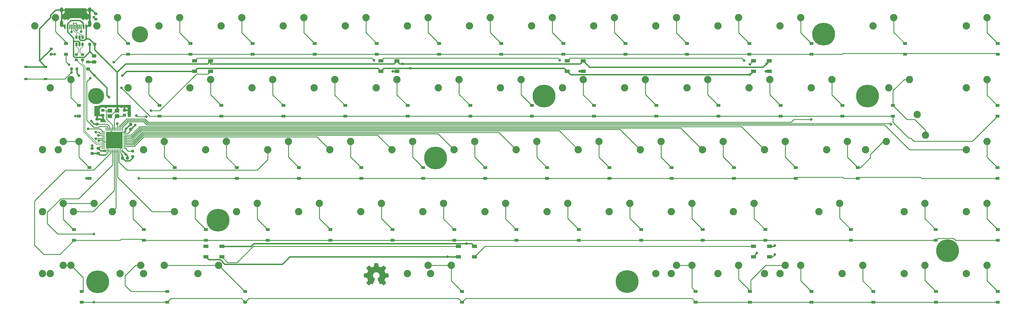
<source format=gbr>
G04 #@! TF.GenerationSoftware,KiCad,Pcbnew,(5.1.9-0-10_14)*
G04 #@! TF.CreationDate,2021-04-10T11:07:08+01:00*
G04 #@! TF.ProjectId,Draytronics-Elise-PCB V1,44726179-7472-46f6-9e69-63732d456c69,rev?*
G04 #@! TF.SameCoordinates,Original*
G04 #@! TF.FileFunction,Copper,L2,Bot*
G04 #@! TF.FilePolarity,Positive*
%FSLAX46Y46*%
G04 Gerber Fmt 4.6, Leading zero omitted, Abs format (unit mm)*
G04 Created by KiCad (PCBNEW (5.1.9-0-10_14)) date 2021-04-10 11:07:08*
%MOMM*%
%LPD*%
G01*
G04 APERTURE LIST*
G04 #@! TA.AperFunction,EtchedComponent*
%ADD10C,0.010000*%
G04 #@! TD*
G04 #@! TA.AperFunction,ComponentPad*
%ADD11C,2.250000*%
G04 #@! TD*
G04 #@! TA.AperFunction,ComponentPad*
%ADD12C,7.000240*%
G04 #@! TD*
G04 #@! TA.AperFunction,ComponentPad*
%ADD13C,1.000000*%
G04 #@! TD*
G04 #@! TA.AperFunction,SMDPad,CuDef*
%ADD14R,5.200000X5.200000*%
G04 #@! TD*
G04 #@! TA.AperFunction,SMDPad,CuDef*
%ADD15R,1.000000X0.750000*%
G04 #@! TD*
G04 #@! TA.AperFunction,SMDPad,CuDef*
%ADD16R,1.500000X1.000000*%
G04 #@! TD*
G04 #@! TA.AperFunction,ComponentPad*
%ADD17C,5.000000*%
G04 #@! TD*
G04 #@! TA.AperFunction,SMDPad,CuDef*
%ADD18R,0.600000X1.450000*%
G04 #@! TD*
G04 #@! TA.AperFunction,SMDPad,CuDef*
%ADD19R,0.300000X1.450000*%
G04 #@! TD*
G04 #@! TA.AperFunction,ComponentPad*
%ADD20O,1.000000X2.100000*%
G04 #@! TD*
G04 #@! TA.AperFunction,ComponentPad*
%ADD21O,1.000000X1.600000*%
G04 #@! TD*
G04 #@! TA.AperFunction,SMDPad,CuDef*
%ADD22R,1.400000X1.200000*%
G04 #@! TD*
G04 #@! TA.AperFunction,SMDPad,CuDef*
%ADD23R,0.650000X1.060000*%
G04 #@! TD*
G04 #@! TA.AperFunction,SMDPad,CuDef*
%ADD24R,1.200000X0.900000*%
G04 #@! TD*
G04 #@! TA.AperFunction,ViaPad*
%ADD25C,0.800000*%
G04 #@! TD*
G04 #@! TA.AperFunction,Conductor*
%ADD26C,0.250000*%
G04 #@! TD*
G04 #@! TA.AperFunction,Conductor*
%ADD27C,0.381000*%
G04 #@! TD*
G04 #@! TA.AperFunction,Conductor*
%ADD28C,0.200000*%
G04 #@! TD*
G04 #@! TA.AperFunction,Conductor*
%ADD29C,0.254000*%
G04 #@! TD*
G04 #@! TA.AperFunction,Conductor*
%ADD30C,0.100000*%
G04 #@! TD*
G04 APERTURE END LIST*
D10*
G04 #@! TO.C,G\u002A\u002A\u002A*
G36*
X134884425Y-105308443D02*
G01*
X134987416Y-105308651D01*
X135069798Y-105309137D01*
X135133965Y-105310017D01*
X135182312Y-105311405D01*
X135217236Y-105313416D01*
X135241130Y-105316165D01*
X135256390Y-105319766D01*
X135265412Y-105324334D01*
X135270590Y-105329985D01*
X135272364Y-105333022D01*
X135277583Y-105350707D01*
X135286778Y-105390493D01*
X135299362Y-105449495D01*
X135314746Y-105524828D01*
X135332343Y-105613606D01*
X135351566Y-105712943D01*
X135371826Y-105819954D01*
X135375171Y-105837847D01*
X135395583Y-105945442D01*
X135415194Y-106045477D01*
X135433402Y-106135127D01*
X135449606Y-106211570D01*
X135463205Y-106271982D01*
X135473598Y-106313538D01*
X135480183Y-106333416D01*
X135480899Y-106334454D01*
X135497742Y-106344509D01*
X135534511Y-106362177D01*
X135587435Y-106385914D01*
X135652749Y-106414176D01*
X135726684Y-106445419D01*
X135805473Y-106478100D01*
X135885347Y-106510673D01*
X135962540Y-106541596D01*
X136033284Y-106569324D01*
X136093811Y-106592313D01*
X136140353Y-106609019D01*
X136169143Y-106617898D01*
X136175042Y-106618922D01*
X136193077Y-106613431D01*
X136226984Y-106595779D01*
X136277596Y-106565438D01*
X136345744Y-106521885D01*
X136432260Y-106464592D01*
X136537977Y-106393036D01*
X136599382Y-106351000D01*
X136705767Y-106277947D01*
X136793204Y-106218003D01*
X136863696Y-106169919D01*
X136919247Y-106132445D01*
X136961861Y-106104333D01*
X136993541Y-106084334D01*
X137016291Y-106071199D01*
X137032116Y-106063679D01*
X137043019Y-106060525D01*
X137051004Y-106060487D01*
X137058075Y-106062318D01*
X137061021Y-106063269D01*
X137077252Y-106074510D01*
X137108181Y-106101479D01*
X137151419Y-106141745D01*
X137204581Y-106192880D01*
X137265278Y-106252452D01*
X137331123Y-106318032D01*
X137399730Y-106387189D01*
X137468710Y-106457494D01*
X137535677Y-106526516D01*
X137598242Y-106591825D01*
X137654020Y-106650991D01*
X137700621Y-106701584D01*
X137735660Y-106741174D01*
X137756749Y-106767331D01*
X137761980Y-106776798D01*
X137754992Y-106792800D01*
X137735083Y-106827197D01*
X137703835Y-106877530D01*
X137662830Y-106941341D01*
X137613651Y-107016173D01*
X137557879Y-107099568D01*
X137497097Y-107189067D01*
X137488930Y-107200994D01*
X137406953Y-107321478D01*
X137339370Y-107422746D01*
X137286326Y-107504563D01*
X137247971Y-107566698D01*
X137224450Y-107608919D01*
X137215912Y-107630992D01*
X137215880Y-107631734D01*
X137220890Y-107654223D01*
X137234870Y-107695546D01*
X137256242Y-107752063D01*
X137283428Y-107820129D01*
X137314851Y-107896103D01*
X137348934Y-107976343D01*
X137384098Y-108057206D01*
X137418767Y-108135049D01*
X137451362Y-108206230D01*
X137480306Y-108267106D01*
X137504022Y-108314036D01*
X137520932Y-108343377D01*
X137527516Y-108351283D01*
X137545681Y-108357511D01*
X137585844Y-108367572D01*
X137644998Y-108380832D01*
X137720136Y-108396657D01*
X137808253Y-108414413D01*
X137906341Y-108433465D01*
X138003766Y-108451769D01*
X138108540Y-108471324D01*
X138206262Y-108489911D01*
X138293905Y-108506928D01*
X138368442Y-108521772D01*
X138426844Y-108533841D01*
X138466086Y-108542534D01*
X138482705Y-108547048D01*
X138511280Y-108559055D01*
X138511280Y-109065968D01*
X138511216Y-109193154D01*
X138510959Y-109297286D01*
X138510407Y-109380712D01*
X138509458Y-109445778D01*
X138508013Y-109494831D01*
X138505970Y-109530218D01*
X138503228Y-109554285D01*
X138499686Y-109569379D01*
X138495243Y-109577846D01*
X138489798Y-109582034D01*
X138489055Y-109582368D01*
X138471810Y-109586827D01*
X138432539Y-109595332D01*
X138374189Y-109607296D01*
X138299708Y-109622131D01*
X138212042Y-109639250D01*
X138114139Y-109658067D01*
X138010374Y-109677726D01*
X137883235Y-109701902D01*
X137779267Y-109722282D01*
X137696595Y-109739295D01*
X137633344Y-109753366D01*
X137587639Y-109764923D01*
X137557604Y-109774393D01*
X137541364Y-109782203D01*
X137538076Y-109785263D01*
X137529486Y-109802206D01*
X137512861Y-109839640D01*
X137489511Y-109894442D01*
X137460746Y-109963484D01*
X137427878Y-110043642D01*
X137392217Y-110131790D01*
X137380347Y-110161380D01*
X137333640Y-110279492D01*
X137297027Y-110375328D01*
X137270195Y-110449782D01*
X137252831Y-110503749D01*
X137244621Y-110538123D01*
X137244070Y-110550540D01*
X137252417Y-110568838D01*
X137273634Y-110605318D01*
X137306030Y-110657351D01*
X137347913Y-110722309D01*
X137397591Y-110797562D01*
X137453372Y-110880483D01*
X137505830Y-110957222D01*
X137565214Y-111044059D01*
X137619728Y-111124934D01*
X137667735Y-111197327D01*
X137707595Y-111258716D01*
X137737669Y-111306581D01*
X137756318Y-111338400D01*
X137761979Y-111351225D01*
X137753250Y-111364796D01*
X137728353Y-111394124D01*
X137689230Y-111437153D01*
X137637821Y-111491826D01*
X137576064Y-111556087D01*
X137505901Y-111627879D01*
X137429272Y-111705147D01*
X137408583Y-111725824D01*
X137316641Y-111817279D01*
X137240836Y-111891994D01*
X137179576Y-111951417D01*
X137131269Y-111996996D01*
X137094322Y-112030179D01*
X137067143Y-112052415D01*
X137048139Y-112065151D01*
X137035718Y-112069835D01*
X137030758Y-112069381D01*
X137014841Y-112060273D01*
X136980599Y-112038444D01*
X136930608Y-112005609D01*
X136867443Y-111963483D01*
X136793676Y-111913781D01*
X136711884Y-111858219D01*
X136639312Y-111808584D01*
X136552887Y-111749764D01*
X136472306Y-111695820D01*
X136400135Y-111648401D01*
X136338941Y-111609158D01*
X136291292Y-111579740D01*
X136259755Y-111561797D01*
X136247572Y-111556800D01*
X136228023Y-111562586D01*
X136190878Y-111578508D01*
X136140771Y-111602407D01*
X136082333Y-111632124D01*
X136055789Y-111646157D01*
X135995381Y-111677427D01*
X135941430Y-111703417D01*
X135898513Y-111722067D01*
X135871205Y-111731318D01*
X135865333Y-111731882D01*
X135858446Y-111726046D01*
X135847629Y-111709251D01*
X135832304Y-111680187D01*
X135811894Y-111637545D01*
X135785822Y-111580015D01*
X135753510Y-111506286D01*
X135714382Y-111415049D01*
X135667860Y-111304993D01*
X135613368Y-111174809D01*
X135550328Y-111023186D01*
X135506558Y-110917502D01*
X135450308Y-110781176D01*
X135397017Y-110651345D01*
X135347474Y-110529973D01*
X135302467Y-110419027D01*
X135262785Y-110320468D01*
X135229217Y-110236263D01*
X135202551Y-110168376D01*
X135183577Y-110118771D01*
X135173082Y-110089412D01*
X135171180Y-110082197D01*
X135182267Y-110058986D01*
X135212533Y-110031508D01*
X135225155Y-110022865D01*
X135261287Y-109998621D01*
X135308832Y-109965428D01*
X135358856Y-109929547D01*
X135370451Y-109921074D01*
X135493847Y-109815437D01*
X135597557Y-109695337D01*
X135680907Y-109563158D01*
X135743221Y-109421283D01*
X135783825Y-109272093D01*
X135802043Y-109117973D01*
X135797201Y-108961303D01*
X135768624Y-108804468D01*
X135724496Y-108671140D01*
X135684747Y-108584044D01*
X135638041Y-108505577D01*
X135579699Y-108428987D01*
X135505042Y-108347526D01*
X135488680Y-108330994D01*
X135376134Y-108230932D01*
X135258911Y-108152802D01*
X135131237Y-108093157D01*
X135037830Y-108062068D01*
X134947033Y-108043164D01*
X134841040Y-108032715D01*
X134728604Y-108030720D01*
X134618480Y-108037180D01*
X134519422Y-108052095D01*
X134479030Y-108062068D01*
X134329411Y-108117847D01*
X134191243Y-108194592D01*
X134066585Y-108290101D01*
X133957497Y-108402174D01*
X133866042Y-108528608D01*
X133794278Y-108667202D01*
X133744267Y-108815754D01*
X133734772Y-108857233D01*
X133714400Y-109016814D01*
X133718440Y-109175113D01*
X133745930Y-109329646D01*
X133795909Y-109477932D01*
X133867418Y-109617487D01*
X133959495Y-109745829D01*
X134071180Y-109860475D01*
X134146408Y-109921074D01*
X134195679Y-109956661D01*
X134244656Y-109991089D01*
X134284404Y-110018100D01*
X134291705Y-110022865D01*
X134327021Y-110050663D01*
X134344556Y-110075732D01*
X134345680Y-110082197D01*
X134340928Y-110097802D01*
X134327201Y-110134889D01*
X134305285Y-110191496D01*
X134275971Y-110265657D01*
X134240046Y-110355408D01*
X134198299Y-110458784D01*
X134151520Y-110573822D01*
X134100496Y-110698556D01*
X134046018Y-110831022D01*
X134010301Y-110917502D01*
X133941654Y-111083118D01*
X133881914Y-111226481D01*
X133830503Y-111348900D01*
X133786845Y-111451687D01*
X133750362Y-111536150D01*
X133720477Y-111603601D01*
X133696613Y-111655348D01*
X133678194Y-111692702D01*
X133664641Y-111716973D01*
X133655378Y-111729470D01*
X133651526Y-111731882D01*
X133632495Y-111727396D01*
X133595851Y-111712609D01*
X133546169Y-111689580D01*
X133488025Y-111660369D01*
X133461070Y-111646157D01*
X133400473Y-111614602D01*
X133346215Y-111587936D01*
X133302928Y-111568319D01*
X133275242Y-111557908D01*
X133269287Y-111556800D01*
X133253332Y-111563783D01*
X133219101Y-111583632D01*
X133169161Y-111614699D01*
X133106078Y-111655332D01*
X133032420Y-111703882D01*
X132950753Y-111758699D01*
X132877547Y-111808584D01*
X132791026Y-111867725D01*
X132710381Y-111922437D01*
X132638188Y-111971006D01*
X132577019Y-112011716D01*
X132529451Y-112042853D01*
X132498058Y-112062700D01*
X132486101Y-112069381D01*
X132476868Y-112068837D01*
X132462009Y-112061111D01*
X132439932Y-112044755D01*
X132409043Y-112018321D01*
X132367750Y-111980361D01*
X132314462Y-111929427D01*
X132247584Y-111864071D01*
X132165526Y-111782845D01*
X132108276Y-111725824D01*
X132030286Y-111647473D01*
X131958260Y-111574063D01*
X131894137Y-111507652D01*
X131839858Y-111450295D01*
X131797363Y-111404049D01*
X131768591Y-111370971D01*
X131755483Y-111353116D01*
X131754880Y-111351225D01*
X131761874Y-111335960D01*
X131781765Y-111302387D01*
X131812913Y-111253025D01*
X131853680Y-111190397D01*
X131902426Y-111117023D01*
X131957513Y-111035423D01*
X132011029Y-110957222D01*
X132070761Y-110869751D01*
X132125869Y-110787648D01*
X132174663Y-110713542D01*
X132215448Y-110650061D01*
X132246535Y-110599835D01*
X132266230Y-110565492D01*
X132272789Y-110550540D01*
X132270470Y-110528652D01*
X132259204Y-110487763D01*
X132238678Y-110426979D01*
X132208579Y-110345405D01*
X132168593Y-110242148D01*
X132136512Y-110161380D01*
X132100230Y-110071324D01*
X132066319Y-109988250D01*
X132036089Y-109915285D01*
X132010851Y-109855553D01*
X131991915Y-109812181D01*
X131980594Y-109788294D01*
X131978783Y-109785263D01*
X131968093Y-109778057D01*
X131944444Y-109769380D01*
X131905961Y-109758807D01*
X131850770Y-109745910D01*
X131776994Y-109730263D01*
X131682759Y-109711438D01*
X131566189Y-109689008D01*
X131506485Y-109677726D01*
X131401370Y-109657810D01*
X131303583Y-109639011D01*
X131216073Y-109621918D01*
X131141785Y-109607117D01*
X131083669Y-109595195D01*
X131044670Y-109586740D01*
X131027805Y-109582368D01*
X131022229Y-109578544D01*
X131017669Y-109570729D01*
X131014021Y-109556576D01*
X131011186Y-109533738D01*
X131009063Y-109499869D01*
X131007549Y-109452621D01*
X131006546Y-109389649D01*
X131005950Y-109308605D01*
X131005662Y-109207144D01*
X131005580Y-109082917D01*
X131005580Y-108559055D01*
X131034155Y-108547048D01*
X131052953Y-108542020D01*
X131093716Y-108533057D01*
X131153416Y-108520761D01*
X131229026Y-108505736D01*
X131317518Y-108488582D01*
X131415866Y-108469903D01*
X131513093Y-108451769D01*
X131617752Y-108432082D01*
X131715231Y-108413101D01*
X131802525Y-108395462D01*
X131876627Y-108379798D01*
X131934531Y-108366744D01*
X131973230Y-108356934D01*
X131989343Y-108351283D01*
X132000996Y-108335297D01*
X132020478Y-108299360D01*
X132046211Y-108247113D01*
X132076618Y-108182200D01*
X132110122Y-108108262D01*
X132145144Y-108028943D01*
X132180108Y-107947884D01*
X132213436Y-107868728D01*
X132243549Y-107795118D01*
X132268872Y-107730696D01*
X132287826Y-107679104D01*
X132298833Y-107643985D01*
X132300980Y-107631734D01*
X132293434Y-107610997D01*
X132270897Y-107570097D01*
X132233515Y-107509268D01*
X132181435Y-107428741D01*
X132114806Y-107328749D01*
X132033774Y-107209524D01*
X132027930Y-107200994D01*
X131966614Y-107110883D01*
X131910103Y-107026558D01*
X131859979Y-106950477D01*
X131817825Y-106885098D01*
X131785223Y-106832878D01*
X131763754Y-106796276D01*
X131755001Y-106777749D01*
X131754880Y-106776798D01*
X131763571Y-106762669D01*
X131788056Y-106733231D01*
X131825945Y-106690915D01*
X131874852Y-106638150D01*
X131932390Y-106577367D01*
X131996170Y-106510996D01*
X132063807Y-106441467D01*
X132132912Y-106371210D01*
X132201099Y-106302656D01*
X132265979Y-106238234D01*
X132325166Y-106180374D01*
X132376272Y-106131507D01*
X132416911Y-106094062D01*
X132444694Y-106070470D01*
X132455838Y-106063269D01*
X132463279Y-106061072D01*
X132470996Y-106060373D01*
X132480995Y-106062420D01*
X132495279Y-106068463D01*
X132515852Y-106079749D01*
X132544720Y-106097528D01*
X132583885Y-106123049D01*
X132635352Y-106157559D01*
X132701126Y-106202308D01*
X132783211Y-106258545D01*
X132883611Y-106327518D01*
X132918867Y-106351749D01*
X133034564Y-106430750D01*
X133130633Y-106495197D01*
X133207892Y-106545606D01*
X133267159Y-106582495D01*
X133309251Y-106606380D01*
X133334985Y-106617777D01*
X133341807Y-106618962D01*
X133362053Y-106613845D01*
X133401649Y-106600248D01*
X133456820Y-106579714D01*
X133523793Y-106553791D01*
X133598793Y-106524024D01*
X133678048Y-106491957D01*
X133757784Y-106459137D01*
X133834227Y-106427110D01*
X133903602Y-106397419D01*
X133962137Y-106371612D01*
X134006058Y-106351233D01*
X134031591Y-106337828D01*
X134035848Y-106334727D01*
X134041799Y-106318862D01*
X134051645Y-106280825D01*
X134064782Y-106223444D01*
X134080609Y-106149545D01*
X134098522Y-106061954D01*
X134117918Y-105963500D01*
X134138196Y-105857009D01*
X134141734Y-105838060D01*
X134162055Y-105730084D01*
X134181443Y-105629305D01*
X134199311Y-105538613D01*
X134215071Y-105460895D01*
X134228137Y-105399039D01*
X134237920Y-105355934D01*
X134243834Y-105334468D01*
X134244382Y-105333235D01*
X134248571Y-105326988D01*
X134255395Y-105321887D01*
X134267251Y-105317815D01*
X134286535Y-105314656D01*
X134315643Y-105312295D01*
X134356972Y-105310617D01*
X134412917Y-105309504D01*
X134485876Y-105308843D01*
X134578243Y-105308516D01*
X134692416Y-105308408D01*
X134758429Y-105308400D01*
X134884425Y-105308443D01*
G37*
X134884425Y-105308443D02*
X134987416Y-105308651D01*
X135069798Y-105309137D01*
X135133965Y-105310017D01*
X135182312Y-105311405D01*
X135217236Y-105313416D01*
X135241130Y-105316165D01*
X135256390Y-105319766D01*
X135265412Y-105324334D01*
X135270590Y-105329985D01*
X135272364Y-105333022D01*
X135277583Y-105350707D01*
X135286778Y-105390493D01*
X135299362Y-105449495D01*
X135314746Y-105524828D01*
X135332343Y-105613606D01*
X135351566Y-105712943D01*
X135371826Y-105819954D01*
X135375171Y-105837847D01*
X135395583Y-105945442D01*
X135415194Y-106045477D01*
X135433402Y-106135127D01*
X135449606Y-106211570D01*
X135463205Y-106271982D01*
X135473598Y-106313538D01*
X135480183Y-106333416D01*
X135480899Y-106334454D01*
X135497742Y-106344509D01*
X135534511Y-106362177D01*
X135587435Y-106385914D01*
X135652749Y-106414176D01*
X135726684Y-106445419D01*
X135805473Y-106478100D01*
X135885347Y-106510673D01*
X135962540Y-106541596D01*
X136033284Y-106569324D01*
X136093811Y-106592313D01*
X136140353Y-106609019D01*
X136169143Y-106617898D01*
X136175042Y-106618922D01*
X136193077Y-106613431D01*
X136226984Y-106595779D01*
X136277596Y-106565438D01*
X136345744Y-106521885D01*
X136432260Y-106464592D01*
X136537977Y-106393036D01*
X136599382Y-106351000D01*
X136705767Y-106277947D01*
X136793204Y-106218003D01*
X136863696Y-106169919D01*
X136919247Y-106132445D01*
X136961861Y-106104333D01*
X136993541Y-106084334D01*
X137016291Y-106071199D01*
X137032116Y-106063679D01*
X137043019Y-106060525D01*
X137051004Y-106060487D01*
X137058075Y-106062318D01*
X137061021Y-106063269D01*
X137077252Y-106074510D01*
X137108181Y-106101479D01*
X137151419Y-106141745D01*
X137204581Y-106192880D01*
X137265278Y-106252452D01*
X137331123Y-106318032D01*
X137399730Y-106387189D01*
X137468710Y-106457494D01*
X137535677Y-106526516D01*
X137598242Y-106591825D01*
X137654020Y-106650991D01*
X137700621Y-106701584D01*
X137735660Y-106741174D01*
X137756749Y-106767331D01*
X137761980Y-106776798D01*
X137754992Y-106792800D01*
X137735083Y-106827197D01*
X137703835Y-106877530D01*
X137662830Y-106941341D01*
X137613651Y-107016173D01*
X137557879Y-107099568D01*
X137497097Y-107189067D01*
X137488930Y-107200994D01*
X137406953Y-107321478D01*
X137339370Y-107422746D01*
X137286326Y-107504563D01*
X137247971Y-107566698D01*
X137224450Y-107608919D01*
X137215912Y-107630992D01*
X137215880Y-107631734D01*
X137220890Y-107654223D01*
X137234870Y-107695546D01*
X137256242Y-107752063D01*
X137283428Y-107820129D01*
X137314851Y-107896103D01*
X137348934Y-107976343D01*
X137384098Y-108057206D01*
X137418767Y-108135049D01*
X137451362Y-108206230D01*
X137480306Y-108267106D01*
X137504022Y-108314036D01*
X137520932Y-108343377D01*
X137527516Y-108351283D01*
X137545681Y-108357511D01*
X137585844Y-108367572D01*
X137644998Y-108380832D01*
X137720136Y-108396657D01*
X137808253Y-108414413D01*
X137906341Y-108433465D01*
X138003766Y-108451769D01*
X138108540Y-108471324D01*
X138206262Y-108489911D01*
X138293905Y-108506928D01*
X138368442Y-108521772D01*
X138426844Y-108533841D01*
X138466086Y-108542534D01*
X138482705Y-108547048D01*
X138511280Y-108559055D01*
X138511280Y-109065968D01*
X138511216Y-109193154D01*
X138510959Y-109297286D01*
X138510407Y-109380712D01*
X138509458Y-109445778D01*
X138508013Y-109494831D01*
X138505970Y-109530218D01*
X138503228Y-109554285D01*
X138499686Y-109569379D01*
X138495243Y-109577846D01*
X138489798Y-109582034D01*
X138489055Y-109582368D01*
X138471810Y-109586827D01*
X138432539Y-109595332D01*
X138374189Y-109607296D01*
X138299708Y-109622131D01*
X138212042Y-109639250D01*
X138114139Y-109658067D01*
X138010374Y-109677726D01*
X137883235Y-109701902D01*
X137779267Y-109722282D01*
X137696595Y-109739295D01*
X137633344Y-109753366D01*
X137587639Y-109764923D01*
X137557604Y-109774393D01*
X137541364Y-109782203D01*
X137538076Y-109785263D01*
X137529486Y-109802206D01*
X137512861Y-109839640D01*
X137489511Y-109894442D01*
X137460746Y-109963484D01*
X137427878Y-110043642D01*
X137392217Y-110131790D01*
X137380347Y-110161380D01*
X137333640Y-110279492D01*
X137297027Y-110375328D01*
X137270195Y-110449782D01*
X137252831Y-110503749D01*
X137244621Y-110538123D01*
X137244070Y-110550540D01*
X137252417Y-110568838D01*
X137273634Y-110605318D01*
X137306030Y-110657351D01*
X137347913Y-110722309D01*
X137397591Y-110797562D01*
X137453372Y-110880483D01*
X137505830Y-110957222D01*
X137565214Y-111044059D01*
X137619728Y-111124934D01*
X137667735Y-111197327D01*
X137707595Y-111258716D01*
X137737669Y-111306581D01*
X137756318Y-111338400D01*
X137761979Y-111351225D01*
X137753250Y-111364796D01*
X137728353Y-111394124D01*
X137689230Y-111437153D01*
X137637821Y-111491826D01*
X137576064Y-111556087D01*
X137505901Y-111627879D01*
X137429272Y-111705147D01*
X137408583Y-111725824D01*
X137316641Y-111817279D01*
X137240836Y-111891994D01*
X137179576Y-111951417D01*
X137131269Y-111996996D01*
X137094322Y-112030179D01*
X137067143Y-112052415D01*
X137048139Y-112065151D01*
X137035718Y-112069835D01*
X137030758Y-112069381D01*
X137014841Y-112060273D01*
X136980599Y-112038444D01*
X136930608Y-112005609D01*
X136867443Y-111963483D01*
X136793676Y-111913781D01*
X136711884Y-111858219D01*
X136639312Y-111808584D01*
X136552887Y-111749764D01*
X136472306Y-111695820D01*
X136400135Y-111648401D01*
X136338941Y-111609158D01*
X136291292Y-111579740D01*
X136259755Y-111561797D01*
X136247572Y-111556800D01*
X136228023Y-111562586D01*
X136190878Y-111578508D01*
X136140771Y-111602407D01*
X136082333Y-111632124D01*
X136055789Y-111646157D01*
X135995381Y-111677427D01*
X135941430Y-111703417D01*
X135898513Y-111722067D01*
X135871205Y-111731318D01*
X135865333Y-111731882D01*
X135858446Y-111726046D01*
X135847629Y-111709251D01*
X135832304Y-111680187D01*
X135811894Y-111637545D01*
X135785822Y-111580015D01*
X135753510Y-111506286D01*
X135714382Y-111415049D01*
X135667860Y-111304993D01*
X135613368Y-111174809D01*
X135550328Y-111023186D01*
X135506558Y-110917502D01*
X135450308Y-110781176D01*
X135397017Y-110651345D01*
X135347474Y-110529973D01*
X135302467Y-110419027D01*
X135262785Y-110320468D01*
X135229217Y-110236263D01*
X135202551Y-110168376D01*
X135183577Y-110118771D01*
X135173082Y-110089412D01*
X135171180Y-110082197D01*
X135182267Y-110058986D01*
X135212533Y-110031508D01*
X135225155Y-110022865D01*
X135261287Y-109998621D01*
X135308832Y-109965428D01*
X135358856Y-109929547D01*
X135370451Y-109921074D01*
X135493847Y-109815437D01*
X135597557Y-109695337D01*
X135680907Y-109563158D01*
X135743221Y-109421283D01*
X135783825Y-109272093D01*
X135802043Y-109117973D01*
X135797201Y-108961303D01*
X135768624Y-108804468D01*
X135724496Y-108671140D01*
X135684747Y-108584044D01*
X135638041Y-108505577D01*
X135579699Y-108428987D01*
X135505042Y-108347526D01*
X135488680Y-108330994D01*
X135376134Y-108230932D01*
X135258911Y-108152802D01*
X135131237Y-108093157D01*
X135037830Y-108062068D01*
X134947033Y-108043164D01*
X134841040Y-108032715D01*
X134728604Y-108030720D01*
X134618480Y-108037180D01*
X134519422Y-108052095D01*
X134479030Y-108062068D01*
X134329411Y-108117847D01*
X134191243Y-108194592D01*
X134066585Y-108290101D01*
X133957497Y-108402174D01*
X133866042Y-108528608D01*
X133794278Y-108667202D01*
X133744267Y-108815754D01*
X133734772Y-108857233D01*
X133714400Y-109016814D01*
X133718440Y-109175113D01*
X133745930Y-109329646D01*
X133795909Y-109477932D01*
X133867418Y-109617487D01*
X133959495Y-109745829D01*
X134071180Y-109860475D01*
X134146408Y-109921074D01*
X134195679Y-109956661D01*
X134244656Y-109991089D01*
X134284404Y-110018100D01*
X134291705Y-110022865D01*
X134327021Y-110050663D01*
X134344556Y-110075732D01*
X134345680Y-110082197D01*
X134340928Y-110097802D01*
X134327201Y-110134889D01*
X134305285Y-110191496D01*
X134275971Y-110265657D01*
X134240046Y-110355408D01*
X134198299Y-110458784D01*
X134151520Y-110573822D01*
X134100496Y-110698556D01*
X134046018Y-110831022D01*
X134010301Y-110917502D01*
X133941654Y-111083118D01*
X133881914Y-111226481D01*
X133830503Y-111348900D01*
X133786845Y-111451687D01*
X133750362Y-111536150D01*
X133720477Y-111603601D01*
X133696613Y-111655348D01*
X133678194Y-111692702D01*
X133664641Y-111716973D01*
X133655378Y-111729470D01*
X133651526Y-111731882D01*
X133632495Y-111727396D01*
X133595851Y-111712609D01*
X133546169Y-111689580D01*
X133488025Y-111660369D01*
X133461070Y-111646157D01*
X133400473Y-111614602D01*
X133346215Y-111587936D01*
X133302928Y-111568319D01*
X133275242Y-111557908D01*
X133269287Y-111556800D01*
X133253332Y-111563783D01*
X133219101Y-111583632D01*
X133169161Y-111614699D01*
X133106078Y-111655332D01*
X133032420Y-111703882D01*
X132950753Y-111758699D01*
X132877547Y-111808584D01*
X132791026Y-111867725D01*
X132710381Y-111922437D01*
X132638188Y-111971006D01*
X132577019Y-112011716D01*
X132529451Y-112042853D01*
X132498058Y-112062700D01*
X132486101Y-112069381D01*
X132476868Y-112068837D01*
X132462009Y-112061111D01*
X132439932Y-112044755D01*
X132409043Y-112018321D01*
X132367750Y-111980361D01*
X132314462Y-111929427D01*
X132247584Y-111864071D01*
X132165526Y-111782845D01*
X132108276Y-111725824D01*
X132030286Y-111647473D01*
X131958260Y-111574063D01*
X131894137Y-111507652D01*
X131839858Y-111450295D01*
X131797363Y-111404049D01*
X131768591Y-111370971D01*
X131755483Y-111353116D01*
X131754880Y-111351225D01*
X131761874Y-111335960D01*
X131781765Y-111302387D01*
X131812913Y-111253025D01*
X131853680Y-111190397D01*
X131902426Y-111117023D01*
X131957513Y-111035423D01*
X132011029Y-110957222D01*
X132070761Y-110869751D01*
X132125869Y-110787648D01*
X132174663Y-110713542D01*
X132215448Y-110650061D01*
X132246535Y-110599835D01*
X132266230Y-110565492D01*
X132272789Y-110550540D01*
X132270470Y-110528652D01*
X132259204Y-110487763D01*
X132238678Y-110426979D01*
X132208579Y-110345405D01*
X132168593Y-110242148D01*
X132136512Y-110161380D01*
X132100230Y-110071324D01*
X132066319Y-109988250D01*
X132036089Y-109915285D01*
X132010851Y-109855553D01*
X131991915Y-109812181D01*
X131980594Y-109788294D01*
X131978783Y-109785263D01*
X131968093Y-109778057D01*
X131944444Y-109769380D01*
X131905961Y-109758807D01*
X131850770Y-109745910D01*
X131776994Y-109730263D01*
X131682759Y-109711438D01*
X131566189Y-109689008D01*
X131506485Y-109677726D01*
X131401370Y-109657810D01*
X131303583Y-109639011D01*
X131216073Y-109621918D01*
X131141785Y-109607117D01*
X131083669Y-109595195D01*
X131044670Y-109586740D01*
X131027805Y-109582368D01*
X131022229Y-109578544D01*
X131017669Y-109570729D01*
X131014021Y-109556576D01*
X131011186Y-109533738D01*
X131009063Y-109499869D01*
X131007549Y-109452621D01*
X131006546Y-109389649D01*
X131005950Y-109308605D01*
X131005662Y-109207144D01*
X131005580Y-109082917D01*
X131005580Y-108559055D01*
X131034155Y-108547048D01*
X131052953Y-108542020D01*
X131093716Y-108533057D01*
X131153416Y-108520761D01*
X131229026Y-108505736D01*
X131317518Y-108488582D01*
X131415866Y-108469903D01*
X131513093Y-108451769D01*
X131617752Y-108432082D01*
X131715231Y-108413101D01*
X131802525Y-108395462D01*
X131876627Y-108379798D01*
X131934531Y-108366744D01*
X131973230Y-108356934D01*
X131989343Y-108351283D01*
X132000996Y-108335297D01*
X132020478Y-108299360D01*
X132046211Y-108247113D01*
X132076618Y-108182200D01*
X132110122Y-108108262D01*
X132145144Y-108028943D01*
X132180108Y-107947884D01*
X132213436Y-107868728D01*
X132243549Y-107795118D01*
X132268872Y-107730696D01*
X132287826Y-107679104D01*
X132298833Y-107643985D01*
X132300980Y-107631734D01*
X132293434Y-107610997D01*
X132270897Y-107570097D01*
X132233515Y-107509268D01*
X132181435Y-107428741D01*
X132114806Y-107328749D01*
X132033774Y-107209524D01*
X132027930Y-107200994D01*
X131966614Y-107110883D01*
X131910103Y-107026558D01*
X131859979Y-106950477D01*
X131817825Y-106885098D01*
X131785223Y-106832878D01*
X131763754Y-106796276D01*
X131755001Y-106777749D01*
X131754880Y-106776798D01*
X131763571Y-106762669D01*
X131788056Y-106733231D01*
X131825945Y-106690915D01*
X131874852Y-106638150D01*
X131932390Y-106577367D01*
X131996170Y-106510996D01*
X132063807Y-106441467D01*
X132132912Y-106371210D01*
X132201099Y-106302656D01*
X132265979Y-106238234D01*
X132325166Y-106180374D01*
X132376272Y-106131507D01*
X132416911Y-106094062D01*
X132444694Y-106070470D01*
X132455838Y-106063269D01*
X132463279Y-106061072D01*
X132470996Y-106060373D01*
X132480995Y-106062420D01*
X132495279Y-106068463D01*
X132515852Y-106079749D01*
X132544720Y-106097528D01*
X132583885Y-106123049D01*
X132635352Y-106157559D01*
X132701126Y-106202308D01*
X132783211Y-106258545D01*
X132883611Y-106327518D01*
X132918867Y-106351749D01*
X133034564Y-106430750D01*
X133130633Y-106495197D01*
X133207892Y-106545606D01*
X133267159Y-106582495D01*
X133309251Y-106606380D01*
X133334985Y-106617777D01*
X133341807Y-106618962D01*
X133362053Y-106613845D01*
X133401649Y-106600248D01*
X133456820Y-106579714D01*
X133523793Y-106553791D01*
X133598793Y-106524024D01*
X133678048Y-106491957D01*
X133757784Y-106459137D01*
X133834227Y-106427110D01*
X133903602Y-106397419D01*
X133962137Y-106371612D01*
X134006058Y-106351233D01*
X134031591Y-106337828D01*
X134035848Y-106334727D01*
X134041799Y-106318862D01*
X134051645Y-106280825D01*
X134064782Y-106223444D01*
X134080609Y-106149545D01*
X134098522Y-106061954D01*
X134117918Y-105963500D01*
X134138196Y-105857009D01*
X134141734Y-105838060D01*
X134162055Y-105730084D01*
X134181443Y-105629305D01*
X134199311Y-105538613D01*
X134215071Y-105460895D01*
X134228137Y-105399039D01*
X134237920Y-105355934D01*
X134243834Y-105334468D01*
X134244382Y-105333235D01*
X134248571Y-105326988D01*
X134255395Y-105321887D01*
X134267251Y-105317815D01*
X134286535Y-105314656D01*
X134315643Y-105312295D01*
X134356972Y-105310617D01*
X134412917Y-105309504D01*
X134485876Y-105308843D01*
X134578243Y-105308516D01*
X134692416Y-105308408D01*
X134758429Y-105308400D01*
X134884425Y-105308443D01*
G04 #@! TD*
D11*
G04 #@! TO.P,MX73,2*
G04 #@! TO.N,Net-(D69-Pad2)*
X322127880Y-105973880D03*
G04 #@! TO.P,MX73,1*
G04 #@! TO.N,COL14*
X315777880Y-108513880D03*
G04 #@! TD*
G04 #@! TO.P,MX1,1*
G04 #@! TO.N,COL0*
X30043120Y-32324040D03*
G04 #@! TO.P,MX1,2*
G04 #@! TO.N,Net-(D1-Pad2)*
X36393120Y-29784040D03*
G04 #@! TD*
G04 #@! TO.P,MX64,2*
G04 #@! TO.N,Net-(D60-Pad2)*
X38785800Y-105968800D03*
G04 #@! TO.P,MX64,1*
G04 #@! TO.N,COL0*
X32435800Y-108508800D03*
G04 #@! TD*
G04 #@! TO.P,MX74,2*
G04 #@! TO.N,Net-(D60-Pad2)*
X41148000Y-105968800D03*
G04 #@! TO.P,MX74,1*
G04 #@! TO.N,COL0*
X34798000Y-108508800D03*
G04 #@! TD*
D12*
G04 #@! TO.P,REF\u002A\u002A,1*
G04 #@! TO.N,N/C*
X86243160Y-92059760D03*
D13*
X86243160Y-89759760D03*
X87443160Y-89759760D03*
X85043160Y-89759760D03*
X86243160Y-94359760D03*
X85043160Y-94359760D03*
X87443160Y-94359760D03*
G04 #@! TD*
G04 #@! TO.P,REF\u002A\u002A,1*
G04 #@! TO.N,N/C*
X212975040Y-113247200D03*
X210575040Y-113247200D03*
X211775040Y-113247200D03*
X210575040Y-108647200D03*
X212975040Y-108647200D03*
X211775040Y-108647200D03*
D12*
X211775040Y-110947200D03*
G04 #@! TD*
G04 #@! TO.P,REF\u002A\u002A,1*
G04 #@! TO.N,N/C*
X310063080Y-101523520D03*
D13*
X310063080Y-99223520D03*
X311263080Y-99223520D03*
X308863080Y-99223520D03*
X310063080Y-103823520D03*
X308863080Y-103823520D03*
X311263080Y-103823520D03*
G04 #@! TD*
G04 #@! TO.P,REF\u002A\u002A,1*
G04 #@! TO.N,N/C*
X286716320Y-56178480D03*
X284316320Y-56178480D03*
X285516320Y-56178480D03*
X284316320Y-51578480D03*
X286716320Y-51578480D03*
X285516320Y-51578480D03*
D12*
X285516320Y-53878480D03*
G04 #@! TD*
G04 #@! TO.P,REF\u002A\u002A,1*
G04 #@! TO.N,N/C*
X272039080Y-34904680D03*
D13*
X272039080Y-32604680D03*
X273239080Y-32604680D03*
X270839080Y-32604680D03*
X272039080Y-37204680D03*
X270839080Y-37204680D03*
X273239080Y-37204680D03*
G04 #@! TD*
G04 #@! TO.P,REF\u002A\u002A,1*
G04 #@! TO.N,N/C*
X187473440Y-56214040D03*
X185073440Y-56214040D03*
X186273440Y-56214040D03*
X185073440Y-51614040D03*
X187473440Y-51614040D03*
X186273440Y-51614040D03*
D12*
X186273440Y-53914040D03*
G04 #@! TD*
G04 #@! TO.P,REF\u002A\u002A,1*
G04 #@! TO.N,N/C*
X152948640Y-72964040D03*
D13*
X152948640Y-70664040D03*
X154148640Y-70664040D03*
X151748640Y-70664040D03*
X152948640Y-75264040D03*
X151748640Y-75264040D03*
X154148640Y-75264040D03*
G04 #@! TD*
G04 #@! TO.P,REF\u002A\u002A,1*
G04 #@! TO.N,N/C*
X50516640Y-113338640D03*
X48116640Y-113338640D03*
X49316640Y-113338640D03*
X48116640Y-108738640D03*
X50516640Y-108738640D03*
X49316640Y-108738640D03*
D12*
X49316640Y-111038640D03*
G04 #@! TD*
D14*
G04 #@! TO.P,U1,45*
G04 #@! TO.N,GND*
X54406800Y-67437000D03*
G04 #@! TO.P,U1,44*
G04 #@! TO.N,+5V*
G04 #@! TA.AperFunction,SMDPad,CuDef*
G36*
G01*
X51781800Y-71249500D02*
X51781800Y-70299500D01*
G75*
G02*
X51844300Y-70237000I62500J0D01*
G01*
X51969300Y-70237000D01*
G75*
G02*
X52031800Y-70299500I0J-62500D01*
G01*
X52031800Y-71249500D01*
G75*
G02*
X51969300Y-71312000I-62500J0D01*
G01*
X51844300Y-71312000D01*
G75*
G02*
X51781800Y-71249500I0J62500D01*
G01*
G37*
G04 #@! TD.AperFunction*
G04 #@! TO.P,U1,43*
G04 #@! TO.N,GND*
G04 #@! TA.AperFunction,SMDPad,CuDef*
G36*
G01*
X52281800Y-71249500D02*
X52281800Y-70299500D01*
G75*
G02*
X52344300Y-70237000I62500J0D01*
G01*
X52469300Y-70237000D01*
G75*
G02*
X52531800Y-70299500I0J-62500D01*
G01*
X52531800Y-71249500D01*
G75*
G02*
X52469300Y-71312000I-62500J0D01*
G01*
X52344300Y-71312000D01*
G75*
G02*
X52281800Y-71249500I0J62500D01*
G01*
G37*
G04 #@! TD.AperFunction*
G04 #@! TO.P,U1,42*
G04 #@! TO.N,Net-(U1-Pad42)*
G04 #@! TA.AperFunction,SMDPad,CuDef*
G36*
G01*
X52781800Y-71249500D02*
X52781800Y-70299500D01*
G75*
G02*
X52844300Y-70237000I62500J0D01*
G01*
X52969300Y-70237000D01*
G75*
G02*
X53031800Y-70299500I0J-62500D01*
G01*
X53031800Y-71249500D01*
G75*
G02*
X52969300Y-71312000I-62500J0D01*
G01*
X52844300Y-71312000D01*
G75*
G02*
X52781800Y-71249500I0J62500D01*
G01*
G37*
G04 #@! TD.AperFunction*
G04 #@! TO.P,U1,41*
G04 #@! TO.N,ROW3*
G04 #@! TA.AperFunction,SMDPad,CuDef*
G36*
G01*
X53281800Y-71249500D02*
X53281800Y-70299500D01*
G75*
G02*
X53344300Y-70237000I62500J0D01*
G01*
X53469300Y-70237000D01*
G75*
G02*
X53531800Y-70299500I0J-62500D01*
G01*
X53531800Y-71249500D01*
G75*
G02*
X53469300Y-71312000I-62500J0D01*
G01*
X53344300Y-71312000D01*
G75*
G02*
X53281800Y-71249500I0J62500D01*
G01*
G37*
G04 #@! TD.AperFunction*
G04 #@! TO.P,U1,40*
G04 #@! TO.N,ROW4*
G04 #@! TA.AperFunction,SMDPad,CuDef*
G36*
G01*
X53781800Y-71249500D02*
X53781800Y-70299500D01*
G75*
G02*
X53844300Y-70237000I62500J0D01*
G01*
X53969300Y-70237000D01*
G75*
G02*
X54031800Y-70299500I0J-62500D01*
G01*
X54031800Y-71249500D01*
G75*
G02*
X53969300Y-71312000I-62500J0D01*
G01*
X53844300Y-71312000D01*
G75*
G02*
X53781800Y-71249500I0J62500D01*
G01*
G37*
G04 #@! TD.AperFunction*
G04 #@! TO.P,U1,39*
G04 #@! TO.N,COL0*
G04 #@! TA.AperFunction,SMDPad,CuDef*
G36*
G01*
X54281800Y-71249500D02*
X54281800Y-70299500D01*
G75*
G02*
X54344300Y-70237000I62500J0D01*
G01*
X54469300Y-70237000D01*
G75*
G02*
X54531800Y-70299500I0J-62500D01*
G01*
X54531800Y-71249500D01*
G75*
G02*
X54469300Y-71312000I-62500J0D01*
G01*
X54344300Y-71312000D01*
G75*
G02*
X54281800Y-71249500I0J62500D01*
G01*
G37*
G04 #@! TD.AperFunction*
G04 #@! TO.P,U1,38*
G04 #@! TO.N,COL1*
G04 #@! TA.AperFunction,SMDPad,CuDef*
G36*
G01*
X54781800Y-71249500D02*
X54781800Y-70299500D01*
G75*
G02*
X54844300Y-70237000I62500J0D01*
G01*
X54969300Y-70237000D01*
G75*
G02*
X55031800Y-70299500I0J-62500D01*
G01*
X55031800Y-71249500D01*
G75*
G02*
X54969300Y-71312000I-62500J0D01*
G01*
X54844300Y-71312000D01*
G75*
G02*
X54781800Y-71249500I0J62500D01*
G01*
G37*
G04 #@! TD.AperFunction*
G04 #@! TO.P,U1,37*
G04 #@! TO.N,COL2*
G04 #@! TA.AperFunction,SMDPad,CuDef*
G36*
G01*
X55281800Y-71249500D02*
X55281800Y-70299500D01*
G75*
G02*
X55344300Y-70237000I62500J0D01*
G01*
X55469300Y-70237000D01*
G75*
G02*
X55531800Y-70299500I0J-62500D01*
G01*
X55531800Y-71249500D01*
G75*
G02*
X55469300Y-71312000I-62500J0D01*
G01*
X55344300Y-71312000D01*
G75*
G02*
X55281800Y-71249500I0J62500D01*
G01*
G37*
G04 #@! TD.AperFunction*
G04 #@! TO.P,U1,36*
G04 #@! TO.N,COL3*
G04 #@! TA.AperFunction,SMDPad,CuDef*
G36*
G01*
X55781800Y-71249500D02*
X55781800Y-70299500D01*
G75*
G02*
X55844300Y-70237000I62500J0D01*
G01*
X55969300Y-70237000D01*
G75*
G02*
X56031800Y-70299500I0J-62500D01*
G01*
X56031800Y-71249500D01*
G75*
G02*
X55969300Y-71312000I-62500J0D01*
G01*
X55844300Y-71312000D01*
G75*
G02*
X55781800Y-71249500I0J62500D01*
G01*
G37*
G04 #@! TD.AperFunction*
G04 #@! TO.P,U1,35*
G04 #@! TO.N,GND*
G04 #@! TA.AperFunction,SMDPad,CuDef*
G36*
G01*
X56281800Y-71249500D02*
X56281800Y-70299500D01*
G75*
G02*
X56344300Y-70237000I62500J0D01*
G01*
X56469300Y-70237000D01*
G75*
G02*
X56531800Y-70299500I0J-62500D01*
G01*
X56531800Y-71249500D01*
G75*
G02*
X56469300Y-71312000I-62500J0D01*
G01*
X56344300Y-71312000D01*
G75*
G02*
X56281800Y-71249500I0J62500D01*
G01*
G37*
G04 #@! TD.AperFunction*
G04 #@! TO.P,U1,34*
G04 #@! TO.N,+5V*
G04 #@! TA.AperFunction,SMDPad,CuDef*
G36*
G01*
X56781800Y-71249500D02*
X56781800Y-70299500D01*
G75*
G02*
X56844300Y-70237000I62500J0D01*
G01*
X56969300Y-70237000D01*
G75*
G02*
X57031800Y-70299500I0J-62500D01*
G01*
X57031800Y-71249500D01*
G75*
G02*
X56969300Y-71312000I-62500J0D01*
G01*
X56844300Y-71312000D01*
G75*
G02*
X56781800Y-71249500I0J62500D01*
G01*
G37*
G04 #@! TD.AperFunction*
G04 #@! TO.P,U1,33*
G04 #@! TO.N,Net-(R1-Pad2)*
G04 #@! TA.AperFunction,SMDPad,CuDef*
G36*
G01*
X57206800Y-69999500D02*
X57206800Y-69874500D01*
G75*
G02*
X57269300Y-69812000I62500J0D01*
G01*
X58219300Y-69812000D01*
G75*
G02*
X58281800Y-69874500I0J-62500D01*
G01*
X58281800Y-69999500D01*
G75*
G02*
X58219300Y-70062000I-62500J0D01*
G01*
X57269300Y-70062000D01*
G75*
G02*
X57206800Y-69999500I0J62500D01*
G01*
G37*
G04 #@! TD.AperFunction*
G04 #@! TO.P,U1,32*
G04 #@! TO.N,COL4*
G04 #@! TA.AperFunction,SMDPad,CuDef*
G36*
G01*
X57206800Y-69499500D02*
X57206800Y-69374500D01*
G75*
G02*
X57269300Y-69312000I62500J0D01*
G01*
X58219300Y-69312000D01*
G75*
G02*
X58281800Y-69374500I0J-62500D01*
G01*
X58281800Y-69499500D01*
G75*
G02*
X58219300Y-69562000I-62500J0D01*
G01*
X57269300Y-69562000D01*
G75*
G02*
X57206800Y-69499500I0J62500D01*
G01*
G37*
G04 #@! TD.AperFunction*
G04 #@! TO.P,U1,31*
G04 #@! TO.N,COL5*
G04 #@! TA.AperFunction,SMDPad,CuDef*
G36*
G01*
X57206800Y-68999500D02*
X57206800Y-68874500D01*
G75*
G02*
X57269300Y-68812000I62500J0D01*
G01*
X58219300Y-68812000D01*
G75*
G02*
X58281800Y-68874500I0J-62500D01*
G01*
X58281800Y-68999500D01*
G75*
G02*
X58219300Y-69062000I-62500J0D01*
G01*
X57269300Y-69062000D01*
G75*
G02*
X57206800Y-68999500I0J62500D01*
G01*
G37*
G04 #@! TD.AperFunction*
G04 #@! TO.P,U1,30*
G04 #@! TO.N,COL6*
G04 #@! TA.AperFunction,SMDPad,CuDef*
G36*
G01*
X57206800Y-68499500D02*
X57206800Y-68374500D01*
G75*
G02*
X57269300Y-68312000I62500J0D01*
G01*
X58219300Y-68312000D01*
G75*
G02*
X58281800Y-68374500I0J-62500D01*
G01*
X58281800Y-68499500D01*
G75*
G02*
X58219300Y-68562000I-62500J0D01*
G01*
X57269300Y-68562000D01*
G75*
G02*
X57206800Y-68499500I0J62500D01*
G01*
G37*
G04 #@! TD.AperFunction*
G04 #@! TO.P,U1,29*
G04 #@! TO.N,COL7*
G04 #@! TA.AperFunction,SMDPad,CuDef*
G36*
G01*
X57206800Y-67999500D02*
X57206800Y-67874500D01*
G75*
G02*
X57269300Y-67812000I62500J0D01*
G01*
X58219300Y-67812000D01*
G75*
G02*
X58281800Y-67874500I0J-62500D01*
G01*
X58281800Y-67999500D01*
G75*
G02*
X58219300Y-68062000I-62500J0D01*
G01*
X57269300Y-68062000D01*
G75*
G02*
X57206800Y-67999500I0J62500D01*
G01*
G37*
G04 #@! TD.AperFunction*
G04 #@! TO.P,U1,28*
G04 #@! TO.N,COL8*
G04 #@! TA.AperFunction,SMDPad,CuDef*
G36*
G01*
X57206800Y-67499500D02*
X57206800Y-67374500D01*
G75*
G02*
X57269300Y-67312000I62500J0D01*
G01*
X58219300Y-67312000D01*
G75*
G02*
X58281800Y-67374500I0J-62500D01*
G01*
X58281800Y-67499500D01*
G75*
G02*
X58219300Y-67562000I-62500J0D01*
G01*
X57269300Y-67562000D01*
G75*
G02*
X57206800Y-67499500I0J62500D01*
G01*
G37*
G04 #@! TD.AperFunction*
G04 #@! TO.P,U1,27*
G04 #@! TO.N,COL9*
G04 #@! TA.AperFunction,SMDPad,CuDef*
G36*
G01*
X57206800Y-66999500D02*
X57206800Y-66874500D01*
G75*
G02*
X57269300Y-66812000I62500J0D01*
G01*
X58219300Y-66812000D01*
G75*
G02*
X58281800Y-66874500I0J-62500D01*
G01*
X58281800Y-66999500D01*
G75*
G02*
X58219300Y-67062000I-62500J0D01*
G01*
X57269300Y-67062000D01*
G75*
G02*
X57206800Y-66999500I0J62500D01*
G01*
G37*
G04 #@! TD.AperFunction*
G04 #@! TO.P,U1,26*
G04 #@! TO.N,COL10*
G04 #@! TA.AperFunction,SMDPad,CuDef*
G36*
G01*
X57206800Y-66499500D02*
X57206800Y-66374500D01*
G75*
G02*
X57269300Y-66312000I62500J0D01*
G01*
X58219300Y-66312000D01*
G75*
G02*
X58281800Y-66374500I0J-62500D01*
G01*
X58281800Y-66499500D01*
G75*
G02*
X58219300Y-66562000I-62500J0D01*
G01*
X57269300Y-66562000D01*
G75*
G02*
X57206800Y-66499500I0J62500D01*
G01*
G37*
G04 #@! TD.AperFunction*
G04 #@! TO.P,U1,25*
G04 #@! TO.N,COL11*
G04 #@! TA.AperFunction,SMDPad,CuDef*
G36*
G01*
X57206800Y-65999500D02*
X57206800Y-65874500D01*
G75*
G02*
X57269300Y-65812000I62500J0D01*
G01*
X58219300Y-65812000D01*
G75*
G02*
X58281800Y-65874500I0J-62500D01*
G01*
X58281800Y-65999500D01*
G75*
G02*
X58219300Y-66062000I-62500J0D01*
G01*
X57269300Y-66062000D01*
G75*
G02*
X57206800Y-65999500I0J62500D01*
G01*
G37*
G04 #@! TD.AperFunction*
G04 #@! TO.P,U1,24*
G04 #@! TO.N,+5V*
G04 #@! TA.AperFunction,SMDPad,CuDef*
G36*
G01*
X57206800Y-65499500D02*
X57206800Y-65374500D01*
G75*
G02*
X57269300Y-65312000I62500J0D01*
G01*
X58219300Y-65312000D01*
G75*
G02*
X58281800Y-65374500I0J-62500D01*
G01*
X58281800Y-65499500D01*
G75*
G02*
X58219300Y-65562000I-62500J0D01*
G01*
X57269300Y-65562000D01*
G75*
G02*
X57206800Y-65499500I0J62500D01*
G01*
G37*
G04 #@! TD.AperFunction*
G04 #@! TO.P,U1,23*
G04 #@! TO.N,GND*
G04 #@! TA.AperFunction,SMDPad,CuDef*
G36*
G01*
X57206800Y-64999500D02*
X57206800Y-64874500D01*
G75*
G02*
X57269300Y-64812000I62500J0D01*
G01*
X58219300Y-64812000D01*
G75*
G02*
X58281800Y-64874500I0J-62500D01*
G01*
X58281800Y-64999500D01*
G75*
G02*
X58219300Y-65062000I-62500J0D01*
G01*
X57269300Y-65062000D01*
G75*
G02*
X57206800Y-64999500I0J62500D01*
G01*
G37*
G04 #@! TD.AperFunction*
G04 #@! TO.P,U1,22*
G04 #@! TO.N,COL14*
G04 #@! TA.AperFunction,SMDPad,CuDef*
G36*
G01*
X56781800Y-64574500D02*
X56781800Y-63624500D01*
G75*
G02*
X56844300Y-63562000I62500J0D01*
G01*
X56969300Y-63562000D01*
G75*
G02*
X57031800Y-63624500I0J-62500D01*
G01*
X57031800Y-64574500D01*
G75*
G02*
X56969300Y-64637000I-62500J0D01*
G01*
X56844300Y-64637000D01*
G75*
G02*
X56781800Y-64574500I0J62500D01*
G01*
G37*
G04 #@! TD.AperFunction*
G04 #@! TO.P,U1,21*
G04 #@! TO.N,COL13*
G04 #@! TA.AperFunction,SMDPad,CuDef*
G36*
G01*
X56281800Y-64574500D02*
X56281800Y-63624500D01*
G75*
G02*
X56344300Y-63562000I62500J0D01*
G01*
X56469300Y-63562000D01*
G75*
G02*
X56531800Y-63624500I0J-62500D01*
G01*
X56531800Y-64574500D01*
G75*
G02*
X56469300Y-64637000I-62500J0D01*
G01*
X56344300Y-64637000D01*
G75*
G02*
X56281800Y-64574500I0J62500D01*
G01*
G37*
G04 #@! TD.AperFunction*
G04 #@! TO.P,U1,20*
G04 #@! TO.N,COL12*
G04 #@! TA.AperFunction,SMDPad,CuDef*
G36*
G01*
X55781800Y-64574500D02*
X55781800Y-63624500D01*
G75*
G02*
X55844300Y-63562000I62500J0D01*
G01*
X55969300Y-63562000D01*
G75*
G02*
X56031800Y-63624500I0J-62500D01*
G01*
X56031800Y-64574500D01*
G75*
G02*
X55969300Y-64637000I-62500J0D01*
G01*
X55844300Y-64637000D01*
G75*
G02*
X55781800Y-64574500I0J62500D01*
G01*
G37*
G04 #@! TD.AperFunction*
G04 #@! TO.P,U1,19*
G04 #@! TO.N,RGBLED*
G04 #@! TA.AperFunction,SMDPad,CuDef*
G36*
G01*
X55281800Y-64574500D02*
X55281800Y-63624500D01*
G75*
G02*
X55344300Y-63562000I62500J0D01*
G01*
X55469300Y-63562000D01*
G75*
G02*
X55531800Y-63624500I0J-62500D01*
G01*
X55531800Y-64574500D01*
G75*
G02*
X55469300Y-64637000I-62500J0D01*
G01*
X55344300Y-64637000D01*
G75*
G02*
X55281800Y-64574500I0J62500D01*
G01*
G37*
G04 #@! TD.AperFunction*
G04 #@! TO.P,U1,18*
G04 #@! TO.N,Net-(U1-Pad18)*
G04 #@! TA.AperFunction,SMDPad,CuDef*
G36*
G01*
X54781800Y-64574500D02*
X54781800Y-63624500D01*
G75*
G02*
X54844300Y-63562000I62500J0D01*
G01*
X54969300Y-63562000D01*
G75*
G02*
X55031800Y-63624500I0J-62500D01*
G01*
X55031800Y-64574500D01*
G75*
G02*
X54969300Y-64637000I-62500J0D01*
G01*
X54844300Y-64637000D01*
G75*
G02*
X54781800Y-64574500I0J62500D01*
G01*
G37*
G04 #@! TD.AperFunction*
G04 #@! TO.P,U1,17*
G04 #@! TO.N,XTAL1*
G04 #@! TA.AperFunction,SMDPad,CuDef*
G36*
G01*
X54281800Y-64574500D02*
X54281800Y-63624500D01*
G75*
G02*
X54344300Y-63562000I62500J0D01*
G01*
X54469300Y-63562000D01*
G75*
G02*
X54531800Y-63624500I0J-62500D01*
G01*
X54531800Y-64574500D01*
G75*
G02*
X54469300Y-64637000I-62500J0D01*
G01*
X54344300Y-64637000D01*
G75*
G02*
X54281800Y-64574500I0J62500D01*
G01*
G37*
G04 #@! TD.AperFunction*
G04 #@! TO.P,U1,16*
G04 #@! TO.N,XTAL2*
G04 #@! TA.AperFunction,SMDPad,CuDef*
G36*
G01*
X53781800Y-64574500D02*
X53781800Y-63624500D01*
G75*
G02*
X53844300Y-63562000I62500J0D01*
G01*
X53969300Y-63562000D01*
G75*
G02*
X54031800Y-63624500I0J-62500D01*
G01*
X54031800Y-64574500D01*
G75*
G02*
X53969300Y-64637000I-62500J0D01*
G01*
X53844300Y-64637000D01*
G75*
G02*
X53781800Y-64574500I0J62500D01*
G01*
G37*
G04 #@! TD.AperFunction*
G04 #@! TO.P,U1,15*
G04 #@! TO.N,GND*
G04 #@! TA.AperFunction,SMDPad,CuDef*
G36*
G01*
X53281800Y-64574500D02*
X53281800Y-63624500D01*
G75*
G02*
X53344300Y-63562000I62500J0D01*
G01*
X53469300Y-63562000D01*
G75*
G02*
X53531800Y-63624500I0J-62500D01*
G01*
X53531800Y-64574500D01*
G75*
G02*
X53469300Y-64637000I-62500J0D01*
G01*
X53344300Y-64637000D01*
G75*
G02*
X53281800Y-64574500I0J62500D01*
G01*
G37*
G04 #@! TD.AperFunction*
G04 #@! TO.P,U1,14*
G04 #@! TO.N,+5V*
G04 #@! TA.AperFunction,SMDPad,CuDef*
G36*
G01*
X52781800Y-64574500D02*
X52781800Y-63624500D01*
G75*
G02*
X52844300Y-63562000I62500J0D01*
G01*
X52969300Y-63562000D01*
G75*
G02*
X53031800Y-63624500I0J-62500D01*
G01*
X53031800Y-64574500D01*
G75*
G02*
X52969300Y-64637000I-62500J0D01*
G01*
X52844300Y-64637000D01*
G75*
G02*
X52781800Y-64574500I0J62500D01*
G01*
G37*
G04 #@! TD.AperFunction*
G04 #@! TO.P,U1,13*
G04 #@! TO.N,RESET*
G04 #@! TA.AperFunction,SMDPad,CuDef*
G36*
G01*
X52281800Y-64574500D02*
X52281800Y-63624500D01*
G75*
G02*
X52344300Y-63562000I62500J0D01*
G01*
X52469300Y-63562000D01*
G75*
G02*
X52531800Y-63624500I0J-62500D01*
G01*
X52531800Y-64574500D01*
G75*
G02*
X52469300Y-64637000I-62500J0D01*
G01*
X52344300Y-64637000D01*
G75*
G02*
X52281800Y-64574500I0J62500D01*
G01*
G37*
G04 #@! TD.AperFunction*
G04 #@! TO.P,U1,12*
G04 #@! TO.N,Net-(U1-Pad12)*
G04 #@! TA.AperFunction,SMDPad,CuDef*
G36*
G01*
X51781800Y-64574500D02*
X51781800Y-63624500D01*
G75*
G02*
X51844300Y-63562000I62500J0D01*
G01*
X51969300Y-63562000D01*
G75*
G02*
X52031800Y-63624500I0J-62500D01*
G01*
X52031800Y-64574500D01*
G75*
G02*
X51969300Y-64637000I-62500J0D01*
G01*
X51844300Y-64637000D01*
G75*
G02*
X51781800Y-64574500I0J62500D01*
G01*
G37*
G04 #@! TD.AperFunction*
G04 #@! TO.P,U1,11*
G04 #@! TO.N,ROW1*
G04 #@! TA.AperFunction,SMDPad,CuDef*
G36*
G01*
X50531800Y-64999500D02*
X50531800Y-64874500D01*
G75*
G02*
X50594300Y-64812000I62500J0D01*
G01*
X51544300Y-64812000D01*
G75*
G02*
X51606800Y-64874500I0J-62500D01*
G01*
X51606800Y-64999500D01*
G75*
G02*
X51544300Y-65062000I-62500J0D01*
G01*
X50594300Y-65062000D01*
G75*
G02*
X50531800Y-64999500I0J62500D01*
G01*
G37*
G04 #@! TD.AperFunction*
G04 #@! TO.P,U1,10*
G04 #@! TO.N,ROW0*
G04 #@! TA.AperFunction,SMDPad,CuDef*
G36*
G01*
X50531800Y-65499500D02*
X50531800Y-65374500D01*
G75*
G02*
X50594300Y-65312000I62500J0D01*
G01*
X51544300Y-65312000D01*
G75*
G02*
X51606800Y-65374500I0J-62500D01*
G01*
X51606800Y-65499500D01*
G75*
G02*
X51544300Y-65562000I-62500J0D01*
G01*
X50594300Y-65562000D01*
G75*
G02*
X50531800Y-65499500I0J62500D01*
G01*
G37*
G04 #@! TD.AperFunction*
G04 #@! TO.P,U1,9*
G04 #@! TO.N,ROW2*
G04 #@! TA.AperFunction,SMDPad,CuDef*
G36*
G01*
X50531800Y-65999500D02*
X50531800Y-65874500D01*
G75*
G02*
X50594300Y-65812000I62500J0D01*
G01*
X51544300Y-65812000D01*
G75*
G02*
X51606800Y-65874500I0J-62500D01*
G01*
X51606800Y-65999500D01*
G75*
G02*
X51544300Y-66062000I-62500J0D01*
G01*
X50594300Y-66062000D01*
G75*
G02*
X50531800Y-65999500I0J62500D01*
G01*
G37*
G04 #@! TD.AperFunction*
G04 #@! TO.P,U1,8*
G04 #@! TO.N,Net-(U1-Pad8)*
G04 #@! TA.AperFunction,SMDPad,CuDef*
G36*
G01*
X50531800Y-66499500D02*
X50531800Y-66374500D01*
G75*
G02*
X50594300Y-66312000I62500J0D01*
G01*
X51544300Y-66312000D01*
G75*
G02*
X51606800Y-66374500I0J-62500D01*
G01*
X51606800Y-66499500D01*
G75*
G02*
X51544300Y-66562000I-62500J0D01*
G01*
X50594300Y-66562000D01*
G75*
G02*
X50531800Y-66499500I0J62500D01*
G01*
G37*
G04 #@! TD.AperFunction*
G04 #@! TO.P,U1,7*
G04 #@! TO.N,+5V*
G04 #@! TA.AperFunction,SMDPad,CuDef*
G36*
G01*
X50531800Y-66999500D02*
X50531800Y-66874500D01*
G75*
G02*
X50594300Y-66812000I62500J0D01*
G01*
X51544300Y-66812000D01*
G75*
G02*
X51606800Y-66874500I0J-62500D01*
G01*
X51606800Y-66999500D01*
G75*
G02*
X51544300Y-67062000I-62500J0D01*
G01*
X50594300Y-67062000D01*
G75*
G02*
X50531800Y-66999500I0J62500D01*
G01*
G37*
G04 #@! TD.AperFunction*
G04 #@! TO.P,U1,6*
G04 #@! TO.N,Net-(C7-Pad1)*
G04 #@! TA.AperFunction,SMDPad,CuDef*
G36*
G01*
X50531800Y-67499500D02*
X50531800Y-67374500D01*
G75*
G02*
X50594300Y-67312000I62500J0D01*
G01*
X51544300Y-67312000D01*
G75*
G02*
X51606800Y-67374500I0J-62500D01*
G01*
X51606800Y-67499500D01*
G75*
G02*
X51544300Y-67562000I-62500J0D01*
G01*
X50594300Y-67562000D01*
G75*
G02*
X50531800Y-67499500I0J62500D01*
G01*
G37*
G04 #@! TD.AperFunction*
G04 #@! TO.P,U1,5*
G04 #@! TO.N,GND*
G04 #@! TA.AperFunction,SMDPad,CuDef*
G36*
G01*
X50531800Y-67999500D02*
X50531800Y-67874500D01*
G75*
G02*
X50594300Y-67812000I62500J0D01*
G01*
X51544300Y-67812000D01*
G75*
G02*
X51606800Y-67874500I0J-62500D01*
G01*
X51606800Y-67999500D01*
G75*
G02*
X51544300Y-68062000I-62500J0D01*
G01*
X50594300Y-68062000D01*
G75*
G02*
X50531800Y-67999500I0J62500D01*
G01*
G37*
G04 #@! TD.AperFunction*
G04 #@! TO.P,U1,4*
G04 #@! TO.N,D+*
G04 #@! TA.AperFunction,SMDPad,CuDef*
G36*
G01*
X50531800Y-68499500D02*
X50531800Y-68374500D01*
G75*
G02*
X50594300Y-68312000I62500J0D01*
G01*
X51544300Y-68312000D01*
G75*
G02*
X51606800Y-68374500I0J-62500D01*
G01*
X51606800Y-68499500D01*
G75*
G02*
X51544300Y-68562000I-62500J0D01*
G01*
X50594300Y-68562000D01*
G75*
G02*
X50531800Y-68499500I0J62500D01*
G01*
G37*
G04 #@! TD.AperFunction*
G04 #@! TO.P,U1,3*
G04 #@! TO.N,D-*
G04 #@! TA.AperFunction,SMDPad,CuDef*
G36*
G01*
X50531800Y-68999500D02*
X50531800Y-68874500D01*
G75*
G02*
X50594300Y-68812000I62500J0D01*
G01*
X51544300Y-68812000D01*
G75*
G02*
X51606800Y-68874500I0J-62500D01*
G01*
X51606800Y-68999500D01*
G75*
G02*
X51544300Y-69062000I-62500J0D01*
G01*
X50594300Y-69062000D01*
G75*
G02*
X50531800Y-68999500I0J62500D01*
G01*
G37*
G04 #@! TD.AperFunction*
G04 #@! TO.P,U1,2*
G04 #@! TO.N,+5V*
G04 #@! TA.AperFunction,SMDPad,CuDef*
G36*
G01*
X50531800Y-69499500D02*
X50531800Y-69374500D01*
G75*
G02*
X50594300Y-69312000I62500J0D01*
G01*
X51544300Y-69312000D01*
G75*
G02*
X51606800Y-69374500I0J-62500D01*
G01*
X51606800Y-69499500D01*
G75*
G02*
X51544300Y-69562000I-62500J0D01*
G01*
X50594300Y-69562000D01*
G75*
G02*
X50531800Y-69499500I0J62500D01*
G01*
G37*
G04 #@! TD.AperFunction*
G04 #@! TO.P,U1,1*
G04 #@! TO.N,Net-(U1-Pad1)*
G04 #@! TA.AperFunction,SMDPad,CuDef*
G36*
G01*
X50531800Y-69999500D02*
X50531800Y-69874500D01*
G75*
G02*
X50594300Y-69812000I62500J0D01*
G01*
X51544300Y-69812000D01*
G75*
G02*
X51606800Y-69874500I0J-62500D01*
G01*
X51606800Y-69999500D01*
G75*
G02*
X51544300Y-70062000I-62500J0D01*
G01*
X50594300Y-70062000D01*
G75*
G02*
X50531800Y-69999500I0J62500D01*
G01*
G37*
G04 #@! TD.AperFunction*
G04 #@! TD*
D15*
G04 #@! TO.P,SW1,2*
G04 #@! TO.N,RESET*
X33363160Y-48677040D03*
X27363160Y-48677040D03*
G04 #@! TO.P,SW1,1*
G04 #@! TO.N,GND*
X27363160Y-44927040D03*
X33363160Y-44927040D03*
G04 #@! TD*
G04 #@! TO.P,R6,2*
G04 #@! TO.N,RESET*
G04 #@! TA.AperFunction,SMDPad,CuDef*
G36*
G01*
X41713600Y-45292600D02*
X41713600Y-45842600D01*
G75*
G02*
X41513600Y-46042600I-200000J0D01*
G01*
X41113600Y-46042600D01*
G75*
G02*
X40913600Y-45842600I0J200000D01*
G01*
X40913600Y-45292600D01*
G75*
G02*
X41113600Y-45092600I200000J0D01*
G01*
X41513600Y-45092600D01*
G75*
G02*
X41713600Y-45292600I0J-200000D01*
G01*
G37*
G04 #@! TD.AperFunction*
G04 #@! TO.P,R6,1*
G04 #@! TO.N,+5V*
G04 #@! TA.AperFunction,SMDPad,CuDef*
G36*
G01*
X43363600Y-45292600D02*
X43363600Y-45842600D01*
G75*
G02*
X43163600Y-46042600I-200000J0D01*
G01*
X42763600Y-46042600D01*
G75*
G02*
X42563600Y-45842600I0J200000D01*
G01*
X42563600Y-45292600D01*
G75*
G02*
X42763600Y-45092600I200000J0D01*
G01*
X43163600Y-45092600D01*
G75*
G02*
X43363600Y-45292600I0J-200000D01*
G01*
G37*
G04 #@! TD.AperFunction*
G04 #@! TD*
D16*
G04 #@! TO.P,D76,1*
G04 #@! TO.N,+5V*
X82513000Y-103347320D03*
G04 #@! TO.P,D76,2*
G04 #@! TO.N,Net-(D76-Pad2)*
X82513000Y-100147320D03*
G04 #@! TO.P,D76,4*
G04 #@! TO.N,Net-(D75-Pad2)*
X87413000Y-103347320D03*
G04 #@! TO.P,D76,3*
G04 #@! TO.N,GND*
X87413000Y-100147320D03*
G04 #@! TD*
G04 #@! TO.P,D75,1*
G04 #@! TO.N,+5V*
X160049040Y-103347320D03*
G04 #@! TO.P,D75,2*
G04 #@! TO.N,Net-(D75-Pad2)*
X160049040Y-100147320D03*
G04 #@! TO.P,D75,4*
G04 #@! TO.N,Net-(D74-Pad2)*
X164949040Y-103347320D03*
G04 #@! TO.P,D75,3*
G04 #@! TO.N,GND*
X164949040Y-100147320D03*
G04 #@! TD*
G04 #@! TO.P,D74,1*
G04 #@! TO.N,+5V*
X250518760Y-103347320D03*
G04 #@! TO.P,D74,2*
G04 #@! TO.N,Net-(D74-Pad2)*
X250518760Y-100147320D03*
G04 #@! TO.P,D74,4*
G04 #@! TO.N,Net-(D73-Pad2)*
X255418760Y-103347320D03*
G04 #@! TO.P,D74,3*
G04 #@! TO.N,GND*
X255418760Y-100147320D03*
G04 #@! TD*
G04 #@! TO.P,D73,1*
G04 #@! TO.N,+5V*
X250483200Y-46283680D03*
G04 #@! TO.P,D73,2*
G04 #@! TO.N,Net-(D73-Pad2)*
X250483200Y-43083680D03*
G04 #@! TO.P,D73,4*
G04 #@! TO.N,Net-(D72-Pad2)*
X255383200Y-46283680D03*
G04 #@! TO.P,D73,3*
G04 #@! TO.N,GND*
X255383200Y-43083680D03*
G04 #@! TD*
G04 #@! TO.P,D72,1*
G04 #@! TO.N,+5V*
X193345900Y-46283680D03*
G04 #@! TO.P,D72,2*
G04 #@! TO.N,Net-(D72-Pad2)*
X193345900Y-43083680D03*
G04 #@! TO.P,D72,4*
G04 #@! TO.N,Net-(D71-Pad2)*
X198245900Y-46283680D03*
G04 #@! TO.P,D72,3*
G04 #@! TO.N,GND*
X198245900Y-43083680D03*
G04 #@! TD*
G04 #@! TO.P,D71,1*
G04 #@! TO.N,+5V*
X136195900Y-46283680D03*
G04 #@! TO.P,D71,2*
G04 #@! TO.N,Net-(D71-Pad2)*
X136195900Y-43083680D03*
G04 #@! TO.P,D71,4*
G04 #@! TO.N,Net-(D70-Pad2)*
X141095900Y-46283680D03*
G04 #@! TO.P,D71,3*
G04 #@! TO.N,GND*
X141095900Y-43083680D03*
G04 #@! TD*
G04 #@! TO.P,D70,1*
G04 #@! TO.N,+5V*
X79063680Y-46283680D03*
G04 #@! TO.P,D70,2*
G04 #@! TO.N,Net-(D70-Pad2)*
X79063680Y-43083680D03*
G04 #@! TO.P,D70,4*
G04 #@! TO.N,RGBLED*
X83963680Y-46283680D03*
G04 #@! TO.P,D70,3*
G04 #@! TO.N,GND*
X83963680Y-43083680D03*
G04 #@! TD*
D17*
G04 #@! TO.P,REF\u002A\u002A,1*
G04 #@! TO.N,N/C*
X48818800Y-53924200D03*
G04 #@! TD*
G04 #@! TO.P,REF\u002A\u002A,1*
G04 #@! TO.N,N/C*
X62331600Y-34950400D03*
G04 #@! TD*
D18*
G04 #@! TO.P,USB1,12*
G04 #@! TO.N,GND*
X45769800Y-32545600D03*
G04 #@! TO.P,USB1,1*
X39319800Y-32545600D03*
G04 #@! TO.P,USB1,11*
G04 #@! TO.N,VCC*
X44994800Y-32545600D03*
G04 #@! TO.P,USB1,2*
X40094800Y-32545600D03*
D19*
G04 #@! TO.P,USB1,3*
G04 #@! TO.N,Net-(USB1-Pad3)*
X40794800Y-32545600D03*
G04 #@! TO.P,USB1,10*
G04 #@! TO.N,Net-(R5-Pad2)*
X44294800Y-32545600D03*
G04 #@! TO.P,USB1,4*
G04 #@! TO.N,Net-(R4-Pad2)*
X41294800Y-32545600D03*
G04 #@! TO.P,USB1,9*
G04 #@! TO.N,Net-(USB1-Pad9)*
X43794800Y-32545600D03*
G04 #@! TO.P,USB1,5*
G04 #@! TO.N,DBus-*
X41794800Y-32545600D03*
G04 #@! TO.P,USB1,8*
G04 #@! TO.N,DBus+*
X43294800Y-32545600D03*
G04 #@! TO.P,USB1,7*
G04 #@! TO.N,DBus-*
X42794800Y-32545600D03*
G04 #@! TO.P,USB1,6*
G04 #@! TO.N,DBus+*
X42294800Y-32545600D03*
D20*
G04 #@! TO.P,USB1,13*
G04 #@! TO.N,GND*
X38224800Y-31630600D03*
X46864800Y-31630600D03*
D21*
X38224800Y-27450600D03*
X46864800Y-27450600D03*
G04 #@! TD*
D22*
G04 #@! TO.P,Y1,4*
G04 #@! TO.N,GND*
X55301060Y-58425980D03*
G04 #@! TO.P,Y1,3*
G04 #@! TO.N,XTAL2*
X53101060Y-58425980D03*
G04 #@! TO.P,Y1,2*
G04 #@! TO.N,GND*
X53101060Y-60125980D03*
G04 #@! TO.P,Y1,1*
G04 #@! TO.N,XTAL1*
X55301060Y-60125980D03*
G04 #@! TD*
D23*
G04 #@! TO.P,U2,5*
G04 #@! TO.N,VCC*
X43743880Y-37980800D03*
G04 #@! TO.P,U2,6*
G04 #@! TO.N,/ESD_D-*
X42793880Y-37980800D03*
G04 #@! TO.P,U2,4*
G04 #@! TO.N,/ESD_D+*
X44693880Y-37980800D03*
G04 #@! TO.P,U2,3*
G04 #@! TO.N,DBus+*
X44693880Y-35780800D03*
G04 #@! TO.P,U2,2*
G04 #@! TO.N,GND*
X43743880Y-35780800D03*
G04 #@! TO.P,U2,1*
G04 #@! TO.N,DBus-*
X42793880Y-35780800D03*
G04 #@! TD*
G04 #@! TO.P,R5,2*
G04 #@! TO.N,Net-(R5-Pad2)*
G04 #@! TA.AperFunction,SMDPad,CuDef*
G36*
G01*
X48480300Y-29858520D02*
X49030300Y-29858520D01*
G75*
G02*
X49230300Y-30058520I0J-200000D01*
G01*
X49230300Y-30458520D01*
G75*
G02*
X49030300Y-30658520I-200000J0D01*
G01*
X48480300Y-30658520D01*
G75*
G02*
X48280300Y-30458520I0J200000D01*
G01*
X48280300Y-30058520D01*
G75*
G02*
X48480300Y-29858520I200000J0D01*
G01*
G37*
G04 #@! TD.AperFunction*
G04 #@! TO.P,R5,1*
G04 #@! TO.N,GND*
G04 #@! TA.AperFunction,SMDPad,CuDef*
G36*
G01*
X48480300Y-28208520D02*
X49030300Y-28208520D01*
G75*
G02*
X49230300Y-28408520I0J-200000D01*
G01*
X49230300Y-28808520D01*
G75*
G02*
X49030300Y-29008520I-200000J0D01*
G01*
X48480300Y-29008520D01*
G75*
G02*
X48280300Y-28808520I0J200000D01*
G01*
X48280300Y-28408520D01*
G75*
G02*
X48480300Y-28208520I200000J0D01*
G01*
G37*
G04 #@! TD.AperFunction*
G04 #@! TD*
G04 #@! TO.P,R4,2*
G04 #@! TO.N,Net-(R4-Pad2)*
G04 #@! TA.AperFunction,SMDPad,CuDef*
G36*
G01*
X34817640Y-40640820D02*
X35367640Y-40640820D01*
G75*
G02*
X35567640Y-40840820I0J-200000D01*
G01*
X35567640Y-41240820D01*
G75*
G02*
X35367640Y-41440820I-200000J0D01*
G01*
X34817640Y-41440820D01*
G75*
G02*
X34617640Y-41240820I0J200000D01*
G01*
X34617640Y-40840820D01*
G75*
G02*
X34817640Y-40640820I200000J0D01*
G01*
G37*
G04 #@! TD.AperFunction*
G04 #@! TO.P,R4,1*
G04 #@! TO.N,GND*
G04 #@! TA.AperFunction,SMDPad,CuDef*
G36*
G01*
X34817640Y-38990820D02*
X35367640Y-38990820D01*
G75*
G02*
X35567640Y-39190820I0J-200000D01*
G01*
X35567640Y-39590820D01*
G75*
G02*
X35367640Y-39790820I-200000J0D01*
G01*
X34817640Y-39790820D01*
G75*
G02*
X34617640Y-39590820I0J200000D01*
G01*
X34617640Y-39190820D01*
G75*
G02*
X34817640Y-38990820I200000J0D01*
G01*
G37*
G04 #@! TD.AperFunction*
G04 #@! TD*
G04 #@! TO.P,R3,2*
G04 #@! TO.N,/ESD_D+*
G04 #@! TA.AperFunction,SMDPad,CuDef*
G36*
G01*
X44971380Y-41556120D02*
X44421380Y-41556120D01*
G75*
G02*
X44221380Y-41356120I0J200000D01*
G01*
X44221380Y-40956120D01*
G75*
G02*
X44421380Y-40756120I200000J0D01*
G01*
X44971380Y-40756120D01*
G75*
G02*
X45171380Y-40956120I0J-200000D01*
G01*
X45171380Y-41356120D01*
G75*
G02*
X44971380Y-41556120I-200000J0D01*
G01*
G37*
G04 #@! TD.AperFunction*
G04 #@! TO.P,R3,1*
G04 #@! TO.N,D+*
G04 #@! TA.AperFunction,SMDPad,CuDef*
G36*
G01*
X44971380Y-43206120D02*
X44421380Y-43206120D01*
G75*
G02*
X44221380Y-43006120I0J200000D01*
G01*
X44221380Y-42606120D01*
G75*
G02*
X44421380Y-42406120I200000J0D01*
G01*
X44971380Y-42406120D01*
G75*
G02*
X45171380Y-42606120I0J-200000D01*
G01*
X45171380Y-43006120D01*
G75*
G02*
X44971380Y-43206120I-200000J0D01*
G01*
G37*
G04 #@! TD.AperFunction*
G04 #@! TD*
G04 #@! TO.P,R2,2*
G04 #@! TO.N,/ESD_D-*
G04 #@! TA.AperFunction,SMDPad,CuDef*
G36*
G01*
X43071460Y-41551040D02*
X42521460Y-41551040D01*
G75*
G02*
X42321460Y-41351040I0J200000D01*
G01*
X42321460Y-40951040D01*
G75*
G02*
X42521460Y-40751040I200000J0D01*
G01*
X43071460Y-40751040D01*
G75*
G02*
X43271460Y-40951040I0J-200000D01*
G01*
X43271460Y-41351040D01*
G75*
G02*
X43071460Y-41551040I-200000J0D01*
G01*
G37*
G04 #@! TD.AperFunction*
G04 #@! TO.P,R2,1*
G04 #@! TO.N,D-*
G04 #@! TA.AperFunction,SMDPad,CuDef*
G36*
G01*
X43071460Y-43201040D02*
X42521460Y-43201040D01*
G75*
G02*
X42321460Y-43001040I0J200000D01*
G01*
X42321460Y-42601040D01*
G75*
G02*
X42521460Y-42401040I200000J0D01*
G01*
X43071460Y-42401040D01*
G75*
G02*
X43271460Y-42601040I0J-200000D01*
G01*
X43271460Y-43001040D01*
G75*
G02*
X43071460Y-43201040I-200000J0D01*
G01*
G37*
G04 #@! TD.AperFunction*
G04 #@! TD*
G04 #@! TO.P,R1,2*
G04 #@! TO.N,Net-(R1-Pad2)*
G04 #@! TA.AperFunction,SMDPad,CuDef*
G36*
G01*
X60358700Y-71241100D02*
X59808700Y-71241100D01*
G75*
G02*
X59608700Y-71041100I0J200000D01*
G01*
X59608700Y-70641100D01*
G75*
G02*
X59808700Y-70441100I200000J0D01*
G01*
X60358700Y-70441100D01*
G75*
G02*
X60558700Y-70641100I0J-200000D01*
G01*
X60558700Y-71041100D01*
G75*
G02*
X60358700Y-71241100I-200000J0D01*
G01*
G37*
G04 #@! TD.AperFunction*
G04 #@! TO.P,R1,1*
G04 #@! TO.N,GND*
G04 #@! TA.AperFunction,SMDPad,CuDef*
G36*
G01*
X60358700Y-72891100D02*
X59808700Y-72891100D01*
G75*
G02*
X59608700Y-72691100I0J200000D01*
G01*
X59608700Y-72291100D01*
G75*
G02*
X59808700Y-72091100I200000J0D01*
G01*
X60358700Y-72091100D01*
G75*
G02*
X60558700Y-72291100I0J-200000D01*
G01*
X60558700Y-72691100D01*
G75*
G02*
X60358700Y-72891100I-200000J0D01*
G01*
G37*
G04 #@! TD.AperFunction*
G04 #@! TD*
G04 #@! TO.P,FB1,2*
G04 #@! TO.N,+5V*
G04 #@! TA.AperFunction,SMDPad,CuDef*
G36*
G01*
X45999150Y-45125800D02*
X46761650Y-45125800D01*
G75*
G02*
X46980400Y-45344550I0J-218750D01*
G01*
X46980400Y-45782050D01*
G75*
G02*
X46761650Y-46000800I-218750J0D01*
G01*
X45999150Y-46000800D01*
G75*
G02*
X45780400Y-45782050I0J218750D01*
G01*
X45780400Y-45344550D01*
G75*
G02*
X45999150Y-45125800I218750J0D01*
G01*
G37*
G04 #@! TD.AperFunction*
G04 #@! TO.P,FB1,1*
G04 #@! TO.N,Net-(F1-Pad2)*
G04 #@! TA.AperFunction,SMDPad,CuDef*
G36*
G01*
X45999150Y-43000800D02*
X46761650Y-43000800D01*
G75*
G02*
X46980400Y-43219550I0J-218750D01*
G01*
X46980400Y-43657050D01*
G75*
G02*
X46761650Y-43875800I-218750J0D01*
G01*
X45999150Y-43875800D01*
G75*
G02*
X45780400Y-43657050I0J218750D01*
G01*
X45780400Y-43219550D01*
G75*
G02*
X45999150Y-43000800I218750J0D01*
G01*
G37*
G04 #@! TD.AperFunction*
G04 #@! TD*
G04 #@! TO.P,F1,2*
G04 #@! TO.N,Net-(F1-Pad2)*
G04 #@! TA.AperFunction,SMDPad,CuDef*
G36*
G01*
X47778350Y-42944200D02*
X48690850Y-42944200D01*
G75*
G02*
X48934600Y-43187950I0J-243750D01*
G01*
X48934600Y-43675450D01*
G75*
G02*
X48690850Y-43919200I-243750J0D01*
G01*
X47778350Y-43919200D01*
G75*
G02*
X47534600Y-43675450I0J243750D01*
G01*
X47534600Y-43187950D01*
G75*
G02*
X47778350Y-42944200I243750J0D01*
G01*
G37*
G04 #@! TD.AperFunction*
G04 #@! TO.P,F1,1*
G04 #@! TO.N,VCC*
G04 #@! TA.AperFunction,SMDPad,CuDef*
G36*
G01*
X47778350Y-41069200D02*
X48690850Y-41069200D01*
G75*
G02*
X48934600Y-41312950I0J-243750D01*
G01*
X48934600Y-41800450D01*
G75*
G02*
X48690850Y-42044200I-243750J0D01*
G01*
X47778350Y-42044200D01*
G75*
G02*
X47534600Y-41800450I0J243750D01*
G01*
X47534600Y-41312950D01*
G75*
G02*
X47778350Y-41069200I243750J0D01*
G01*
G37*
G04 #@! TD.AperFunction*
G04 #@! TD*
G04 #@! TO.P,C8,2*
G04 #@! TO.N,GND*
G04 #@! TA.AperFunction,SMDPad,CuDef*
G36*
G01*
X47998260Y-38243320D02*
X47998260Y-37743320D01*
G75*
G02*
X48223260Y-37518320I225000J0D01*
G01*
X48673260Y-37518320D01*
G75*
G02*
X48898260Y-37743320I0J-225000D01*
G01*
X48898260Y-38243320D01*
G75*
G02*
X48673260Y-38468320I-225000J0D01*
G01*
X48223260Y-38468320D01*
G75*
G02*
X47998260Y-38243320I0J225000D01*
G01*
G37*
G04 #@! TD.AperFunction*
G04 #@! TO.P,C8,1*
G04 #@! TO.N,VCC*
G04 #@! TA.AperFunction,SMDPad,CuDef*
G36*
G01*
X46448260Y-38243320D02*
X46448260Y-37743320D01*
G75*
G02*
X46673260Y-37518320I225000J0D01*
G01*
X47123260Y-37518320D01*
G75*
G02*
X47348260Y-37743320I0J-225000D01*
G01*
X47348260Y-38243320D01*
G75*
G02*
X47123260Y-38468320I-225000J0D01*
G01*
X46673260Y-38468320D01*
G75*
G02*
X46448260Y-38243320I0J225000D01*
G01*
G37*
G04 #@! TD.AperFunction*
G04 #@! TD*
G04 #@! TO.P,C7,2*
G04 #@! TO.N,GND*
G04 #@! TA.AperFunction,SMDPad,CuDef*
G36*
G01*
X47400400Y-71114800D02*
X47900400Y-71114800D01*
G75*
G02*
X48125400Y-71339800I0J-225000D01*
G01*
X48125400Y-71789800D01*
G75*
G02*
X47900400Y-72014800I-225000J0D01*
G01*
X47400400Y-72014800D01*
G75*
G02*
X47175400Y-71789800I0J225000D01*
G01*
X47175400Y-71339800D01*
G75*
G02*
X47400400Y-71114800I225000J0D01*
G01*
G37*
G04 #@! TD.AperFunction*
G04 #@! TO.P,C7,1*
G04 #@! TO.N,Net-(C7-Pad1)*
G04 #@! TA.AperFunction,SMDPad,CuDef*
G36*
G01*
X47400400Y-69564800D02*
X47900400Y-69564800D01*
G75*
G02*
X48125400Y-69789800I0J-225000D01*
G01*
X48125400Y-70239800D01*
G75*
G02*
X47900400Y-70464800I-225000J0D01*
G01*
X47400400Y-70464800D01*
G75*
G02*
X47175400Y-70239800I0J225000D01*
G01*
X47175400Y-69789800D01*
G75*
G02*
X47400400Y-69564800I225000J0D01*
G01*
G37*
G04 #@! TD.AperFunction*
G04 #@! TD*
G04 #@! TO.P,C6,2*
G04 #@! TO.N,XTAL1*
G04 #@! TA.AperFunction,SMDPad,CuDef*
G36*
G01*
X57291160Y-59372380D02*
X57791160Y-59372380D01*
G75*
G02*
X58016160Y-59597380I0J-225000D01*
G01*
X58016160Y-60047380D01*
G75*
G02*
X57791160Y-60272380I-225000J0D01*
G01*
X57291160Y-60272380D01*
G75*
G02*
X57066160Y-60047380I0J225000D01*
G01*
X57066160Y-59597380D01*
G75*
G02*
X57291160Y-59372380I225000J0D01*
G01*
G37*
G04 #@! TD.AperFunction*
G04 #@! TO.P,C6,1*
G04 #@! TO.N,GND*
G04 #@! TA.AperFunction,SMDPad,CuDef*
G36*
G01*
X57291160Y-57822380D02*
X57791160Y-57822380D01*
G75*
G02*
X58016160Y-58047380I0J-225000D01*
G01*
X58016160Y-58497380D01*
G75*
G02*
X57791160Y-58722380I-225000J0D01*
G01*
X57291160Y-58722380D01*
G75*
G02*
X57066160Y-58497380I0J225000D01*
G01*
X57066160Y-58047380D01*
G75*
G02*
X57291160Y-57822380I225000J0D01*
G01*
G37*
G04 #@! TD.AperFunction*
G04 #@! TD*
G04 #@! TO.P,C5,2*
G04 #@! TO.N,XTAL2*
G04 #@! TA.AperFunction,SMDPad,CuDef*
G36*
G01*
X51143980Y-58737620D02*
X50643980Y-58737620D01*
G75*
G02*
X50418980Y-58512620I0J225000D01*
G01*
X50418980Y-58062620D01*
G75*
G02*
X50643980Y-57837620I225000J0D01*
G01*
X51143980Y-57837620D01*
G75*
G02*
X51368980Y-58062620I0J-225000D01*
G01*
X51368980Y-58512620D01*
G75*
G02*
X51143980Y-58737620I-225000J0D01*
G01*
G37*
G04 #@! TD.AperFunction*
G04 #@! TO.P,C5,1*
G04 #@! TO.N,GND*
G04 #@! TA.AperFunction,SMDPad,CuDef*
G36*
G01*
X51143980Y-60287620D02*
X50643980Y-60287620D01*
G75*
G02*
X50418980Y-60062620I0J225000D01*
G01*
X50418980Y-59612620D01*
G75*
G02*
X50643980Y-59387620I225000J0D01*
G01*
X51143980Y-59387620D01*
G75*
G02*
X51368980Y-59612620I0J-225000D01*
G01*
X51368980Y-60062620D01*
G75*
G02*
X51143980Y-60287620I-225000J0D01*
G01*
G37*
G04 #@! TD.AperFunction*
G04 #@! TD*
G04 #@! TO.P,C4,2*
G04 #@! TO.N,GND*
G04 #@! TA.AperFunction,SMDPad,CuDef*
G36*
G01*
X57371100Y-72724200D02*
X57371100Y-73224200D01*
G75*
G02*
X57146100Y-73449200I-225000J0D01*
G01*
X56696100Y-73449200D01*
G75*
G02*
X56471100Y-73224200I0J225000D01*
G01*
X56471100Y-72724200D01*
G75*
G02*
X56696100Y-72499200I225000J0D01*
G01*
X57146100Y-72499200D01*
G75*
G02*
X57371100Y-72724200I0J-225000D01*
G01*
G37*
G04 #@! TD.AperFunction*
G04 #@! TO.P,C4,1*
G04 #@! TO.N,+5V*
G04 #@! TA.AperFunction,SMDPad,CuDef*
G36*
G01*
X58921100Y-72724200D02*
X58921100Y-73224200D01*
G75*
G02*
X58696100Y-73449200I-225000J0D01*
G01*
X58246100Y-73449200D01*
G75*
G02*
X58021100Y-73224200I0J225000D01*
G01*
X58021100Y-72724200D01*
G75*
G02*
X58246100Y-72499200I225000J0D01*
G01*
X58696100Y-72499200D01*
G75*
G02*
X58921100Y-72724200I0J-225000D01*
G01*
G37*
G04 #@! TD.AperFunction*
G04 #@! TD*
G04 #@! TO.P,C3,2*
G04 #@! TO.N,GND*
G04 #@! TA.AperFunction,SMDPad,CuDef*
G36*
G01*
X59711400Y-63035300D02*
X59211400Y-63035300D01*
G75*
G02*
X58986400Y-62810300I0J225000D01*
G01*
X58986400Y-62360300D01*
G75*
G02*
X59211400Y-62135300I225000J0D01*
G01*
X59711400Y-62135300D01*
G75*
G02*
X59936400Y-62360300I0J-225000D01*
G01*
X59936400Y-62810300D01*
G75*
G02*
X59711400Y-63035300I-225000J0D01*
G01*
G37*
G04 #@! TD.AperFunction*
G04 #@! TO.P,C3,1*
G04 #@! TO.N,+5V*
G04 #@! TA.AperFunction,SMDPad,CuDef*
G36*
G01*
X59711400Y-64585300D02*
X59211400Y-64585300D01*
G75*
G02*
X58986400Y-64360300I0J225000D01*
G01*
X58986400Y-63910300D01*
G75*
G02*
X59211400Y-63685300I225000J0D01*
G01*
X59711400Y-63685300D01*
G75*
G02*
X59936400Y-63910300I0J-225000D01*
G01*
X59936400Y-64360300D01*
G75*
G02*
X59711400Y-64585300I-225000J0D01*
G01*
G37*
G04 #@! TD.AperFunction*
G04 #@! TD*
G04 #@! TO.P,C2,2*
G04 #@! TO.N,GND*
G04 #@! TA.AperFunction,SMDPad,CuDef*
G36*
G01*
X49399000Y-61460500D02*
X48899000Y-61460500D01*
G75*
G02*
X48674000Y-61235500I0J225000D01*
G01*
X48674000Y-60785500D01*
G75*
G02*
X48899000Y-60560500I225000J0D01*
G01*
X49399000Y-60560500D01*
G75*
G02*
X49624000Y-60785500I0J-225000D01*
G01*
X49624000Y-61235500D01*
G75*
G02*
X49399000Y-61460500I-225000J0D01*
G01*
G37*
G04 #@! TD.AperFunction*
G04 #@! TO.P,C2,1*
G04 #@! TO.N,+5V*
G04 #@! TA.AperFunction,SMDPad,CuDef*
G36*
G01*
X49399000Y-63010500D02*
X48899000Y-63010500D01*
G75*
G02*
X48674000Y-62785500I0J225000D01*
G01*
X48674000Y-62335500D01*
G75*
G02*
X48899000Y-62110500I225000J0D01*
G01*
X49399000Y-62110500D01*
G75*
G02*
X49624000Y-62335500I0J-225000D01*
G01*
X49624000Y-62785500D01*
G75*
G02*
X49399000Y-63010500I-225000J0D01*
G01*
G37*
G04 #@! TD.AperFunction*
G04 #@! TD*
G04 #@! TO.P,C1,2*
G04 #@! TO.N,GND*
G04 #@! TA.AperFunction,SMDPad,CuDef*
G36*
G01*
X49267300Y-71102100D02*
X49767300Y-71102100D01*
G75*
G02*
X49992300Y-71327100I0J-225000D01*
G01*
X49992300Y-71777100D01*
G75*
G02*
X49767300Y-72002100I-225000J0D01*
G01*
X49267300Y-72002100D01*
G75*
G02*
X49042300Y-71777100I0J225000D01*
G01*
X49042300Y-71327100D01*
G75*
G02*
X49267300Y-71102100I225000J0D01*
G01*
G37*
G04 #@! TD.AperFunction*
G04 #@! TO.P,C1,1*
G04 #@! TO.N,+5V*
G04 #@! TA.AperFunction,SMDPad,CuDef*
G36*
G01*
X49267300Y-69552100D02*
X49767300Y-69552100D01*
G75*
G02*
X49992300Y-69777100I0J-225000D01*
G01*
X49992300Y-70227100D01*
G75*
G02*
X49767300Y-70452100I-225000J0D01*
G01*
X49267300Y-70452100D01*
G75*
G02*
X49042300Y-70227100I0J225000D01*
G01*
X49042300Y-69777100D01*
G75*
G02*
X49267300Y-69552100I225000J0D01*
G01*
G37*
G04 #@! TD.AperFunction*
G04 #@! TD*
D24*
G04 #@! TO.P,D69,2*
G04 #@! TO.N,Net-(D69-Pad2)*
X325424800Y-114008900D03*
G04 #@! TO.P,D69,1*
G04 #@! TO.N,ROW4*
X325424800Y-117308900D03*
G04 #@! TD*
G04 #@! TO.P,D68,2*
G04 #@! TO.N,Net-(D68-Pad2)*
X306463700Y-114008900D03*
G04 #@! TO.P,D68,1*
G04 #@! TO.N,ROW4*
X306463700Y-117308900D03*
G04 #@! TD*
G04 #@! TO.P,D67,2*
G04 #@! TO.N,Net-(D67-Pad2)*
X287274000Y-114008900D03*
G04 #@! TO.P,D67,1*
G04 #@! TO.N,ROW4*
X287274000Y-117308900D03*
G04 #@! TD*
G04 #@! TO.P,D66,2*
G04 #@! TO.N,Net-(D66-Pad2)*
X268287500Y-114008900D03*
G04 #@! TO.P,D66,1*
G04 #@! TO.N,ROW4*
X268287500Y-117308900D03*
G04 #@! TD*
G04 #@! TO.P,D65,2*
G04 #@! TO.N,Net-(D65-Pad2)*
X249415300Y-114008900D03*
G04 #@! TO.P,D65,1*
G04 #@! TO.N,ROW4*
X249415300Y-117308900D03*
G04 #@! TD*
G04 #@! TO.P,D64,2*
G04 #@! TO.N,Net-(D64-Pad2)*
X232778300Y-114008900D03*
G04 #@! TO.P,D64,1*
G04 #@! TO.N,ROW4*
X232778300Y-117308900D03*
G04 #@! TD*
G04 #@! TO.P,D63,2*
G04 #@! TO.N,Net-(D63-Pad2)*
X161137600Y-114008900D03*
G04 #@! TO.P,D63,1*
G04 #@! TO.N,ROW4*
X161137600Y-117308900D03*
G04 #@! TD*
G04 #@! TO.P,D62,2*
G04 #@! TO.N,Net-(D62-Pad2)*
X94589600Y-114008900D03*
G04 #@! TO.P,D62,1*
G04 #@! TO.N,ROW4*
X94589600Y-117308900D03*
G04 #@! TD*
G04 #@! TO.P,D61,2*
G04 #@! TO.N,Net-(D61-Pad2)*
X70726300Y-114008900D03*
G04 #@! TO.P,D61,1*
G04 #@! TO.N,ROW4*
X70726300Y-117308900D03*
G04 #@! TD*
G04 #@! TO.P,D60,2*
G04 #@! TO.N,Net-(D60-Pad2)*
X44475400Y-114008900D03*
G04 #@! TO.P,D60,1*
G04 #@! TO.N,ROW4*
X44475400Y-117308900D03*
G04 #@! TD*
G04 #@! TO.P,D59,2*
G04 #@! TO.N,Net-(D59-Pad2)*
X325462900Y-94971600D03*
G04 #@! TO.P,D59,1*
G04 #@! TO.N,ROW3*
X325462900Y-98271600D03*
G04 #@! TD*
G04 #@! TO.P,D58,2*
G04 #@! TO.N,Net-(D58-Pad2)*
X306438300Y-94971600D03*
G04 #@! TO.P,D58,1*
G04 #@! TO.N,ROW3*
X306438300Y-98271600D03*
G04 #@! TD*
G04 #@! TO.P,D57,2*
G04 #@! TO.N,Net-(D57-Pad2)*
X280428700Y-94971600D03*
G04 #@! TO.P,D57,1*
G04 #@! TO.N,ROW3*
X280428700Y-98271600D03*
G04 #@! TD*
G04 #@! TO.P,D56,2*
G04 #@! TO.N,Net-(D56-Pad2)*
X254127000Y-94971600D03*
G04 #@! TO.P,D56,1*
G04 #@! TO.N,ROW3*
X254127000Y-98271600D03*
G04 #@! TD*
G04 #@! TO.P,D55,2*
G04 #@! TO.N,Net-(D55-Pad2)*
X234975400Y-94971600D03*
G04 #@! TO.P,D55,1*
G04 #@! TO.N,ROW3*
X234975400Y-98271600D03*
G04 #@! TD*
G04 #@! TO.P,D54,2*
G04 #@! TO.N,Net-(D54-Pad2)*
X216052400Y-94971600D03*
G04 #@! TO.P,D54,1*
G04 #@! TO.N,ROW3*
X216052400Y-98271600D03*
G04 #@! TD*
G04 #@! TO.P,D53,2*
G04 #@! TO.N,Net-(D53-Pad2)*
X196938900Y-94971600D03*
G04 #@! TO.P,D53,1*
G04 #@! TO.N,ROW3*
X196938900Y-98271600D03*
G04 #@! TD*
G04 #@! TO.P,D52,2*
G04 #@! TO.N,Net-(D52-Pad2)*
X177761900Y-94971600D03*
G04 #@! TO.P,D52,1*
G04 #@! TO.N,ROW3*
X177761900Y-98271600D03*
G04 #@! TD*
G04 #@! TO.P,D51,2*
G04 #@! TO.N,Net-(D51-Pad2)*
X158711900Y-94971600D03*
G04 #@! TO.P,D51,1*
G04 #@! TO.N,ROW3*
X158711900Y-98271600D03*
G04 #@! TD*
G04 #@! TO.P,D50,2*
G04 #@! TO.N,Net-(D50-Pad2)*
X139788900Y-94971600D03*
G04 #@! TO.P,D50,1*
G04 #@! TO.N,ROW3*
X139788900Y-98271600D03*
G04 #@! TD*
G04 #@! TO.P,D49,2*
G04 #@! TO.N,Net-(D49-Pad2)*
X120738900Y-94971600D03*
G04 #@! TO.P,D49,1*
G04 #@! TO.N,ROW3*
X120738900Y-98271600D03*
G04 #@! TD*
G04 #@! TO.P,D48,2*
G04 #@! TO.N,Net-(D48-Pad2)*
X101511100Y-94971600D03*
G04 #@! TO.P,D48,1*
G04 #@! TO.N,ROW3*
X101511100Y-98271600D03*
G04 #@! TD*
G04 #@! TO.P,D47,2*
G04 #@! TO.N,Net-(D47-Pad2)*
X82550000Y-94971600D03*
G04 #@! TO.P,D47,1*
G04 #@! TO.N,ROW3*
X82550000Y-98271600D03*
G04 #@! TD*
G04 #@! TO.P,D46,2*
G04 #@! TO.N,Net-(D46-Pad2)*
X63512700Y-94971600D03*
G04 #@! TO.P,D46,1*
G04 #@! TO.N,ROW3*
X63512700Y-98271600D03*
G04 #@! TD*
G04 #@! TO.P,D45,2*
G04 #@! TO.N,Net-(D45-Pad2)*
X42100500Y-94971600D03*
G04 #@! TO.P,D45,1*
G04 #@! TO.N,ROW3*
X42100500Y-98271600D03*
G04 #@! TD*
G04 #@! TO.P,D44,2*
G04 #@! TO.N,Net-(D44-Pad2)*
X325361300Y-75896200D03*
G04 #@! TO.P,D44,1*
G04 #@! TO.N,ROW2*
X325361300Y-79196200D03*
G04 #@! TD*
G04 #@! TO.P,D43,2*
G04 #@! TO.N,Net-(D43-Pad2)*
X282498800Y-75896200D03*
G04 #@! TO.P,D43,1*
G04 #@! TO.N,ROW2*
X282498800Y-79196200D03*
G04 #@! TD*
G04 #@! TO.P,D42,2*
G04 #@! TO.N,Net-(D42-Pad2)*
X263461500Y-75896200D03*
G04 #@! TO.P,D42,1*
G04 #@! TO.N,ROW2*
X263461500Y-79196200D03*
G04 #@! TD*
G04 #@! TO.P,D41,2*
G04 #@! TO.N,Net-(D41-Pad2)*
X244475000Y-75896200D03*
G04 #@! TO.P,D41,1*
G04 #@! TO.N,ROW2*
X244475000Y-79196200D03*
G04 #@! TD*
G04 #@! TO.P,D40,2*
G04 #@! TO.N,Net-(D40-Pad2)*
X225348800Y-75896200D03*
G04 #@! TO.P,D40,1*
G04 #@! TO.N,ROW2*
X225348800Y-79196200D03*
G04 #@! TD*
G04 #@! TO.P,D39,2*
G04 #@! TO.N,Net-(D39-Pad2)*
X206349600Y-75896200D03*
G04 #@! TO.P,D39,1*
G04 #@! TO.N,ROW2*
X206349600Y-79196200D03*
G04 #@! TD*
G04 #@! TO.P,D38,2*
G04 #@! TO.N,Net-(D38-Pad2)*
X187223400Y-75896200D03*
G04 #@! TO.P,D38,1*
G04 #@! TO.N,ROW2*
X187223400Y-79196200D03*
G04 #@! TD*
G04 #@! TO.P,D37,2*
G04 #@! TO.N,Net-(D37-Pad2)*
X168249600Y-75896200D03*
G04 #@! TO.P,D37,1*
G04 #@! TO.N,ROW2*
X168249600Y-79196200D03*
G04 #@! TD*
G04 #@! TO.P,D36,2*
G04 #@! TO.N,Net-(D36-Pad2)*
X149136100Y-75896200D03*
G04 #@! TO.P,D36,1*
G04 #@! TO.N,ROW2*
X149136100Y-79196200D03*
G04 #@! TD*
G04 #@! TO.P,D35,2*
G04 #@! TO.N,Net-(D35-Pad2)*
X130187700Y-75896200D03*
G04 #@! TO.P,D35,1*
G04 #@! TO.N,ROW2*
X130187700Y-79196200D03*
G04 #@! TD*
G04 #@! TO.P,D34,2*
G04 #@! TO.N,Net-(D34-Pad2)*
X111048800Y-75896200D03*
G04 #@! TO.P,D34,1*
G04 #@! TO.N,ROW2*
X111048800Y-79196200D03*
G04 #@! TD*
G04 #@! TO.P,D33,2*
G04 #@! TO.N,Net-(D33-Pad2)*
X92049600Y-75896200D03*
G04 #@! TO.P,D33,1*
G04 #@! TO.N,ROW2*
X92049600Y-79196200D03*
G04 #@! TD*
G04 #@! TO.P,D32,2*
G04 #@! TO.N,Net-(D32-Pad2)*
X72986900Y-75896200D03*
G04 #@! TO.P,D32,1*
G04 #@! TO.N,ROW2*
X72986900Y-79196200D03*
G04 #@! TD*
G04 #@! TO.P,D31,2*
G04 #@! TO.N,Net-(D31-Pad2)*
X46786800Y-75896200D03*
G04 #@! TO.P,D31,1*
G04 #@! TO.N,ROW2*
X46786800Y-79196200D03*
G04 #@! TD*
G04 #@! TO.P,D30,2*
G04 #@! TO.N,Net-(D30-Pad2)*
X325335900Y-56820800D03*
G04 #@! TO.P,D30,1*
G04 #@! TO.N,ROW1*
X325335900Y-60120800D03*
G04 #@! TD*
G04 #@! TO.P,D29,2*
G04 #@! TO.N,Net-(D29-Pad2)*
X293319200Y-56820800D03*
G04 #@! TO.P,D29,1*
G04 #@! TO.N,ROW1*
X293319200Y-60120800D03*
G04 #@! TD*
G04 #@! TO.P,D28,2*
G04 #@! TO.N,Net-(D28-Pad2)*
X277761700Y-56820800D03*
G04 #@! TO.P,D28,1*
G04 #@! TO.N,ROW1*
X277761700Y-60120800D03*
G04 #@! TD*
G04 #@! TO.P,D27,2*
G04 #@! TO.N,Net-(D27-Pad2)*
X258826000Y-56820800D03*
G04 #@! TO.P,D27,1*
G04 #@! TO.N,ROW1*
X258826000Y-60120800D03*
G04 #@! TD*
G04 #@! TO.P,D26,2*
G04 #@! TO.N,Net-(D26-Pad2)*
X239776000Y-56820800D03*
G04 #@! TO.P,D26,1*
G04 #@! TO.N,ROW1*
X239776000Y-60120800D03*
G04 #@! TD*
G04 #@! TO.P,D25,2*
G04 #@! TO.N,Net-(D25-Pad2)*
X220751400Y-56820800D03*
G04 #@! TO.P,D25,1*
G04 #@! TO.N,ROW1*
X220751400Y-60120800D03*
G04 #@! TD*
G04 #@! TO.P,D24,2*
G04 #@! TO.N,Net-(D24-Pad2)*
X201599800Y-56820800D03*
G04 #@! TO.P,D24,1*
G04 #@! TO.N,ROW1*
X201599800Y-60120800D03*
G04 #@! TD*
G04 #@! TO.P,D23,2*
G04 #@! TO.N,Net-(D23-Pad2)*
X182575200Y-56820800D03*
G04 #@! TO.P,D23,1*
G04 #@! TO.N,ROW1*
X182575200Y-60120800D03*
G04 #@! TD*
G04 #@! TO.P,D22,2*
G04 #@! TO.N,Net-(D22-Pad2)*
X163639500Y-56820800D03*
G04 #@! TO.P,D22,1*
G04 #@! TO.N,ROW1*
X163639500Y-60120800D03*
G04 #@! TD*
G04 #@! TO.P,D21,2*
G04 #@! TO.N,Net-(D21-Pad2)*
X144424400Y-56820800D03*
G04 #@! TO.P,D21,1*
G04 #@! TO.N,ROW1*
X144424400Y-60120800D03*
G04 #@! TD*
G04 #@! TO.P,D20,2*
G04 #@! TO.N,Net-(D20-Pad2)*
X125285500Y-56820800D03*
G04 #@! TO.P,D20,1*
G04 #@! TO.N,ROW1*
X125285500Y-60120800D03*
G04 #@! TD*
G04 #@! TO.P,D19,2*
G04 #@! TO.N,Net-(D19-Pad2)*
X106324400Y-56820800D03*
G04 #@! TO.P,D19,1*
G04 #@! TO.N,ROW1*
X106324400Y-60120800D03*
G04 #@! TD*
G04 #@! TO.P,D18,2*
G04 #@! TO.N,Net-(D18-Pad2)*
X87325200Y-56820800D03*
G04 #@! TO.P,D18,1*
G04 #@! TO.N,ROW1*
X87325200Y-60120800D03*
G04 #@! TD*
G04 #@! TO.P,D17,2*
G04 #@! TO.N,Net-(D17-Pad2)*
X68287900Y-56820800D03*
G04 #@! TO.P,D17,1*
G04 #@! TO.N,ROW1*
X68287900Y-60120800D03*
G04 #@! TD*
G04 #@! TO.P,D16,2*
G04 #@! TO.N,Net-(D16-Pad2)*
X43573700Y-56820800D03*
G04 #@! TO.P,D16,1*
G04 #@! TO.N,ROW1*
X43573700Y-60120800D03*
G04 #@! TD*
G04 #@! TO.P,D15,2*
G04 #@! TO.N,Net-(D15-Pad2)*
X325462900Y-37745400D03*
G04 #@! TO.P,D15,1*
G04 #@! TO.N,ROW0*
X325462900Y-41045400D03*
G04 #@! TD*
G04 #@! TO.P,D14,2*
G04 #@! TO.N,Net-(D14-Pad2)*
X296964100Y-37745400D03*
G04 #@! TO.P,D14,1*
G04 #@! TO.N,ROW0*
X296964100Y-41045400D03*
G04 #@! TD*
G04 #@! TO.P,D13,2*
G04 #@! TO.N,Net-(D13-Pad2)*
X268287500Y-37745400D03*
G04 #@! TO.P,D13,1*
G04 #@! TO.N,ROW0*
X268287500Y-41045400D03*
G04 #@! TD*
G04 #@! TO.P,D12,2*
G04 #@! TO.N,Net-(D12-Pad2)*
X249237500Y-37745400D03*
G04 #@! TO.P,D12,1*
G04 #@! TO.N,ROW0*
X249237500Y-41045400D03*
G04 #@! TD*
G04 #@! TO.P,D11,2*
G04 #@! TO.N,Net-(D11-Pad2)*
X230136700Y-37732700D03*
G04 #@! TO.P,D11,1*
G04 #@! TO.N,ROW0*
X230136700Y-41032700D03*
G04 #@! TD*
G04 #@! TO.P,D10,2*
G04 #@! TO.N,Net-(D10-Pad2)*
X211226400Y-37732700D03*
G04 #@! TO.P,D10,1*
G04 #@! TO.N,ROW0*
X211226400Y-41032700D03*
G04 #@! TD*
G04 #@! TO.P,D9,2*
G04 #@! TO.N,Net-(D9-Pad2)*
X192189100Y-37732700D03*
G04 #@! TO.P,D9,1*
G04 #@! TO.N,ROW0*
X192189100Y-41032700D03*
G04 #@! TD*
G04 #@! TO.P,D8,2*
G04 #@! TO.N,Net-(D8-Pad2)*
X173126400Y-37732700D03*
G04 #@! TO.P,D8,1*
G04 #@! TO.N,ROW0*
X173126400Y-41032700D03*
G04 #@! TD*
G04 #@! TO.P,D7,2*
G04 #@! TO.N,Net-(D7-Pad2)*
X154101800Y-37732700D03*
G04 #@! TO.P,D7,1*
G04 #@! TO.N,ROW0*
X154101800Y-41032700D03*
G04 #@! TD*
G04 #@! TO.P,D6,2*
G04 #@! TO.N,Net-(D6-Pad2)*
X134975600Y-37721000D03*
G04 #@! TO.P,D6,1*
G04 #@! TO.N,ROW0*
X134975600Y-41021000D03*
G04 #@! TD*
G04 #@! TO.P,D5,2*
G04 #@! TO.N,Net-(D5-Pad2)*
X115925600Y-37745400D03*
G04 #@! TO.P,D5,1*
G04 #@! TO.N,ROW0*
X115925600Y-41045400D03*
G04 #@! TD*
G04 #@! TO.P,D4,2*
G04 #@! TO.N,Net-(D4-Pad2)*
X96888300Y-37745400D03*
G04 #@! TO.P,D4,1*
G04 #@! TO.N,ROW0*
X96888300Y-41045400D03*
G04 #@! TD*
G04 #@! TO.P,D3,2*
G04 #@! TO.N,Net-(D3-Pad2)*
X77800200Y-37745400D03*
G04 #@! TO.P,D3,1*
G04 #@! TO.N,ROW0*
X77800200Y-41045400D03*
G04 #@! TD*
G04 #@! TO.P,D2,2*
G04 #@! TO.N,Net-(D2-Pad2)*
X58661300Y-37745400D03*
G04 #@! TO.P,D2,1*
G04 #@! TO.N,ROW0*
X58661300Y-41045400D03*
G04 #@! TD*
G04 #@! TO.P,D1,2*
G04 #@! TO.N,Net-(D1-Pad2)*
X39608760Y-37745400D03*
G04 #@! TO.P,D1,1*
G04 #@! TO.N,ROW0*
X39608760Y-41045400D03*
G04 #@! TD*
D11*
G04 #@! TO.P,MX78,2*
G04 #@! TO.N,Net-(D65-Pad2)*
X260223000Y-105968800D03*
G04 #@! TO.P,MX78,1*
G04 #@! TO.N,COL10*
X253873000Y-108508800D03*
G04 #@! TD*
G04 #@! TO.P,MX77,2*
G04 #@! TO.N,Net-(D64-Pad2)*
X231648000Y-105968800D03*
G04 #@! TO.P,MX77,1*
G04 #@! TO.N,COL9*
X225298000Y-108508800D03*
G04 #@! TD*
G04 #@! TO.P,MX76,2*
G04 #@! TO.N,Net-(D63-Pad2)*
X150672800Y-105968800D03*
G04 #@! TO.P,MX76,1*
G04 #@! TO.N,COL5*
X144322800Y-108508800D03*
G04 #@! TD*
G04 #@! TO.P,MX75,2*
G04 #@! TO.N,Net-(D62-Pad2)*
X69723000Y-105968800D03*
G04 #@! TO.P,MX75,1*
G04 #@! TO.N,COL2*
X63373000Y-108508800D03*
G04 #@! TD*
G04 #@! TO.P,MX67,2*
G04 #@! TO.N,Net-(D63-Pad2)*
X157835600Y-105968800D03*
G04 #@! TO.P,MX67,1*
G04 #@! TO.N,COL5*
X151485600Y-108508800D03*
G04 #@! TD*
G04 #@! TO.P,MX66,2*
G04 #@! TO.N,Net-(D62-Pad2)*
X86410800Y-105968800D03*
G04 #@! TO.P,MX66,1*
G04 #@! TO.N,COL2*
X80060800Y-108508800D03*
G04 #@! TD*
G04 #@! TO.P,MX65,2*
G04 #@! TO.N,Net-(D61-Pad2)*
X62585600Y-105968800D03*
G04 #@! TO.P,MX65,1*
G04 #@! TO.N,COL1*
X56235600Y-108508800D03*
G04 #@! TD*
G04 #@! TO.P,MX61,2*
G04 #@! TO.N,Net-(D57-Pad2)*
X276910800Y-86918800D03*
G04 #@! TO.P,MX61,1*
G04 #@! TO.N,COL12*
X270560800Y-89458800D03*
G04 #@! TD*
G04 #@! TO.P,MX49,2*
G04 #@! TO.N,Net-(D45-Pad2)*
X48285400Y-86918800D03*
G04 #@! TO.P,MX49,1*
G04 #@! TO.N,COL0*
X41935400Y-89458800D03*
G04 #@! TD*
G04 #@! TO.P,MX48,2*
G04 #@! TO.N,Net-(D45-Pad2)*
X38760400Y-86918800D03*
G04 #@! TO.P,MX48,1*
G04 #@! TO.N,COL0*
X32410400Y-89458800D03*
G04 #@! TD*
G04 #@! TO.P,MX45,2*
G04 #@! TO.N,Net-(D43-Pad2)*
X291236400Y-67868800D03*
G04 #@! TO.P,MX45,1*
G04 #@! TO.N,COL13*
X284886400Y-70408800D03*
G04 #@! TD*
G04 #@! TO.P,MX31,1*
G04 #@! TO.N,COL13*
X300736000Y-59613800D03*
G04 #@! TO.P,MX31,2*
G04 #@! TO.N,Net-(D29-Pad2)*
X303276000Y-65963800D03*
G04 #@! TD*
G04 #@! TO.P,MX14,2*
G04 #@! TO.N,Net-(D14-Pad2)*
X293573200Y-29768800D03*
G04 #@! TO.P,MX14,1*
G04 #@! TO.N,COL13*
X287223200Y-32308800D03*
G04 #@! TD*
G04 #@! TO.P,MX72,2*
G04 #@! TO.N,Net-(D68-Pad2)*
X303072800Y-105968800D03*
G04 #@! TO.P,MX72,1*
G04 #@! TO.N,COL13*
X296722800Y-108508800D03*
G04 #@! TD*
G04 #@! TO.P,MX71,2*
G04 #@! TO.N,Net-(D67-Pad2)*
X284022800Y-105968800D03*
G04 #@! TO.P,MX71,1*
G04 #@! TO.N,COL12*
X277672800Y-108508800D03*
G04 #@! TD*
G04 #@! TO.P,MX70,2*
G04 #@! TO.N,Net-(D66-Pad2)*
X264972800Y-105968800D03*
G04 #@! TO.P,MX70,1*
G04 #@! TO.N,COL11*
X258622800Y-108508800D03*
G04 #@! TD*
G04 #@! TO.P,MX69,2*
G04 #@! TO.N,Net-(D65-Pad2)*
X245922800Y-105968800D03*
G04 #@! TO.P,MX69,1*
G04 #@! TO.N,COL10*
X239572800Y-108508800D03*
G04 #@! TD*
G04 #@! TO.P,MX68,2*
G04 #@! TO.N,Net-(D64-Pad2)*
X226872800Y-105968800D03*
G04 #@! TO.P,MX68,1*
G04 #@! TO.N,COL9*
X220522800Y-108508800D03*
G04 #@! TD*
G04 #@! TO.P,MX63,2*
G04 #@! TO.N,Net-(D59-Pad2)*
X322148200Y-86918800D03*
G04 #@! TO.P,MX63,1*
G04 #@! TO.N,COL14*
X315798200Y-89458800D03*
G04 #@! TD*
G04 #@! TO.P,MX62,2*
G04 #@! TO.N,Net-(D58-Pad2)*
X303098200Y-86918800D03*
G04 #@! TO.P,MX62,1*
G04 #@! TO.N,COL13*
X296748200Y-89458800D03*
G04 #@! TD*
G04 #@! TO.P,MX60,2*
G04 #@! TO.N,Net-(D56-Pad2)*
X250723400Y-86918800D03*
G04 #@! TO.P,MX60,1*
G04 #@! TO.N,COL11*
X244373400Y-89458800D03*
G04 #@! TD*
G04 #@! TO.P,MX59,2*
G04 #@! TO.N,Net-(D55-Pad2)*
X231673400Y-86918800D03*
G04 #@! TO.P,MX59,1*
G04 #@! TO.N,COL10*
X225323400Y-89458800D03*
G04 #@! TD*
G04 #@! TO.P,MX58,2*
G04 #@! TO.N,Net-(D54-Pad2)*
X212623400Y-86918800D03*
G04 #@! TO.P,MX58,1*
G04 #@! TO.N,COL9*
X206273400Y-89458800D03*
G04 #@! TD*
G04 #@! TO.P,MX57,2*
G04 #@! TO.N,Net-(D53-Pad2)*
X193573400Y-86918800D03*
G04 #@! TO.P,MX57,1*
G04 #@! TO.N,COL8*
X187223400Y-89458800D03*
G04 #@! TD*
G04 #@! TO.P,MX56,2*
G04 #@! TO.N,Net-(D52-Pad2)*
X174523400Y-86918800D03*
G04 #@! TO.P,MX56,1*
G04 #@! TO.N,COL7*
X168173400Y-89458800D03*
G04 #@! TD*
G04 #@! TO.P,MX55,2*
G04 #@! TO.N,Net-(D51-Pad2)*
X155473400Y-86918800D03*
G04 #@! TO.P,MX55,1*
G04 #@! TO.N,COL6*
X149123400Y-89458800D03*
G04 #@! TD*
G04 #@! TO.P,MX54,2*
G04 #@! TO.N,Net-(D50-Pad2)*
X136423400Y-86918800D03*
G04 #@! TO.P,MX54,1*
G04 #@! TO.N,COL5*
X130073400Y-89458800D03*
G04 #@! TD*
G04 #@! TO.P,MX53,2*
G04 #@! TO.N,Net-(D49-Pad2)*
X117373400Y-86918800D03*
G04 #@! TO.P,MX53,1*
G04 #@! TO.N,COL4*
X111023400Y-89458800D03*
G04 #@! TD*
G04 #@! TO.P,MX52,2*
G04 #@! TO.N,Net-(D48-Pad2)*
X98323400Y-86918800D03*
G04 #@! TO.P,MX52,1*
G04 #@! TO.N,COL3*
X91973400Y-89458800D03*
G04 #@! TD*
G04 #@! TO.P,MX51,2*
G04 #@! TO.N,Net-(D47-Pad2)*
X79273400Y-86918800D03*
G04 #@! TO.P,MX51,1*
G04 #@! TO.N,COL2*
X72923400Y-89458800D03*
G04 #@! TD*
G04 #@! TO.P,MX50,2*
G04 #@! TO.N,Net-(D46-Pad2)*
X60198000Y-86918800D03*
G04 #@! TO.P,MX50,1*
G04 #@! TO.N,COL1*
X53848000Y-89458800D03*
G04 #@! TD*
G04 #@! TO.P,MX47,2*
G04 #@! TO.N,Net-(D44-Pad2)*
X322148200Y-67868800D03*
G04 #@! TO.P,MX47,1*
G04 #@! TO.N,COL14*
X315798200Y-70408800D03*
G04 #@! TD*
G04 #@! TO.P,MX46,2*
G04 #@! TO.N,Net-(D43-Pad2)*
X279323800Y-67868800D03*
G04 #@! TO.P,MX46,1*
G04 #@! TO.N,COL13*
X272973800Y-70408800D03*
G04 #@! TD*
G04 #@! TO.P,MX44,2*
G04 #@! TO.N,Net-(D42-Pad2)*
X260273800Y-67868800D03*
G04 #@! TO.P,MX44,1*
G04 #@! TO.N,COL11*
X253923800Y-70408800D03*
G04 #@! TD*
G04 #@! TO.P,MX43,2*
G04 #@! TO.N,Net-(D41-Pad2)*
X241223800Y-67868800D03*
G04 #@! TO.P,MX43,1*
G04 #@! TO.N,COL10*
X234873800Y-70408800D03*
G04 #@! TD*
G04 #@! TO.P,MX42,2*
G04 #@! TO.N,Net-(D40-Pad2)*
X222173800Y-67868800D03*
G04 #@! TO.P,MX42,1*
G04 #@! TO.N,COL9*
X215823800Y-70408800D03*
G04 #@! TD*
G04 #@! TO.P,MX41,2*
G04 #@! TO.N,Net-(D39-Pad2)*
X203123800Y-67868800D03*
G04 #@! TO.P,MX41,1*
G04 #@! TO.N,COL8*
X196773800Y-70408800D03*
G04 #@! TD*
G04 #@! TO.P,MX40,2*
G04 #@! TO.N,Net-(D38-Pad2)*
X184073800Y-67868800D03*
G04 #@! TO.P,MX40,1*
G04 #@! TO.N,COL7*
X177723800Y-70408800D03*
G04 #@! TD*
G04 #@! TO.P,MX39,2*
G04 #@! TO.N,Net-(D37-Pad2)*
X165023800Y-67868800D03*
G04 #@! TO.P,MX39,1*
G04 #@! TO.N,COL6*
X158673800Y-70408800D03*
G04 #@! TD*
G04 #@! TO.P,MX38,2*
G04 #@! TO.N,Net-(D36-Pad2)*
X145973800Y-67868800D03*
G04 #@! TO.P,MX38,1*
G04 #@! TO.N,COL5*
X139623800Y-70408800D03*
G04 #@! TD*
G04 #@! TO.P,MX37,2*
G04 #@! TO.N,Net-(D35-Pad2)*
X126898400Y-67868800D03*
G04 #@! TO.P,MX37,1*
G04 #@! TO.N,COL4*
X120548400Y-70408800D03*
G04 #@! TD*
G04 #@! TO.P,MX36,2*
G04 #@! TO.N,Net-(D34-Pad2)*
X107848400Y-67868800D03*
G04 #@! TO.P,MX36,1*
G04 #@! TO.N,COL3*
X101498400Y-70408800D03*
G04 #@! TD*
G04 #@! TO.P,MX35,2*
G04 #@! TO.N,Net-(D33-Pad2)*
X88798400Y-67868800D03*
G04 #@! TO.P,MX35,1*
G04 #@! TO.N,COL2*
X82448400Y-70408800D03*
G04 #@! TD*
G04 #@! TO.P,MX34,2*
G04 #@! TO.N,Net-(D32-Pad2)*
X69748400Y-67868800D03*
G04 #@! TO.P,MX34,1*
G04 #@! TO.N,COL1*
X63398400Y-70408800D03*
G04 #@! TD*
G04 #@! TO.P,MX33,2*
G04 #@! TO.N,Net-(D31-Pad2)*
X43561000Y-67868800D03*
G04 #@! TO.P,MX33,1*
G04 #@! TO.N,COL0*
X37211000Y-70408800D03*
G04 #@! TD*
G04 #@! TO.P,MX32,2*
G04 #@! TO.N,Net-(D31-Pad2)*
X38811200Y-67843400D03*
G04 #@! TO.P,MX32,1*
G04 #@! TO.N,COL0*
X32461200Y-70383400D03*
G04 #@! TD*
G04 #@! TO.P,MX30,2*
G04 #@! TO.N,Net-(D30-Pad2)*
X322148200Y-48818800D03*
G04 #@! TO.P,MX30,1*
G04 #@! TO.N,COL14*
X315798200Y-51358800D03*
G04 #@! TD*
G04 #@! TO.P,MX29,2*
G04 #@! TO.N,Net-(D29-Pad2)*
X298323000Y-48818800D03*
G04 #@! TO.P,MX29,1*
G04 #@! TO.N,COL13*
X291973000Y-51358800D03*
G04 #@! TD*
G04 #@! TO.P,MX28,2*
G04 #@! TO.N,Net-(D28-Pad2)*
X274548600Y-48818800D03*
G04 #@! TO.P,MX28,1*
G04 #@! TO.N,COL12*
X268198600Y-51358800D03*
G04 #@! TD*
G04 #@! TO.P,MX27,2*
G04 #@! TO.N,Net-(D27-Pad2)*
X255524000Y-48818800D03*
G04 #@! TO.P,MX27,1*
G04 #@! TO.N,COL11*
X249174000Y-51358800D03*
G04 #@! TD*
G04 #@! TO.P,MX26,2*
G04 #@! TO.N,Net-(D26-Pad2)*
X236448600Y-48818800D03*
G04 #@! TO.P,MX26,1*
G04 #@! TO.N,COL10*
X230098600Y-51358800D03*
G04 #@! TD*
G04 #@! TO.P,MX25,2*
G04 #@! TO.N,Net-(D25-Pad2)*
X217373200Y-48818800D03*
G04 #@! TO.P,MX25,1*
G04 #@! TO.N,COL9*
X211023200Y-51358800D03*
G04 #@! TD*
G04 #@! TO.P,MX24,2*
G04 #@! TO.N,Net-(D24-Pad2)*
X198323200Y-48818800D03*
G04 #@! TO.P,MX24,1*
G04 #@! TO.N,COL8*
X191973200Y-51358800D03*
G04 #@! TD*
G04 #@! TO.P,MX23,2*
G04 #@! TO.N,Net-(D23-Pad2)*
X179273200Y-48818800D03*
G04 #@! TO.P,MX23,1*
G04 #@! TO.N,COL7*
X172923200Y-51358800D03*
G04 #@! TD*
G04 #@! TO.P,MX22,2*
G04 #@! TO.N,Net-(D22-Pad2)*
X160223200Y-48818800D03*
G04 #@! TO.P,MX22,1*
G04 #@! TO.N,COL6*
X153873200Y-51358800D03*
G04 #@! TD*
G04 #@! TO.P,MX21,2*
G04 #@! TO.N,Net-(D21-Pad2)*
X141173200Y-48818800D03*
G04 #@! TO.P,MX21,1*
G04 #@! TO.N,COL5*
X134823200Y-51358800D03*
G04 #@! TD*
G04 #@! TO.P,MX20,2*
G04 #@! TO.N,Net-(D20-Pad2)*
X122123200Y-48818800D03*
G04 #@! TO.P,MX20,1*
G04 #@! TO.N,COL4*
X115773200Y-51358800D03*
G04 #@! TD*
G04 #@! TO.P,MX19,2*
G04 #@! TO.N,Net-(D19-Pad2)*
X103073200Y-48818800D03*
G04 #@! TO.P,MX19,1*
G04 #@! TO.N,COL3*
X96723200Y-51358800D03*
G04 #@! TD*
G04 #@! TO.P,MX18,2*
G04 #@! TO.N,Net-(D18-Pad2)*
X84023200Y-48818800D03*
G04 #@! TO.P,MX18,1*
G04 #@! TO.N,COL2*
X77673200Y-51358800D03*
G04 #@! TD*
G04 #@! TO.P,MX17,2*
G04 #@! TO.N,Net-(D17-Pad2)*
X64998600Y-48818800D03*
G04 #@! TO.P,MX17,1*
G04 #@! TO.N,COL1*
X58648600Y-51358800D03*
G04 #@! TD*
G04 #@! TO.P,MX16,2*
G04 #@! TO.N,Net-(D16-Pad2)*
X41173400Y-48818800D03*
G04 #@! TO.P,MX16,1*
G04 #@! TO.N,COL0*
X34823400Y-51358800D03*
G04 #@! TD*
G04 #@! TO.P,MX15,2*
G04 #@! TO.N,Net-(D15-Pad2)*
X322148200Y-29768800D03*
G04 #@! TO.P,MX15,1*
G04 #@! TO.N,COL14*
X315798200Y-32308800D03*
G04 #@! TD*
G04 #@! TO.P,MX13,2*
G04 #@! TO.N,Net-(D13-Pad2)*
X264998200Y-29768800D03*
G04 #@! TO.P,MX13,1*
G04 #@! TO.N,COL12*
X258648200Y-32308800D03*
G04 #@! TD*
G04 #@! TO.P,MX12,2*
G04 #@! TO.N,Net-(D12-Pad2)*
X245948200Y-29768800D03*
G04 #@! TO.P,MX12,1*
G04 #@! TO.N,COL11*
X239598200Y-32308800D03*
G04 #@! TD*
G04 #@! TO.P,MX11,2*
G04 #@! TO.N,Net-(D11-Pad2)*
X226898200Y-29768800D03*
G04 #@! TO.P,MX11,1*
G04 #@! TO.N,COL10*
X220548200Y-32308800D03*
G04 #@! TD*
G04 #@! TO.P,MX10,2*
G04 #@! TO.N,Net-(D10-Pad2)*
X207848200Y-29768800D03*
G04 #@! TO.P,MX10,1*
G04 #@! TO.N,COL9*
X201498200Y-32308800D03*
G04 #@! TD*
G04 #@! TO.P,MX9,2*
G04 #@! TO.N,Net-(D9-Pad2)*
X188798200Y-29768800D03*
G04 #@! TO.P,MX9,1*
G04 #@! TO.N,COL8*
X182448200Y-32308800D03*
G04 #@! TD*
G04 #@! TO.P,MX8,2*
G04 #@! TO.N,Net-(D8-Pad2)*
X169748200Y-29768800D03*
G04 #@! TO.P,MX8,1*
G04 #@! TO.N,COL7*
X163398200Y-32308800D03*
G04 #@! TD*
G04 #@! TO.P,MX7,2*
G04 #@! TO.N,Net-(D7-Pad2)*
X150698200Y-29768800D03*
G04 #@! TO.P,MX7,1*
G04 #@! TO.N,COL6*
X144348200Y-32308800D03*
G04 #@! TD*
G04 #@! TO.P,MX6,2*
G04 #@! TO.N,Net-(D6-Pad2)*
X131648200Y-29768800D03*
G04 #@! TO.P,MX6,1*
G04 #@! TO.N,COL5*
X125298200Y-32308800D03*
G04 #@! TD*
G04 #@! TO.P,MX5,2*
G04 #@! TO.N,Net-(D5-Pad2)*
X112598200Y-29768800D03*
G04 #@! TO.P,MX5,1*
G04 #@! TO.N,COL4*
X106248200Y-32308800D03*
G04 #@! TD*
G04 #@! TO.P,MX4,2*
G04 #@! TO.N,Net-(D4-Pad2)*
X93548200Y-29768800D03*
G04 #@! TO.P,MX4,1*
G04 #@! TO.N,COL3*
X87198200Y-32308800D03*
G04 #@! TD*
G04 #@! TO.P,MX3,2*
G04 #@! TO.N,Net-(D3-Pad2)*
X74498200Y-29768800D03*
G04 #@! TO.P,MX3,1*
G04 #@! TO.N,COL2*
X68148200Y-32308800D03*
G04 #@! TD*
G04 #@! TO.P,MX2,2*
G04 #@! TO.N,Net-(D2-Pad2)*
X55448200Y-29768800D03*
G04 #@! TO.P,MX2,1*
G04 #@! TO.N,COL1*
X49098200Y-32308800D03*
G04 #@! TD*
D25*
G04 #@! TO.N,GND*
X58115050Y-63931650D03*
X50810160Y-61391800D03*
X254492699Y-43974181D03*
X257007360Y-99893120D03*
X162459701Y-99256819D03*
X142888539Y-43974181D03*
G04 #@! TO.N,+5V*
X48800000Y-67000000D03*
X57989955Y-71842145D03*
X51361400Y-70774500D03*
X47365920Y-61645800D03*
X60833000Y-62776100D03*
X52832000Y-54267100D03*
X56880760Y-47675800D03*
X48356130Y-47539030D03*
X249429661Y-47303299D03*
X251566680Y-102179120D03*
X156652160Y-103347320D03*
X145228741Y-45393179D03*
X43621960Y-47655480D03*
G04 #@! TO.N,Net-(C7-Pad1)*
X49707800Y-67640200D03*
X47650400Y-69113400D03*
G04 #@! TO.N,ROW0*
X48800000Y-65000000D03*
X54289960Y-43520360D03*
X40549001Y-44236199D03*
G04 #@! TO.N,ROW1*
X46390560Y-63947040D03*
X42469800Y-60120800D03*
X56616600Y-51396900D03*
G04 #@! TO.N,ROW2*
X49600000Y-66000000D03*
X61938900Y-79196200D03*
X45911500Y-79196200D03*
G04 #@! TO.N,ROW4*
X48145700Y-96329500D03*
X48146700Y-117308900D03*
G04 #@! TO.N,Net-(D70-Pad2)*
X134127240Y-42926000D03*
X139903400Y-46283680D03*
G04 #@! TO.N,RGBLED*
X65719960Y-58399680D03*
X55406800Y-62403480D03*
X64251840Y-60223400D03*
X61208920Y-59918600D03*
G04 #@! TO.N,Net-(D71-Pad2)*
X191099440Y-42905680D03*
X197155000Y-46283680D03*
G04 #@! TO.N,Net-(D72-Pad2)*
X254330400Y-46283680D03*
X247629680Y-43007280D03*
G04 #@! TO.N,Net-(D73-Pad2)*
X249397520Y-44160440D03*
X257040380Y-102674420D03*
G04 #@! TO.N,COL12*
X268198600Y-61125100D03*
G04 #@! TO.N,COL13*
X292658800Y-62636400D03*
G04 #@! TO.N,RESET*
X47030640Y-48432720D03*
X41313600Y-46626280D03*
G04 #@! TO.N,Net-(R4-Pad2)*
X41292780Y-34180780D03*
X36126920Y-41040820D03*
G04 #@! TO.N,Net-(R5-Pad2)*
X48127920Y-29624020D03*
X44295060Y-34137600D03*
G04 #@! TD*
D26*
G04 #@! TO.N,Net-(D1-Pad2)*
X39608760Y-37315682D02*
X39608760Y-37745400D01*
X36393120Y-34100042D02*
X39608760Y-37315682D01*
X36393120Y-29784040D02*
X36393120Y-34100042D01*
G04 #@! TO.N,Net-(D2-Pad2)*
X55448200Y-29768800D02*
X55448200Y-34532300D01*
X55448200Y-34532300D02*
X58661300Y-37745400D01*
G04 #@! TO.N,Net-(D3-Pad2)*
X74498200Y-29768800D02*
X74498200Y-34443400D01*
X74498200Y-34443400D02*
X77800200Y-37745400D01*
G04 #@! TO.N,Net-(D4-Pad2)*
X93548200Y-29768800D02*
X93548200Y-34405300D01*
X93548200Y-34405300D02*
X96888300Y-37745400D01*
G04 #@! TO.N,Net-(D5-Pad2)*
X112598200Y-29768800D02*
X112598200Y-34418000D01*
X112598200Y-34418000D02*
X115925600Y-37745400D01*
G04 #@! TO.N,Net-(D6-Pad2)*
X131648200Y-29768800D02*
X131648200Y-34393600D01*
X131648200Y-34393600D02*
X134975600Y-37721000D01*
G04 #@! TO.N,Net-(D7-Pad2)*
X150698200Y-29768800D02*
X150698200Y-34329100D01*
X150698200Y-34329100D02*
X154101800Y-37732700D01*
G04 #@! TO.N,Net-(D8-Pad2)*
X169748200Y-29768800D02*
X169748200Y-34354500D01*
X169748200Y-34354500D02*
X173126400Y-37732700D01*
G04 #@! TO.N,Net-(D9-Pad2)*
X188798200Y-29768800D02*
X188798200Y-34341800D01*
X188798200Y-34341800D02*
X192189100Y-37732700D01*
G04 #@! TO.N,Net-(D10-Pad2)*
X207848200Y-29768800D02*
X207848200Y-34354500D01*
X207848200Y-34354500D02*
X211226400Y-37732700D01*
G04 #@! TO.N,Net-(D11-Pad2)*
X226898200Y-29768800D02*
X226898200Y-34494200D01*
X226898200Y-34494200D02*
X230136700Y-37732700D01*
G04 #@! TO.N,Net-(D12-Pad2)*
X245948200Y-29768800D02*
X245948200Y-34456100D01*
X245948200Y-34456100D02*
X249237500Y-37745400D01*
G04 #@! TO.N,Net-(D13-Pad2)*
X264998200Y-29768800D02*
X264998200Y-34456100D01*
X264998200Y-34456100D02*
X268287500Y-37745400D01*
G04 #@! TO.N,Net-(D14-Pad2)*
X293573200Y-29768800D02*
X293573200Y-34354500D01*
X293573200Y-34354500D02*
X296964100Y-37745400D01*
G04 #@! TO.N,Net-(D15-Pad2)*
X322148200Y-29768800D02*
X322148200Y-34430700D01*
X322148200Y-34430700D02*
X325462900Y-37745400D01*
G04 #@! TO.N,Net-(D16-Pad2)*
X41173400Y-48818800D02*
X41173400Y-54420500D01*
X41173400Y-54420500D02*
X43573700Y-56820800D01*
G04 #@! TO.N,Net-(D17-Pad2)*
X64998600Y-48818800D02*
X64998600Y-53531500D01*
X64998600Y-53531500D02*
X68287900Y-56820800D01*
G04 #@! TO.N,Net-(D18-Pad2)*
X84023200Y-48818800D02*
X84023200Y-53518800D01*
X84023200Y-53518800D02*
X87325200Y-56820800D01*
G04 #@! TO.N,Net-(D19-Pad2)*
X103073200Y-48818800D02*
X103073200Y-53569600D01*
X103073200Y-53569600D02*
X106324400Y-56820800D01*
G04 #@! TO.N,Net-(D20-Pad2)*
X122123200Y-48818800D02*
X122123200Y-53658500D01*
X122123200Y-53658500D02*
X125285500Y-56820800D01*
G04 #@! TO.N,Net-(D21-Pad2)*
X141173200Y-48818800D02*
X141173200Y-53569600D01*
X141173200Y-53569600D02*
X144424400Y-56820800D01*
G04 #@! TO.N,Net-(D22-Pad2)*
X160223200Y-48818800D02*
X160223200Y-53404500D01*
X160223200Y-53404500D02*
X163639500Y-56820800D01*
G04 #@! TO.N,Net-(D23-Pad2)*
X179273200Y-48818800D02*
X179273200Y-53518800D01*
X179273200Y-53518800D02*
X182575200Y-56820800D01*
G04 #@! TO.N,Net-(D24-Pad2)*
X198323200Y-48818800D02*
X198323200Y-53544200D01*
X198323200Y-53544200D02*
X201599800Y-56820800D01*
G04 #@! TO.N,Net-(D25-Pad2)*
X217373200Y-48818800D02*
X217373200Y-53442600D01*
X217373200Y-53442600D02*
X220751400Y-56820800D01*
G04 #@! TO.N,Net-(D26-Pad2)*
X236448600Y-48818800D02*
X236448600Y-53493400D01*
X236448600Y-53493400D02*
X239776000Y-56820800D01*
G04 #@! TO.N,Net-(D27-Pad2)*
X255524000Y-48818800D02*
X255524000Y-53518800D01*
X255524000Y-53518800D02*
X258826000Y-56820800D01*
G04 #@! TO.N,Net-(D28-Pad2)*
X274548600Y-48818800D02*
X274548600Y-53607700D01*
X274548600Y-53607700D02*
X277761700Y-56820800D01*
G04 #@! TO.N,Net-(D29-Pad2)*
X293319200Y-56820800D02*
X297603299Y-61104899D01*
X303276000Y-64372810D02*
X303276000Y-65963800D01*
X297603299Y-61104899D02*
X300008089Y-61104899D01*
X300008089Y-61104899D02*
X303276000Y-64372810D01*
X298323000Y-48818800D02*
X296732010Y-48818800D01*
X293319200Y-52231610D02*
X293319200Y-56820800D01*
X296732010Y-48818800D02*
X293319200Y-52231610D01*
G04 #@! TO.N,Net-(D30-Pad2)*
X322148200Y-48818800D02*
X322148200Y-53633100D01*
X322148200Y-53633100D02*
X325335900Y-56820800D01*
G04 #@! TO.N,Net-(D31-Pad2)*
X43561000Y-67868800D02*
X43561000Y-72670400D01*
X43561000Y-72670400D02*
X46786800Y-75896200D01*
X38811200Y-67843400D02*
X43535600Y-67843400D01*
X43535600Y-67843400D02*
X43561000Y-67868800D01*
G04 #@! TO.N,Net-(D32-Pad2)*
X69748400Y-67868800D02*
X69748400Y-72657700D01*
X69748400Y-72657700D02*
X72986900Y-75896200D01*
G04 #@! TO.N,Net-(D33-Pad2)*
X88798400Y-67868800D02*
X88798400Y-72645000D01*
X88798400Y-72645000D02*
X92049600Y-75896200D01*
G04 #@! TO.N,Net-(D34-Pad2)*
X107848400Y-67868800D02*
X107848400Y-72695800D01*
X107848400Y-72695800D02*
X111048800Y-75896200D01*
G04 #@! TO.N,Net-(D35-Pad2)*
X126898400Y-67868800D02*
X126898400Y-72606900D01*
X126898400Y-72606900D02*
X130187700Y-75896200D01*
G04 #@! TO.N,Net-(D36-Pad2)*
X145973800Y-67868800D02*
X145973800Y-72733900D01*
X145973800Y-72733900D02*
X149136100Y-75896200D01*
G04 #@! TO.N,Net-(D37-Pad2)*
X165023800Y-67868800D02*
X165023800Y-72670400D01*
X165023800Y-72670400D02*
X168249600Y-75896200D01*
G04 #@! TO.N,Net-(D38-Pad2)*
X184073800Y-67868800D02*
X184073800Y-72746600D01*
X184073800Y-72746600D02*
X187223400Y-75896200D01*
G04 #@! TO.N,Net-(D39-Pad2)*
X203123800Y-67868800D02*
X203123800Y-72670400D01*
X203123800Y-72670400D02*
X206349600Y-75896200D01*
G04 #@! TO.N,Net-(D40-Pad2)*
X222173800Y-67868800D02*
X222173800Y-72721200D01*
X222173800Y-72721200D02*
X225348800Y-75896200D01*
G04 #@! TO.N,Net-(D41-Pad2)*
X241223800Y-67868800D02*
X241223800Y-72645000D01*
X241223800Y-72645000D02*
X244475000Y-75896200D01*
G04 #@! TO.N,Net-(D42-Pad2)*
X260273800Y-67868800D02*
X260273800Y-72708500D01*
X260273800Y-72708500D02*
X263461500Y-75896200D01*
G04 #@! TO.N,Net-(D43-Pad2)*
X282498800Y-75896200D02*
X283348800Y-75896200D01*
X290344426Y-67868800D02*
X291236400Y-67868800D01*
X283348800Y-75896200D02*
X286377499Y-72867501D01*
X286377499Y-72867501D02*
X286377499Y-71835727D01*
X286377499Y-71835727D02*
X290344426Y-67868800D01*
X279323800Y-67868800D02*
X279323800Y-72721200D01*
X279323800Y-72721200D02*
X282498800Y-75896200D01*
G04 #@! TO.N,Net-(D44-Pad2)*
X322148200Y-67868800D02*
X322148200Y-72683100D01*
X322148200Y-72683100D02*
X325361300Y-75896200D01*
G04 #@! TO.N,Net-(D45-Pad2)*
X38760400Y-86918800D02*
X48285400Y-86918800D01*
X38760400Y-86918800D02*
X38760400Y-91869802D01*
X38760400Y-91869802D02*
X41862198Y-94971600D01*
X41862198Y-94971600D02*
X42100500Y-94971600D01*
G04 #@! TO.N,Net-(D46-Pad2)*
X60198000Y-86918800D02*
X60198000Y-91656900D01*
X60198000Y-91656900D02*
X63512700Y-94971600D01*
G04 #@! TO.N,Net-(D47-Pad2)*
X79273400Y-86918800D02*
X79273400Y-91695000D01*
X79273400Y-91695000D02*
X82550000Y-94971600D01*
G04 #@! TO.N,Net-(D48-Pad2)*
X98323400Y-86918800D02*
X98323400Y-91783900D01*
X98323400Y-91783900D02*
X101511100Y-94971600D01*
G04 #@! TO.N,Net-(D49-Pad2)*
X117373400Y-86918800D02*
X117373400Y-91606100D01*
X117373400Y-91606100D02*
X120738900Y-94971600D01*
G04 #@! TO.N,Net-(D50-Pad2)*
X136423400Y-86918800D02*
X136423400Y-91606100D01*
X136423400Y-91606100D02*
X139788900Y-94971600D01*
G04 #@! TO.N,Net-(D51-Pad2)*
X155473400Y-86918800D02*
X155473400Y-91733100D01*
X155473400Y-91733100D02*
X158711900Y-94971600D01*
G04 #@! TO.N,Net-(D52-Pad2)*
X174523400Y-86918800D02*
X174523400Y-91733100D01*
X174523400Y-91733100D02*
X177761900Y-94971600D01*
G04 #@! TO.N,Net-(D53-Pad2)*
X193573400Y-86918800D02*
X193573400Y-91606100D01*
X193573400Y-91606100D02*
X196938900Y-94971600D01*
G04 #@! TO.N,Net-(D54-Pad2)*
X212623400Y-86918800D02*
X212623400Y-91542600D01*
X212623400Y-91542600D02*
X216052400Y-94971600D01*
G04 #@! TO.N,Net-(D55-Pad2)*
X231673400Y-86918800D02*
X231673400Y-91669600D01*
X231673400Y-91669600D02*
X234975400Y-94971600D01*
G04 #@! TO.N,Net-(D56-Pad2)*
X250723400Y-86918800D02*
X250723400Y-91568000D01*
X250723400Y-91568000D02*
X254127000Y-94971600D01*
G04 #@! TO.N,Net-(D57-Pad2)*
X276910800Y-86918800D02*
X276910800Y-91453700D01*
X276910800Y-91453700D02*
X280428700Y-94971600D01*
G04 #@! TO.N,Net-(D58-Pad2)*
X303098200Y-86918800D02*
X303098200Y-91631500D01*
X303098200Y-91631500D02*
X306438300Y-94971600D01*
G04 #@! TO.N,Net-(D59-Pad2)*
X322148200Y-86918800D02*
X322148200Y-91656900D01*
X322148200Y-91656900D02*
X325462900Y-94971600D01*
G04 #@! TO.N,Net-(D60-Pad2)*
X41148000Y-105968800D02*
X44888001Y-109708801D01*
X44888001Y-113596299D02*
X44475400Y-114008900D01*
X44888001Y-109708801D02*
X44888001Y-113596299D01*
X38785800Y-105968800D02*
X41148000Y-105968800D01*
G04 #@! TO.N,Net-(D61-Pad2)*
X62585600Y-105968800D02*
X60921602Y-105968800D01*
X57726699Y-112161873D02*
X59573726Y-114008900D01*
X60921602Y-105968800D02*
X57726699Y-109163703D01*
X57726699Y-109163703D02*
X57726699Y-112161873D01*
X59573726Y-114008900D02*
X70726300Y-114008900D01*
G04 #@! TO.N,Net-(D62-Pad2)*
X69723000Y-105968800D02*
X86410800Y-105968800D01*
X86410800Y-105968800D02*
X94450900Y-114008900D01*
X94450900Y-114008900D02*
X94589600Y-114008900D01*
G04 #@! TO.N,Net-(D63-Pad2)*
X150672800Y-105968800D02*
X157835600Y-105968800D01*
X157835600Y-105968800D02*
X157835600Y-110706900D01*
X157835600Y-110706900D02*
X161137600Y-114008900D01*
G04 #@! TO.N,Net-(D64-Pad2)*
X231648000Y-105968800D02*
X231648000Y-112878600D01*
X231648000Y-112878600D02*
X232778300Y-114008900D01*
X226872800Y-105968800D02*
X231648000Y-105968800D01*
G04 #@! TO.N,Net-(D65-Pad2)*
X249415300Y-114008900D02*
X249662801Y-113761399D01*
X249662801Y-113761399D02*
X249662801Y-110572997D01*
X249662801Y-110572997D02*
X254266998Y-105968800D01*
X254266998Y-105968800D02*
X260223000Y-105968800D01*
X245922800Y-105968800D02*
X245922800Y-110284802D01*
X245922800Y-110284802D02*
X249415300Y-113777302D01*
X249415300Y-113777302D02*
X249415300Y-114008900D01*
G04 #@! TO.N,Net-(D66-Pad2)*
X264972800Y-105968800D02*
X264972800Y-110694200D01*
X264972800Y-110694200D02*
X268287500Y-114008900D01*
G04 #@! TO.N,Net-(D67-Pad2)*
X284022800Y-105968800D02*
X284022800Y-110757700D01*
X284022800Y-110757700D02*
X287274000Y-114008900D01*
G04 #@! TO.N,Net-(D68-Pad2)*
X303072800Y-105968800D02*
X303072800Y-110618000D01*
X303072800Y-110618000D02*
X306463700Y-114008900D01*
G04 #@! TO.N,Net-(D69-Pad2)*
X322148200Y-105968800D02*
X322148200Y-110732300D01*
X322148200Y-110732300D02*
X325424800Y-114008900D01*
G04 #@! TO.N,GND*
X54901060Y-58425980D02*
X55301060Y-58425980D01*
X53201060Y-60125980D02*
X54901060Y-58425980D01*
X53101060Y-60125980D02*
X53201060Y-60125980D01*
X53906800Y-67937000D02*
X54406800Y-67437000D01*
X51069300Y-67937000D02*
X53906800Y-67937000D01*
X52406800Y-69437000D02*
X54406800Y-67437000D01*
X52406800Y-70774500D02*
X52406800Y-69437000D01*
X57719290Y-64962010D02*
X56881790Y-64962010D01*
X56881790Y-64962010D02*
X54406800Y-67437000D01*
X57744300Y-64937000D02*
X57719290Y-64962010D01*
X56406800Y-69437000D02*
X54406800Y-67437000D01*
X56406800Y-70774500D02*
X56406800Y-69437000D01*
X53406800Y-66437000D02*
X54406800Y-67437000D01*
X53406800Y-64099500D02*
X53406800Y-66437000D01*
D27*
X55301060Y-46575860D02*
X55301060Y-58425980D01*
X56921100Y-72974200D02*
X56921100Y-72135700D01*
X56921100Y-72135700D02*
X56743600Y-71958200D01*
D26*
X56406800Y-71621400D02*
X56743600Y-71958200D01*
X56406800Y-70774500D02*
X56406800Y-71621400D01*
X52406800Y-71360022D02*
X51707022Y-72059800D01*
X52406800Y-70774500D02*
X52406800Y-71360022D01*
D27*
X50025000Y-72059800D02*
X49517300Y-71552100D01*
X51707022Y-72059800D02*
X50025000Y-72059800D01*
X49504600Y-71564800D02*
X49517300Y-71552100D01*
X47650400Y-71564800D02*
X49504600Y-71564800D01*
X57744300Y-64302400D02*
X57744300Y-64921490D01*
X59461400Y-62585300D02*
X58115050Y-63931650D01*
X58115050Y-63931650D02*
X57744300Y-64302400D01*
X59135090Y-73839710D02*
X57786610Y-73839710D01*
X60083700Y-72891100D02*
X59135090Y-73839710D01*
X57786610Y-73839710D02*
X56921100Y-72974200D01*
X60083700Y-72491100D02*
X60083700Y-72891100D01*
X57902739Y-43974181D02*
X55301060Y-46575860D01*
X83073179Y-43974181D02*
X57902739Y-43974181D01*
X83963680Y-43083680D02*
X83073179Y-43974181D01*
X140205399Y-43974181D02*
X141095900Y-43083680D01*
X83963680Y-43964680D02*
X83973181Y-43974181D01*
X83973181Y-43974181D02*
X140205399Y-43974181D01*
X83963680Y-43083680D02*
X83963680Y-43964680D01*
X197355399Y-43974181D02*
X198245900Y-43083680D01*
X141986401Y-43974181D02*
X142888539Y-43974181D01*
X141095900Y-43083680D02*
X141986401Y-43974181D01*
X254492699Y-43974181D02*
X255383200Y-43083680D01*
X254492699Y-43974181D02*
X254492699Y-43974181D01*
X256753160Y-100147320D02*
X257007360Y-99893120D01*
X255418760Y-100147320D02*
X256753160Y-100147320D01*
X253407280Y-45059600D02*
X254492699Y-43974181D01*
X200221820Y-45059600D02*
X253407280Y-45059600D01*
X198245900Y-43083680D02*
X200221820Y-45059600D01*
X164058539Y-99256819D02*
X164949040Y-100147320D01*
X97222715Y-99256819D02*
X162459701Y-99256819D01*
X96332214Y-100147320D02*
X97222715Y-99256819D01*
X87413000Y-100147320D02*
X96332214Y-100147320D01*
X162459701Y-99256819D02*
X164058539Y-99256819D01*
X142888539Y-43974181D02*
X197355399Y-43974181D01*
X27363160Y-44927040D02*
X33363160Y-44927040D01*
X39139800Y-32545600D02*
X38224800Y-31630600D01*
X39319800Y-32545600D02*
X39139800Y-32545600D01*
X45949800Y-32545600D02*
X46864800Y-31630600D01*
X45769800Y-32545600D02*
X45949800Y-32545600D01*
X38224800Y-31630600D02*
X38224800Y-27450600D01*
X46864800Y-31630600D02*
X46864800Y-27450600D01*
X44056479Y-36701301D02*
X45331281Y-36701301D01*
X45331281Y-36701301D02*
X45769800Y-36262782D01*
X43743880Y-36388702D02*
X44056479Y-36701301D01*
X45769800Y-36262782D02*
X45769800Y-32545600D01*
X43743880Y-35780800D02*
X43743880Y-36388702D01*
X46717722Y-36262782D02*
X48448260Y-37993320D01*
X45769800Y-36262782D02*
X46717722Y-36262782D01*
X48448260Y-39723060D02*
X55301060Y-46575860D01*
X48448260Y-37993320D02*
X48448260Y-39723060D01*
X47597380Y-27450600D02*
X48755300Y-28608520D01*
X46864800Y-27450600D02*
X47597380Y-27450600D01*
X34877619Y-29732483D02*
X34877619Y-29056599D01*
X36483618Y-27450600D02*
X38224800Y-27450600D01*
X31468719Y-33141383D02*
X34877619Y-29732483D01*
X31468719Y-43032599D02*
X31468719Y-33141383D01*
X34877619Y-29056599D02*
X36483618Y-27450600D01*
X33363160Y-44927040D02*
X31468719Y-43032599D01*
X35092640Y-39390820D02*
X35092640Y-39408678D01*
X35092640Y-39408678D02*
X31468719Y-43032599D01*
G04 #@! TO.N,+5V*
X58471100Y-72323290D02*
X57989955Y-71842145D01*
X58471100Y-72974200D02*
X58471100Y-72323290D01*
X57989955Y-71842145D02*
X56922310Y-70774500D01*
D26*
X51906800Y-70774500D02*
X51361400Y-70774500D01*
X51361400Y-70774500D02*
X51361400Y-70774500D01*
X50082400Y-69437000D02*
X49517300Y-70002100D01*
X51069300Y-69437000D02*
X50082400Y-69437000D01*
D27*
X50289700Y-70774500D02*
X51361400Y-70774500D01*
X49517300Y-70002100D02*
X50289700Y-70774500D01*
D26*
X50077602Y-66937000D02*
X50055801Y-66915199D01*
X48884801Y-66915199D02*
X48800000Y-67000000D01*
X50055801Y-66915199D02*
X48884801Y-66915199D01*
X51069300Y-66937000D02*
X50077602Y-66937000D01*
D27*
X46380400Y-45563300D02*
X48356130Y-47539030D01*
X59461400Y-64135300D02*
X59473800Y-64135300D01*
X59473800Y-64135300D02*
X60833000Y-62776100D01*
X60833000Y-62776100D02*
X60833000Y-62776100D01*
D26*
X58609700Y-65437000D02*
X57744300Y-65437000D01*
X59461400Y-64585300D02*
X58609700Y-65437000D01*
X59461400Y-64135300D02*
X59461400Y-64585300D01*
D27*
X52184300Y-53619400D02*
X52832000Y-54267100D01*
X52184300Y-51367200D02*
X52184300Y-53619400D01*
X56880760Y-47675800D02*
X56880760Y-47675800D01*
X48356130Y-47539030D02*
X52184300Y-51367200D01*
X58272880Y-46283680D02*
X56880760Y-47675800D01*
X79063680Y-46283680D02*
X58272880Y-46283680D01*
X79954181Y-45393179D02*
X79063680Y-46283680D01*
X135305399Y-45393179D02*
X79954181Y-45393179D01*
X136195900Y-46283680D02*
X135305399Y-45393179D01*
X192455399Y-45393179D02*
X193345900Y-46283680D01*
X137086401Y-45393179D02*
X145228741Y-45393179D01*
X136195900Y-46283680D02*
X137086401Y-45393179D01*
X249463581Y-47303299D02*
X250483200Y-46283680D01*
X194365519Y-47303299D02*
X249429661Y-47303299D01*
X193345900Y-46283680D02*
X194365519Y-47303299D01*
X249429661Y-47303299D02*
X249463581Y-47303299D01*
X251566680Y-102299400D02*
X250518760Y-103347320D01*
X251566680Y-102179120D02*
X251566680Y-102299400D01*
X83403501Y-104237821D02*
X82513000Y-103347320D01*
X86922763Y-104237821D02*
X83403501Y-104237821D01*
X88313153Y-105628211D02*
X86922763Y-104237821D01*
X105990203Y-105628211D02*
X88313153Y-105628211D01*
X108271094Y-103347320D02*
X105990203Y-105628211D01*
X160049040Y-103347320D02*
X156652160Y-103347320D01*
X156652160Y-103347320D02*
X108271094Y-103347320D01*
X145228741Y-45393179D02*
X192455399Y-45393179D01*
D26*
X52906800Y-63214120D02*
X52906800Y-64099500D01*
X52253180Y-62560500D02*
X52906800Y-63214120D01*
X49149000Y-62560500D02*
X52253180Y-62560500D01*
D27*
X42963600Y-45567600D02*
X42963600Y-46997120D01*
X42963600Y-46997120D02*
X43621960Y-47655480D01*
X43621960Y-47655480D02*
X43621960Y-47655480D01*
X48280620Y-62560500D02*
X47365920Y-61645800D01*
X49149000Y-62560500D02*
X48280620Y-62560500D01*
D26*
G04 #@! TO.N,XTAL2*
X52151060Y-58425980D02*
X53101060Y-58425980D01*
X52076059Y-58500981D02*
X52151060Y-58425980D01*
X52076059Y-60985981D02*
X52076059Y-58500981D01*
X53906800Y-62816722D02*
X52076059Y-60985981D01*
X53906800Y-64099500D02*
X53906800Y-62816722D01*
X51032340Y-58425980D02*
X50893980Y-58287620D01*
X53101060Y-58425980D02*
X51032340Y-58425980D01*
G04 #@! TO.N,XTAL1*
X54406800Y-61020240D02*
X55301060Y-60125980D01*
X54406800Y-64099500D02*
X54406800Y-61020240D01*
X57237560Y-60125980D02*
X57541160Y-59822380D01*
X55301060Y-60125980D02*
X57237560Y-60125980D01*
G04 #@! TO.N,Net-(C7-Pad1)*
X49911000Y-67437000D02*
X49707800Y-67640200D01*
X51069300Y-67437000D02*
X49911000Y-67437000D01*
X47650400Y-70014800D02*
X47650400Y-69113400D01*
X47650400Y-69113400D02*
X47650400Y-69100700D01*
D27*
G04 #@! TO.N,VCC*
X40094800Y-31672900D02*
X40094800Y-32545600D01*
X41173400Y-30594300D02*
X40094800Y-31672900D01*
X43921402Y-30594300D02*
X41173400Y-30594300D01*
X44835301Y-31508199D02*
X43921402Y-30594300D01*
X44835301Y-32386101D02*
X44835301Y-31508199D01*
X44994800Y-32545600D02*
X44835301Y-32386101D01*
X46898260Y-40220360D02*
X48234600Y-41556700D01*
X46898260Y-37993320D02*
X46898260Y-40220360D01*
X43743880Y-37372898D02*
X43743880Y-37980800D01*
X43431281Y-37060299D02*
X43743880Y-37372898D01*
X42156479Y-37060299D02*
X43431281Y-37060299D01*
X41930950Y-41595638D02*
X41930950Y-37285828D01*
X41930950Y-37285828D02*
X42156479Y-37060299D01*
X42281942Y-41946630D02*
X41930950Y-41595638D01*
X45215978Y-41946630D02*
X42281942Y-41946630D01*
X46898260Y-40264348D02*
X45215978Y-41946630D01*
X46898260Y-37993320D02*
X46898260Y-40264348D01*
X41930950Y-36022910D02*
X41930950Y-37285828D01*
X40094800Y-34186760D02*
X41930950Y-36022910D01*
X40094800Y-32545600D02*
X40094800Y-34186760D01*
D26*
G04 #@! TO.N,ROW0*
X296964100Y-41045400D02*
X297224601Y-40784899D01*
X325202399Y-40784899D02*
X325462900Y-41045400D01*
X297224601Y-40784899D02*
X325202399Y-40784899D01*
X268287500Y-41045400D02*
X277753376Y-41045400D01*
X277753376Y-41045400D02*
X278013877Y-40784899D01*
X278013877Y-40784899D02*
X296703599Y-40784899D01*
X296703599Y-40784899D02*
X296964100Y-41045400D01*
X249237500Y-41045400D02*
X268287500Y-41045400D01*
X230136700Y-41032700D02*
X249224800Y-41032700D01*
X249224800Y-41032700D02*
X249237500Y-41045400D01*
X211226400Y-41032700D02*
X230136700Y-41032700D01*
X192189100Y-41032700D02*
X211226400Y-41032700D01*
X173126400Y-41032700D02*
X192189100Y-41032700D01*
X154101800Y-41032700D02*
X173126400Y-41032700D01*
X134975600Y-41021000D02*
X154090100Y-41021000D01*
X154090100Y-41021000D02*
X154101800Y-41032700D01*
X115925600Y-41045400D02*
X134951200Y-41045400D01*
X134951200Y-41045400D02*
X134975600Y-41021000D01*
X96888300Y-41045400D02*
X115925600Y-41045400D01*
X77800200Y-41045400D02*
X96888300Y-41045400D01*
X58661300Y-41045400D02*
X77800200Y-41045400D01*
X50110002Y-65437000D02*
X49673002Y-65000000D01*
X49673002Y-65000000D02*
X48800000Y-65000000D01*
X51069300Y-65437000D02*
X50110002Y-65437000D01*
X58661300Y-41045400D02*
X56764920Y-41045400D01*
X56764920Y-41045400D02*
X54289960Y-43520360D01*
X54289960Y-43520360D02*
X54289960Y-43520360D01*
X40549001Y-44236199D02*
X40549001Y-44236199D01*
X39608760Y-43295958D02*
X40549001Y-44236199D01*
X39608760Y-41045400D02*
X39608760Y-43295958D01*
G04 #@! TO.N,ROW1*
X293319200Y-60120800D02*
X293319200Y-61978974D01*
X317643899Y-67812801D02*
X325335900Y-60120800D01*
X293319200Y-61978974D02*
X298191547Y-66851321D01*
X298753649Y-66851321D02*
X299715129Y-67812801D01*
X298191547Y-66851321D02*
X298753649Y-66851321D01*
X299715129Y-67812801D02*
X317643899Y-67812801D01*
X277761700Y-60120800D02*
X293319200Y-60120800D01*
X220751400Y-60120800D02*
X277761700Y-60120800D01*
X144424400Y-60120800D02*
X220751400Y-60120800D01*
X68287900Y-60120800D02*
X144424400Y-60120800D01*
X106311700Y-60120800D02*
X106324400Y-60108100D01*
X87324200Y-60121800D02*
X87325200Y-60120800D01*
X43573700Y-60120800D02*
X42469800Y-60120800D01*
X42469800Y-60120800D02*
X42469800Y-60120800D01*
X51069300Y-64937000D02*
X50132300Y-64000000D01*
X68287900Y-60120800D02*
X65340500Y-60120800D01*
X65340500Y-60120800D02*
X56616600Y-51396900D01*
X56616600Y-51396900D02*
X56616600Y-51396900D01*
X46443520Y-64000000D02*
X46390560Y-63947040D01*
X50132300Y-64000000D02*
X46443520Y-64000000D01*
G04 #@! TO.N,ROW2*
X61938900Y-79196200D02*
X61938900Y-79196200D01*
X72986900Y-79196200D02*
X61938900Y-79196200D01*
X45911500Y-79196200D02*
X45911500Y-79196200D01*
X46786800Y-79196200D02*
X45911500Y-79196200D01*
X72986900Y-79196200D02*
X225348800Y-79196200D01*
X225348800Y-79196200D02*
X244475000Y-79196200D01*
X263461500Y-79196200D02*
X244475000Y-79196200D01*
X282498800Y-79196200D02*
X278214524Y-79196200D01*
X277903223Y-78884899D02*
X263772801Y-78884899D01*
X278214524Y-79196200D02*
X277903223Y-78884899D01*
X263772801Y-78884899D02*
X263461500Y-79196200D01*
X325361300Y-79196200D02*
X302027024Y-79196200D01*
X282810101Y-78884899D02*
X282498800Y-79196200D01*
X302027024Y-79196200D02*
X301715723Y-78884899D01*
X301715723Y-78884899D02*
X282810101Y-78884899D01*
X49663000Y-65937000D02*
X49600000Y-66000000D01*
X51069300Y-65937000D02*
X49663000Y-65937000D01*
G04 #@! TO.N,ROW3*
X42100500Y-98271600D02*
X56201876Y-98271600D01*
X56201876Y-98271600D02*
X56538577Y-97934899D01*
X63175999Y-97934899D02*
X63512700Y-98271600D01*
X56538577Y-97934899D02*
X63175999Y-97934899D01*
X42776598Y-98271600D02*
X42100500Y-98271600D01*
X37799399Y-102572701D02*
X42100500Y-98271600D01*
X32726077Y-102572701D02*
X37799399Y-102572701D01*
X29940399Y-86176029D02*
X29940399Y-99787023D01*
X39445227Y-76671201D02*
X29940399Y-86176029D01*
X48095621Y-76671201D02*
X39445227Y-76671201D01*
X29940399Y-99787023D02*
X32726077Y-102572701D01*
X53406800Y-71360022D02*
X48095621Y-76671201D01*
X53406800Y-70774500D02*
X53406800Y-71360022D01*
X307011501Y-97698399D02*
X306438300Y-98271600D01*
X311899139Y-97698399D02*
X307011501Y-97698399D01*
X312472340Y-98271600D02*
X311899139Y-97698399D01*
X325462900Y-98271600D02*
X312472340Y-98271600D01*
X63512700Y-98271600D02*
X82550000Y-98271600D01*
X82550000Y-98271600D02*
X120738900Y-98271600D01*
X120738900Y-98271600D02*
X177761900Y-98271600D01*
X177761900Y-98271600D02*
X234975400Y-98271600D01*
X234975400Y-98271600D02*
X306438300Y-98271600D01*
G04 #@! TO.N,ROW4*
X232778300Y-117308900D02*
X325424800Y-117308900D01*
X161137600Y-117308900D02*
X162261701Y-116184799D01*
X162261701Y-116184799D02*
X231654199Y-116184799D01*
X231654199Y-116184799D02*
X232778300Y-117308900D01*
X94589600Y-117308900D02*
X95713701Y-116184799D01*
X95713701Y-116184799D02*
X160013499Y-116184799D01*
X160013499Y-116184799D02*
X161137600Y-117308900D01*
X70726300Y-117308900D02*
X71850401Y-116184799D01*
X71850401Y-116184799D02*
X93465499Y-116184799D01*
X93465499Y-116184799D02*
X94589600Y-117308900D01*
X44475400Y-117308900D02*
X48146700Y-117308900D01*
X48146700Y-117308900D02*
X70726300Y-117308900D01*
X37119126Y-96329500D02*
X48145700Y-96329500D01*
X33901499Y-93111873D02*
X37119126Y-96329500D01*
X38064399Y-85468799D02*
X33901499Y-89631699D01*
X43482835Y-85468799D02*
X38064399Y-85468799D01*
X33901499Y-89631699D02*
X33901499Y-93111873D01*
X53906800Y-75044834D02*
X43482835Y-85468799D01*
X53906800Y-70774500D02*
X53906800Y-75044834D01*
G04 #@! TO.N,Net-(D70-Pad2)*
X79888681Y-42258679D02*
X133459919Y-42258679D01*
X79063680Y-43083680D02*
X79888681Y-42258679D01*
X133459919Y-42258679D02*
X134127240Y-42926000D01*
X134127240Y-42926000D02*
X134127240Y-42926000D01*
X141095900Y-46283680D02*
X139903400Y-46283680D01*
X139903400Y-46283680D02*
X139903400Y-46283680D01*
G04 #@! TO.N,RGBLED*
X65719960Y-58399680D02*
X65719960Y-58399680D01*
X55406800Y-64099500D02*
X55406800Y-62403480D01*
X55406800Y-62403480D02*
X55406800Y-62403480D01*
X64251840Y-60223400D02*
X61513720Y-60223400D01*
X61513720Y-60223400D02*
X61208920Y-59918600D01*
X61208920Y-59918600D02*
X61208920Y-59918600D01*
X83138679Y-47108681D02*
X83963680Y-46283680D01*
X79635021Y-47108681D02*
X83138679Y-47108681D01*
X68344022Y-58399680D02*
X79635021Y-47108681D01*
X65719960Y-58399680D02*
X68344022Y-58399680D01*
G04 #@! TO.N,Net-(D71-Pad2)*
X190452439Y-42258679D02*
X191099440Y-42905680D01*
X137020901Y-42258679D02*
X190452439Y-42258679D01*
X136195900Y-43083680D02*
X137020901Y-42258679D01*
X191099440Y-42905680D02*
X191099440Y-42905680D01*
X198245900Y-46283680D02*
X197155000Y-46283680D01*
X197155000Y-46283680D02*
X197155000Y-46283680D01*
G04 #@! TO.N,Net-(D72-Pad2)*
X194170901Y-42258679D02*
X246881079Y-42258679D01*
X193345900Y-43083680D02*
X194170901Y-42258679D01*
X246881079Y-42258679D02*
X247629680Y-43007280D01*
X255383200Y-46283680D02*
X254330400Y-46283680D01*
X254330400Y-46283680D02*
X254310080Y-46283680D01*
X247629680Y-43007280D02*
X247629680Y-43007280D01*
G04 #@! TO.N,Net-(D73-Pad2)*
X250483200Y-43083680D02*
X250474280Y-43083680D01*
X250474280Y-43083680D02*
X249397520Y-44160440D01*
X249397520Y-44160440D02*
X249382280Y-44175680D01*
X256367480Y-103347320D02*
X257040380Y-102674420D01*
X255418760Y-103347320D02*
X256367480Y-103347320D01*
G04 #@! TO.N,Net-(D74-Pad2)*
X168149040Y-100147320D02*
X164949040Y-103347320D01*
X250518760Y-100147320D02*
X168149040Y-100147320D01*
G04 #@! TO.N,Net-(D75-Pad2)*
X97061254Y-100147320D02*
X92095873Y-105112701D01*
X89178381Y-105112701D02*
X87413000Y-103347320D01*
X92095873Y-105112701D02*
X89178381Y-105112701D01*
X160049040Y-100147320D02*
X97061254Y-100147320D01*
D27*
G04 #@! TO.N,Net-(F1-Pad2)*
X46380400Y-43438300D02*
X48228000Y-43438300D01*
D26*
X48228000Y-43438300D02*
X48234600Y-43431700D01*
D28*
G04 #@! TO.N,DBus+*
X42269800Y-33145600D02*
X42294800Y-33120600D01*
X42294800Y-33120600D02*
X42294800Y-32545600D01*
D26*
X43294800Y-33461460D02*
X43294800Y-32545600D01*
X43160659Y-33595601D02*
X43294800Y-33461460D01*
X42369801Y-33595601D02*
X43160659Y-33595601D01*
X42294800Y-33520600D02*
X42369801Y-33595601D01*
X42294800Y-32545600D02*
X42294800Y-33520600D01*
D28*
X42269800Y-33356720D02*
X42269800Y-33145600D01*
X44308881Y-34950799D02*
X43863879Y-34950799D01*
X43863879Y-34950799D02*
X42269800Y-33356720D01*
X44693880Y-35780800D02*
X44368881Y-35455801D01*
X44368881Y-35010799D02*
X44308881Y-34950799D01*
X44368881Y-35455801D02*
X44368881Y-35010799D01*
G04 #@! TO.N,DBus-*
X41794800Y-33120600D02*
X41794800Y-32545600D01*
X41819800Y-33145600D02*
X41794800Y-33120600D01*
D26*
X42794800Y-31535600D02*
X42794800Y-32545600D01*
X42754799Y-31495599D02*
X42794800Y-31535600D01*
X41884799Y-31495599D02*
X42754799Y-31495599D01*
X41794800Y-31585598D02*
X41884799Y-31495599D01*
X41794800Y-32545600D02*
X41794800Y-31585598D01*
D28*
X41819800Y-33646654D02*
X41819800Y-33145600D01*
X42193757Y-34020611D02*
X41819800Y-33646654D01*
X42793880Y-35780800D02*
X42793880Y-34517197D01*
X42297294Y-34020611D02*
X42193757Y-34020611D01*
X42793880Y-34517197D02*
X42297294Y-34020611D01*
D26*
G04 #@! TO.N,COL0*
X47891402Y-89458800D02*
X41935400Y-89458800D01*
X54406800Y-82943402D02*
X47891402Y-89458800D01*
X54406800Y-70774500D02*
X54406800Y-82943402D01*
G04 #@! TO.N,COL1*
X54906800Y-88400000D02*
X53848000Y-89458800D01*
X54906800Y-70774500D02*
X54906800Y-88400000D01*
G04 #@! TO.N,COL2*
X66067622Y-89458800D02*
X72923400Y-89458800D01*
X55456790Y-78847968D02*
X66067622Y-89458800D01*
X55456790Y-70805890D02*
X55456790Y-78847968D01*
X55425400Y-70774500D02*
X55456790Y-70805890D01*
X55406800Y-70774500D02*
X55425400Y-70774500D01*
G04 #@! TO.N,COL3*
X101498400Y-73454802D02*
X101498400Y-70408800D01*
X58340899Y-76671201D02*
X98282001Y-76671201D01*
X55906800Y-74237102D02*
X58340899Y-76671201D01*
X98282001Y-76671201D02*
X101498400Y-73454802D01*
X55906800Y-70774500D02*
X55906800Y-74237102D01*
G04 #@! TO.N,COL4*
X63510667Y-66418799D02*
X116558399Y-66418799D01*
X57744300Y-69437000D02*
X60492466Y-69437000D01*
X116558399Y-66418799D02*
X120548400Y-70408800D01*
X60492466Y-69437000D02*
X63510667Y-66418799D01*
G04 #@! TO.N,COL5*
X63324260Y-65968794D02*
X135183794Y-65968794D01*
X57744300Y-68937000D02*
X60356054Y-68937000D01*
X60356054Y-68937000D02*
X63324260Y-65968794D01*
X135183794Y-65968794D02*
X139623800Y-70408800D01*
G04 #@! TO.N,COL6*
X63137860Y-65518783D02*
X153783783Y-65518783D01*
X57744300Y-68437000D02*
X60219643Y-68437000D01*
X60219643Y-68437000D02*
X63137860Y-65518783D01*
X153783783Y-65518783D02*
X158673800Y-70408800D01*
G04 #@! TO.N,COL7*
X172383772Y-65068772D02*
X177723800Y-70408800D01*
X62951460Y-65068772D02*
X172383772Y-65068772D01*
X60083232Y-67937000D02*
X62951460Y-65068772D01*
X57744300Y-67937000D02*
X60083232Y-67937000D01*
G04 #@! TO.N,COL8*
X62765060Y-64618761D02*
X190983761Y-64618761D01*
X59946821Y-67437000D02*
X62765060Y-64618761D01*
X190983761Y-64618761D02*
X196773800Y-70408800D01*
X57744300Y-67437000D02*
X59946821Y-67437000D01*
G04 #@! TO.N,COL9*
X59810410Y-66937000D02*
X62578660Y-64168750D01*
X57744300Y-66937000D02*
X59810410Y-66937000D01*
X209583750Y-64168750D02*
X215823800Y-70408800D01*
X62578660Y-64168750D02*
X209583750Y-64168750D01*
G04 #@! TO.N,COL10*
X62392261Y-63718739D02*
X228183739Y-63718739D01*
X59674000Y-66437000D02*
X62392261Y-63718739D01*
X228183739Y-63718739D02*
X234873800Y-70408800D01*
X57744300Y-66437000D02*
X59674000Y-66437000D01*
G04 #@! TO.N,COL11*
X246783729Y-63268729D02*
X253923800Y-70408800D01*
X62205861Y-63268729D02*
X246783729Y-63268729D01*
X59537590Y-65937000D02*
X62205861Y-63268729D01*
X57744300Y-65937000D02*
X59537590Y-65937000D01*
G04 #@! TO.N,COL12*
X268185900Y-61137800D02*
X268198600Y-61125100D01*
X64829819Y-61918699D02*
X262071001Y-61918699D01*
X58285710Y-60910270D02*
X63821390Y-60910270D01*
X262851900Y-61137800D02*
X268185900Y-61137800D01*
X55906800Y-64099500D02*
X55906800Y-63289180D01*
X262071001Y-61918699D02*
X262851900Y-61137800D01*
X55906800Y-63289180D02*
X58285710Y-60910270D01*
X63821390Y-60910270D02*
X64829819Y-61918699D01*
G04 #@! TO.N,COL13*
X56406800Y-63425590D02*
X58472110Y-61360280D01*
X292391109Y-62368709D02*
X292658800Y-62636400D01*
X64643419Y-62368709D02*
X292391109Y-62368709D01*
X63634990Y-61360280D02*
X64643419Y-62368709D01*
X58472110Y-61360280D02*
X63634990Y-61360280D01*
X56406800Y-64099500D02*
X56406800Y-63425590D01*
G04 #@! TO.N,COL14*
X56906800Y-64099500D02*
X56906800Y-63562000D01*
X63448590Y-61810290D02*
X64457019Y-62818719D01*
X298324998Y-70408800D02*
X315798200Y-70408800D01*
X56906800Y-63562000D02*
X58658510Y-61810290D01*
X58658510Y-61810290D02*
X63448590Y-61810290D01*
X290734917Y-62818719D02*
X298324998Y-70408800D01*
X64457019Y-62818719D02*
X290734917Y-62818719D01*
G04 #@! TO.N,Net-(R1-Pad2)*
X58648400Y-70841100D02*
X57744300Y-69937000D01*
X60083700Y-70841100D02*
X58648400Y-70841100D01*
D28*
G04 #@! TO.N,D-*
X49014606Y-68886991D02*
X51019291Y-68886991D01*
X45030399Y-64902784D02*
X49014606Y-68886991D01*
X51019291Y-68886991D02*
X51069300Y-68937000D01*
X45030399Y-45034979D02*
X45030399Y-64902784D01*
X42796460Y-42801040D02*
X45030399Y-45034979D01*
G04 #@! TO.N,D+*
X49126008Y-68362010D02*
X51069300Y-68362010D01*
X45480390Y-64716392D02*
X49126008Y-68362010D01*
X45480390Y-44848573D02*
X45480390Y-64716392D01*
X51069300Y-68362010D02*
X51069300Y-68437000D01*
X44696380Y-44064563D02*
X45480390Y-44848573D01*
X44696380Y-42806120D02*
X44696380Y-44064563D01*
D26*
G04 #@! TO.N,RESET*
X45993799Y-61346681D02*
X45993799Y-49469561D01*
X48197108Y-63549990D02*
X45993799Y-61346681D01*
X49879370Y-63236990D02*
X49566370Y-63549990D01*
X52129812Y-63236990D02*
X49879370Y-63236990D01*
X52406800Y-63513978D02*
X52129812Y-63236990D01*
X49566370Y-63549990D02*
X48197108Y-63549990D01*
X52406800Y-64099500D02*
X52406800Y-63513978D01*
X45993799Y-49469561D02*
X47030640Y-48432720D01*
X47030640Y-48432720D02*
X47030640Y-48432720D01*
X41313600Y-45567600D02*
X41313600Y-46626280D01*
X41313600Y-46626280D02*
X41313600Y-46626280D01*
X39262840Y-48677040D02*
X41313600Y-46626280D01*
X33363160Y-48677040D02*
X39262840Y-48677040D01*
X27363160Y-48677040D02*
X33363160Y-48677040D01*
D28*
G04 #@! TO.N,/ESD_D-*
X43518880Y-39500801D02*
X43518880Y-40428620D01*
X42793880Y-37980800D02*
X42793880Y-38775801D01*
X43518880Y-40428620D02*
X42796460Y-41151040D01*
X42793880Y-38775801D02*
X43518880Y-39500801D01*
G04 #@! TO.N,/ESD_D+*
X43968880Y-40428620D02*
X44696380Y-41156120D01*
X44693880Y-38775801D02*
X43968880Y-39500801D01*
X43968880Y-39500801D02*
X43968880Y-40428620D01*
X44693880Y-37980800D02*
X44693880Y-38775801D01*
D26*
G04 #@! TO.N,Net-(R4-Pad2)*
X41294800Y-33142440D02*
X41292780Y-33144460D01*
X41294800Y-32545600D02*
X41294800Y-33142440D01*
X41292780Y-33144460D02*
X41292780Y-34180780D01*
X41292780Y-34180780D02*
X41292780Y-34180780D01*
X35092640Y-41040820D02*
X36126920Y-41040820D01*
X36126920Y-41040820D02*
X36126920Y-41040820D01*
G04 #@! TO.N,Net-(R5-Pad2)*
X48755300Y-30258520D02*
X48755300Y-30251400D01*
X48755300Y-30251400D02*
X48127920Y-29624020D01*
X48127920Y-29624020D02*
X48127920Y-29624020D01*
X44294800Y-33147260D02*
X44295060Y-33147520D01*
X44294800Y-32545600D02*
X44294800Y-33147260D01*
X44295060Y-33147520D02*
X44295060Y-34137600D01*
X44295060Y-34137600D02*
X44295060Y-34137600D01*
G04 #@! TD*
D29*
G04 #@! TO.N,GND*
X59359800Y-62732300D02*
X59334400Y-62732300D01*
X59334400Y-62712300D01*
X59314400Y-62712300D01*
X59314400Y-62570290D01*
X59359800Y-62570290D01*
X59359800Y-62732300D01*
G04 #@! TA.AperFunction,Conductor*
D30*
G36*
X59359800Y-62732300D02*
G01*
X59334400Y-62732300D01*
X59334400Y-62712300D01*
X59314400Y-62712300D01*
X59314400Y-62570290D01*
X59359800Y-62570290D01*
X59359800Y-62732300D01*
G37*
G04 #@! TD.AperFunction*
D29*
X59359800Y-60150270D02*
X58644098Y-60150270D01*
X58654232Y-60047380D01*
X58654232Y-59597380D01*
X58637648Y-59429003D01*
X58588535Y-59267097D01*
X58510460Y-59121029D01*
X58546697Y-59076874D01*
X58605662Y-58966560D01*
X58641972Y-58846862D01*
X58654232Y-58722380D01*
X58651160Y-58558130D01*
X58492410Y-58399380D01*
X57668160Y-58399380D01*
X57668160Y-58419380D01*
X57414160Y-58419380D01*
X57414160Y-58399380D01*
X57394160Y-58399380D01*
X57394160Y-58145380D01*
X57414160Y-58145380D01*
X57414160Y-57346130D01*
X57668160Y-57346130D01*
X57668160Y-58145380D01*
X58492410Y-58145380D01*
X58651160Y-57986630D01*
X58654232Y-57822380D01*
X58641972Y-57697898D01*
X58605662Y-57578200D01*
X58546697Y-57467886D01*
X58467345Y-57371195D01*
X58370654Y-57291843D01*
X58260340Y-57232878D01*
X58140642Y-57196568D01*
X58016160Y-57184308D01*
X57826910Y-57187380D01*
X57668160Y-57346130D01*
X57414160Y-57346130D01*
X57255410Y-57187380D01*
X57066160Y-57184308D01*
X56941678Y-57196568D01*
X56821980Y-57232878D01*
X56711666Y-57291843D01*
X56614975Y-57371195D01*
X56535623Y-57467886D01*
X56532648Y-57473452D01*
X56531597Y-57471486D01*
X56452245Y-57374795D01*
X56355554Y-57295443D01*
X56245240Y-57236478D01*
X56125542Y-57200168D01*
X56001060Y-57187908D01*
X55586810Y-57190980D01*
X55428060Y-57349730D01*
X55428060Y-58298980D01*
X55448060Y-58298980D01*
X55448060Y-58552980D01*
X55428060Y-58552980D01*
X55428060Y-58572980D01*
X55174060Y-58572980D01*
X55174060Y-58552980D01*
X55154060Y-58552980D01*
X55154060Y-58298980D01*
X55174060Y-58298980D01*
X55174060Y-57349730D01*
X55015310Y-57190980D01*
X54601060Y-57187908D01*
X54476578Y-57200168D01*
X54356880Y-57236478D01*
X54246566Y-57295443D01*
X54201060Y-57332789D01*
X54155554Y-57295443D01*
X54045240Y-57236478D01*
X53925542Y-57200168D01*
X53801060Y-57187908D01*
X52401060Y-57187908D01*
X52276578Y-57200168D01*
X52156880Y-57236478D01*
X52046566Y-57295443D01*
X51949875Y-57374795D01*
X51870523Y-57471486D01*
X51830867Y-57545677D01*
X51754264Y-57452336D01*
X51623477Y-57345002D01*
X51474263Y-57265245D01*
X51312357Y-57216132D01*
X51143980Y-57199548D01*
X50643980Y-57199548D01*
X50475603Y-57216132D01*
X50313697Y-57265245D01*
X50164483Y-57345002D01*
X50033696Y-57452336D01*
X49926362Y-57583123D01*
X49846605Y-57732337D01*
X49797492Y-57894243D01*
X49780908Y-58062620D01*
X49780908Y-58512620D01*
X49797492Y-58680997D01*
X49846605Y-58842903D01*
X49924680Y-58988971D01*
X49888443Y-59033126D01*
X49829478Y-59143440D01*
X49793168Y-59263138D01*
X49780908Y-59387620D01*
X49783980Y-59551870D01*
X49942730Y-59710620D01*
X50766980Y-59710620D01*
X50766980Y-59690620D01*
X51020980Y-59690620D01*
X51020980Y-59710620D01*
X51040980Y-59710620D01*
X51040980Y-59964620D01*
X51020980Y-59964620D01*
X51020980Y-60763870D01*
X51179730Y-60922620D01*
X51316059Y-60924833D01*
X51316059Y-60948658D01*
X51312383Y-60985981D01*
X51316059Y-61023303D01*
X51316059Y-61023313D01*
X51327056Y-61134966D01*
X51368105Y-61270289D01*
X51370513Y-61278227D01*
X51441085Y-61410257D01*
X51450126Y-61421273D01*
X51536058Y-61525982D01*
X51565062Y-61549785D01*
X51815777Y-61800500D01*
X50162284Y-61800500D01*
X50213502Y-61704680D01*
X50249812Y-61584982D01*
X50262072Y-61460500D01*
X50259000Y-61296250D01*
X50100250Y-61137500D01*
X49276000Y-61137500D01*
X49276000Y-61157500D01*
X49022000Y-61157500D01*
X49022000Y-61137500D01*
X49002000Y-61137500D01*
X49002000Y-60883500D01*
X49022000Y-60883500D01*
X49022000Y-60084250D01*
X49276000Y-60084250D01*
X49276000Y-60883500D01*
X50100250Y-60883500D01*
X50130374Y-60853376D01*
X50174800Y-60877122D01*
X50294498Y-60913432D01*
X50418980Y-60925692D01*
X50608230Y-60922620D01*
X50766980Y-60763870D01*
X50766980Y-59964620D01*
X49942730Y-59964620D01*
X49912606Y-59994744D01*
X49868180Y-59970998D01*
X49748482Y-59934688D01*
X49624000Y-59922428D01*
X49434750Y-59925500D01*
X49276000Y-60084250D01*
X49022000Y-60084250D01*
X48863250Y-59925500D01*
X48674000Y-59922428D01*
X48549518Y-59934688D01*
X48429820Y-59970998D01*
X48399700Y-59987098D01*
X48399700Y-57037254D01*
X48510029Y-57059200D01*
X49127571Y-57059200D01*
X49733246Y-56938724D01*
X50303779Y-56702401D01*
X50337155Y-56680100D01*
X59359800Y-56680100D01*
X59359800Y-60150270D01*
G04 #@! TA.AperFunction,Conductor*
D30*
G36*
X59359800Y-60150270D02*
G01*
X58644098Y-60150270D01*
X58654232Y-60047380D01*
X58654232Y-59597380D01*
X58637648Y-59429003D01*
X58588535Y-59267097D01*
X58510460Y-59121029D01*
X58546697Y-59076874D01*
X58605662Y-58966560D01*
X58641972Y-58846862D01*
X58654232Y-58722380D01*
X58651160Y-58558130D01*
X58492410Y-58399380D01*
X57668160Y-58399380D01*
X57668160Y-58419380D01*
X57414160Y-58419380D01*
X57414160Y-58399380D01*
X57394160Y-58399380D01*
X57394160Y-58145380D01*
X57414160Y-58145380D01*
X57414160Y-57346130D01*
X57668160Y-57346130D01*
X57668160Y-58145380D01*
X58492410Y-58145380D01*
X58651160Y-57986630D01*
X58654232Y-57822380D01*
X58641972Y-57697898D01*
X58605662Y-57578200D01*
X58546697Y-57467886D01*
X58467345Y-57371195D01*
X58370654Y-57291843D01*
X58260340Y-57232878D01*
X58140642Y-57196568D01*
X58016160Y-57184308D01*
X57826910Y-57187380D01*
X57668160Y-57346130D01*
X57414160Y-57346130D01*
X57255410Y-57187380D01*
X57066160Y-57184308D01*
X56941678Y-57196568D01*
X56821980Y-57232878D01*
X56711666Y-57291843D01*
X56614975Y-57371195D01*
X56535623Y-57467886D01*
X56532648Y-57473452D01*
X56531597Y-57471486D01*
X56452245Y-57374795D01*
X56355554Y-57295443D01*
X56245240Y-57236478D01*
X56125542Y-57200168D01*
X56001060Y-57187908D01*
X55586810Y-57190980D01*
X55428060Y-57349730D01*
X55428060Y-58298980D01*
X55448060Y-58298980D01*
X55448060Y-58552980D01*
X55428060Y-58552980D01*
X55428060Y-58572980D01*
X55174060Y-58572980D01*
X55174060Y-58552980D01*
X55154060Y-58552980D01*
X55154060Y-58298980D01*
X55174060Y-58298980D01*
X55174060Y-57349730D01*
X55015310Y-57190980D01*
X54601060Y-57187908D01*
X54476578Y-57200168D01*
X54356880Y-57236478D01*
X54246566Y-57295443D01*
X54201060Y-57332789D01*
X54155554Y-57295443D01*
X54045240Y-57236478D01*
X53925542Y-57200168D01*
X53801060Y-57187908D01*
X52401060Y-57187908D01*
X52276578Y-57200168D01*
X52156880Y-57236478D01*
X52046566Y-57295443D01*
X51949875Y-57374795D01*
X51870523Y-57471486D01*
X51830867Y-57545677D01*
X51754264Y-57452336D01*
X51623477Y-57345002D01*
X51474263Y-57265245D01*
X51312357Y-57216132D01*
X51143980Y-57199548D01*
X50643980Y-57199548D01*
X50475603Y-57216132D01*
X50313697Y-57265245D01*
X50164483Y-57345002D01*
X50033696Y-57452336D01*
X49926362Y-57583123D01*
X49846605Y-57732337D01*
X49797492Y-57894243D01*
X49780908Y-58062620D01*
X49780908Y-58512620D01*
X49797492Y-58680997D01*
X49846605Y-58842903D01*
X49924680Y-58988971D01*
X49888443Y-59033126D01*
X49829478Y-59143440D01*
X49793168Y-59263138D01*
X49780908Y-59387620D01*
X49783980Y-59551870D01*
X49942730Y-59710620D01*
X50766980Y-59710620D01*
X50766980Y-59690620D01*
X51020980Y-59690620D01*
X51020980Y-59710620D01*
X51040980Y-59710620D01*
X51040980Y-59964620D01*
X51020980Y-59964620D01*
X51020980Y-60763870D01*
X51179730Y-60922620D01*
X51316059Y-60924833D01*
X51316059Y-60948658D01*
X51312383Y-60985981D01*
X51316059Y-61023303D01*
X51316059Y-61023313D01*
X51327056Y-61134966D01*
X51368105Y-61270289D01*
X51370513Y-61278227D01*
X51441085Y-61410257D01*
X51450126Y-61421273D01*
X51536058Y-61525982D01*
X51565062Y-61549785D01*
X51815777Y-61800500D01*
X50162284Y-61800500D01*
X50213502Y-61704680D01*
X50249812Y-61584982D01*
X50262072Y-61460500D01*
X50259000Y-61296250D01*
X50100250Y-61137500D01*
X49276000Y-61137500D01*
X49276000Y-61157500D01*
X49022000Y-61157500D01*
X49022000Y-61137500D01*
X49002000Y-61137500D01*
X49002000Y-60883500D01*
X49022000Y-60883500D01*
X49022000Y-60084250D01*
X49276000Y-60084250D01*
X49276000Y-60883500D01*
X50100250Y-60883500D01*
X50130374Y-60853376D01*
X50174800Y-60877122D01*
X50294498Y-60913432D01*
X50418980Y-60925692D01*
X50608230Y-60922620D01*
X50766980Y-60763870D01*
X50766980Y-59964620D01*
X49942730Y-59964620D01*
X49912606Y-59994744D01*
X49868180Y-59970998D01*
X49748482Y-59934688D01*
X49624000Y-59922428D01*
X49434750Y-59925500D01*
X49276000Y-60084250D01*
X49022000Y-60084250D01*
X48863250Y-59925500D01*
X48674000Y-59922428D01*
X48549518Y-59934688D01*
X48429820Y-59970998D01*
X48399700Y-59987098D01*
X48399700Y-57037254D01*
X48510029Y-57059200D01*
X49127571Y-57059200D01*
X49733246Y-56938724D01*
X50303779Y-56702401D01*
X50337155Y-56680100D01*
X59359800Y-56680100D01*
X59359800Y-60150270D01*
G37*
G04 #@! TD.AperFunction*
D29*
X53228060Y-59998980D02*
X53248060Y-59998980D01*
X53248060Y-60252980D01*
X53228060Y-60252980D01*
X53228060Y-60272980D01*
X52974060Y-60272980D01*
X52974060Y-60252980D01*
X52954060Y-60252980D01*
X52954060Y-59998980D01*
X52974060Y-59998980D01*
X52974060Y-59978980D01*
X53228060Y-59978980D01*
X53228060Y-59998980D01*
G04 #@! TA.AperFunction,Conductor*
D30*
G36*
X53228060Y-59998980D02*
G01*
X53248060Y-59998980D01*
X53248060Y-60252980D01*
X53228060Y-60252980D01*
X53228060Y-60272980D01*
X52974060Y-60272980D01*
X52974060Y-60252980D01*
X52954060Y-60252980D01*
X52954060Y-59998980D01*
X52974060Y-59998980D01*
X52974060Y-59978980D01*
X53228060Y-59978980D01*
X53228060Y-59998980D01*
G37*
G04 #@! TD.AperFunction*
G04 #@! TD*
D29*
G04 #@! TO.N,GND*
X45744839Y-26952904D02*
X45729800Y-27023600D01*
X45729800Y-27323600D01*
X46737800Y-27323600D01*
X46737800Y-27303600D01*
X46991800Y-27303600D01*
X46991800Y-27323600D01*
X47011800Y-27323600D01*
X47011800Y-27577600D01*
X46991800Y-27577600D01*
X46991800Y-28718554D01*
X47086940Y-28787194D01*
X47080168Y-30048892D01*
X46991800Y-30112646D01*
X46991800Y-31104607D01*
X46737800Y-31104325D01*
X46737800Y-30112646D01*
X46562926Y-29986481D01*
X46339824Y-30066324D01*
X46152036Y-30188231D01*
X46007684Y-30328806D01*
X45889531Y-30249859D01*
X45714822Y-30177492D01*
X45529352Y-30140600D01*
X45340248Y-30140600D01*
X45154778Y-30177492D01*
X44980069Y-30249859D01*
X44838792Y-30344258D01*
X44533800Y-30039266D01*
X44507943Y-30007759D01*
X44382244Y-29904601D01*
X44238836Y-29827947D01*
X44083228Y-29780744D01*
X43961955Y-29768800D01*
X43961952Y-29768800D01*
X43921402Y-29764806D01*
X43880852Y-29768800D01*
X41213950Y-29768800D01*
X41173400Y-29764806D01*
X41132849Y-29768800D01*
X41132847Y-29768800D01*
X41011574Y-29780744D01*
X40855966Y-29827947D01*
X40712557Y-29904601D01*
X40618358Y-29981908D01*
X40618357Y-29981909D01*
X40586859Y-30007759D01*
X40561011Y-30039255D01*
X40253926Y-30346341D01*
X40109531Y-30249859D01*
X39934822Y-30177492D01*
X39749352Y-30140600D01*
X39560248Y-30140600D01*
X39374778Y-30177492D01*
X39200069Y-30249859D01*
X39081916Y-30328806D01*
X38937564Y-30188231D01*
X38749776Y-30066324D01*
X38526674Y-29986481D01*
X38351800Y-30112646D01*
X38351800Y-31094999D01*
X38191440Y-31094821D01*
X38191440Y-27577600D01*
X38351800Y-27577600D01*
X38351800Y-28718554D01*
X38526674Y-28844719D01*
X38749776Y-28764876D01*
X38937564Y-28642969D01*
X39097961Y-28486769D01*
X39224803Y-28302278D01*
X39313215Y-28096587D01*
X39359800Y-27877600D01*
X39359800Y-27577600D01*
X45729800Y-27577600D01*
X45729800Y-27877600D01*
X45776385Y-28096587D01*
X45864797Y-28302278D01*
X45991639Y-28486769D01*
X46152036Y-28642969D01*
X46339824Y-28764876D01*
X46562926Y-28844719D01*
X46737800Y-28718554D01*
X46737800Y-27577600D01*
X45729800Y-27577600D01*
X39359800Y-27577600D01*
X38351800Y-27577600D01*
X38191440Y-27577600D01*
X38191440Y-27303600D01*
X38351800Y-27303600D01*
X38351800Y-27323600D01*
X39359800Y-27323600D01*
X39359800Y-27023600D01*
X39344759Y-26952896D01*
X45744839Y-26952904D01*
G04 #@! TA.AperFunction,Conductor*
D30*
G36*
X45744839Y-26952904D02*
G01*
X45729800Y-27023600D01*
X45729800Y-27323600D01*
X46737800Y-27323600D01*
X46737800Y-27303600D01*
X46991800Y-27303600D01*
X46991800Y-27323600D01*
X47011800Y-27323600D01*
X47011800Y-27577600D01*
X46991800Y-27577600D01*
X46991800Y-28718554D01*
X47086940Y-28787194D01*
X47080168Y-30048892D01*
X46991800Y-30112646D01*
X46991800Y-31104607D01*
X46737800Y-31104325D01*
X46737800Y-30112646D01*
X46562926Y-29986481D01*
X46339824Y-30066324D01*
X46152036Y-30188231D01*
X46007684Y-30328806D01*
X45889531Y-30249859D01*
X45714822Y-30177492D01*
X45529352Y-30140600D01*
X45340248Y-30140600D01*
X45154778Y-30177492D01*
X44980069Y-30249859D01*
X44838792Y-30344258D01*
X44533800Y-30039266D01*
X44507943Y-30007759D01*
X44382244Y-29904601D01*
X44238836Y-29827947D01*
X44083228Y-29780744D01*
X43961955Y-29768800D01*
X43961952Y-29768800D01*
X43921402Y-29764806D01*
X43880852Y-29768800D01*
X41213950Y-29768800D01*
X41173400Y-29764806D01*
X41132849Y-29768800D01*
X41132847Y-29768800D01*
X41011574Y-29780744D01*
X40855966Y-29827947D01*
X40712557Y-29904601D01*
X40618358Y-29981908D01*
X40618357Y-29981909D01*
X40586859Y-30007759D01*
X40561011Y-30039255D01*
X40253926Y-30346341D01*
X40109531Y-30249859D01*
X39934822Y-30177492D01*
X39749352Y-30140600D01*
X39560248Y-30140600D01*
X39374778Y-30177492D01*
X39200069Y-30249859D01*
X39081916Y-30328806D01*
X38937564Y-30188231D01*
X38749776Y-30066324D01*
X38526674Y-29986481D01*
X38351800Y-30112646D01*
X38351800Y-31094999D01*
X38191440Y-31094821D01*
X38191440Y-27577600D01*
X38351800Y-27577600D01*
X38351800Y-28718554D01*
X38526674Y-28844719D01*
X38749776Y-28764876D01*
X38937564Y-28642969D01*
X39097961Y-28486769D01*
X39224803Y-28302278D01*
X39313215Y-28096587D01*
X39359800Y-27877600D01*
X39359800Y-27577600D01*
X45729800Y-27577600D01*
X45729800Y-27877600D01*
X45776385Y-28096587D01*
X45864797Y-28302278D01*
X45991639Y-28486769D01*
X46152036Y-28642969D01*
X46339824Y-28764876D01*
X46562926Y-28844719D01*
X46737800Y-28718554D01*
X46737800Y-27577600D01*
X45729800Y-27577600D01*
X39359800Y-27577600D01*
X38351800Y-27577600D01*
X38191440Y-27577600D01*
X38191440Y-27303600D01*
X38351800Y-27303600D01*
X38351800Y-27323600D01*
X39359800Y-27323600D01*
X39359800Y-27023600D01*
X39344759Y-26952896D01*
X45744839Y-26952904D01*
G37*
G04 #@! TD.AperFunction*
G04 #@! TD*
M02*

</source>
